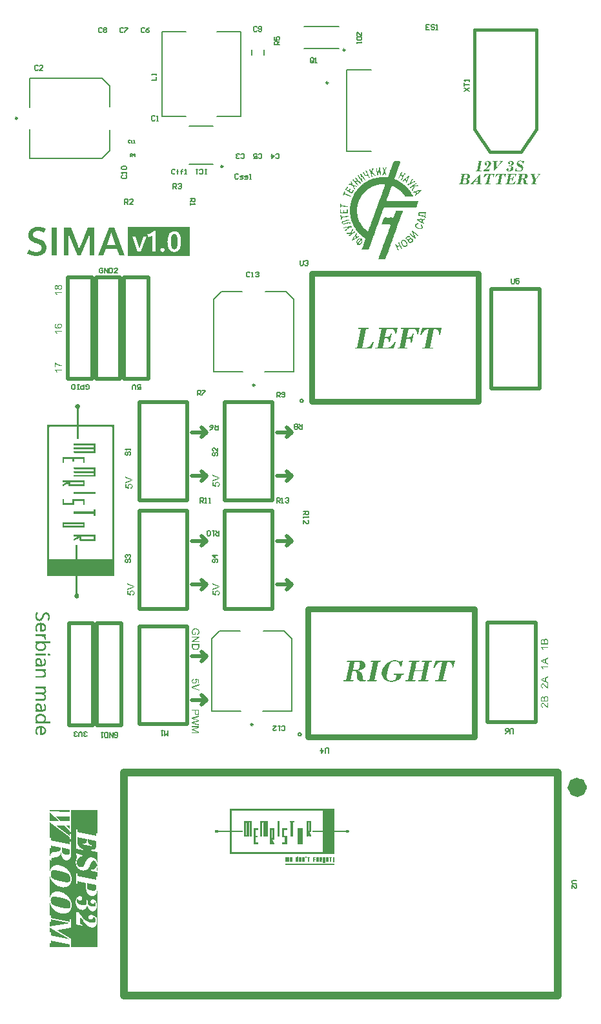
<source format=gbr>
%TF.GenerationSoftware,Altium Limited,Altium Designer,23.0.1 (38)*%
G04 Layer_Color=65535*
%FSLAX45Y45*%
%MOMM*%
%TF.SameCoordinates,0946520A-43BC-435E-BA57-7B8340C501A0*%
%TF.FilePolarity,Positive*%
%TF.FileFunction,Legend,Top*%
%TF.Part,Single*%
G01*
G75*
%TA.AperFunction,NonConductor*%
%ADD43C,1.27000*%
%ADD44C,0.25000*%
%ADD45C,0.02540*%
%ADD46C,0.50000*%
%ADD47C,1.00000*%
%ADD48C,0.20000*%
%ADD49C,0.38100*%
%ADD50C,0.80000*%
%ADD51C,0.12700*%
G36*
X4743045Y10952534D02*
X4744666Y10950913D01*
X4745206Y10946048D01*
X4744126Y10941725D01*
X4742505Y10937943D01*
X4738181Y10931457D01*
X4736019Y10926053D01*
X4734939Y10916326D01*
X4733858Y10913083D01*
X4732776Y10905517D01*
X4733857Y10901194D01*
X4734939Y10899032D01*
X4738722Y10895249D01*
X4740884Y10894168D01*
X4743585Y10891466D01*
X4744666Y10889305D01*
X4746828Y10887142D01*
X4747909Y10884981D01*
X4749530Y10883359D01*
X4751692Y10882278D01*
X4754394Y10879577D01*
X4755474Y10877415D01*
X4758717Y10874172D01*
X4759798Y10872011D01*
X4767904Y10863904D01*
X4770066Y10862823D01*
X4773849Y10859040D01*
X4772768Y10852555D01*
X4771147Y10850934D01*
X4760339Y10852015D01*
X4754394Y10857959D01*
X4753313Y10860121D01*
X4745747Y10867687D01*
X4744666Y10869849D01*
X4737100Y10879577D01*
X4733317Y10883359D01*
X4728994Y10884440D01*
X4725751Y10883360D01*
X4724130Y10881738D01*
X4725211Y10859040D01*
X4730075Y10853095D01*
X4731696Y10851474D01*
X4732776Y10847151D01*
X4731696Y10842828D01*
X4730075Y10841206D01*
X4726832Y10840126D01*
X4721428Y10843368D01*
X4718726Y10846070D01*
X4714402Y10855798D01*
X4713322Y10866606D01*
X4712241Y10874172D01*
X4711159Y10878496D01*
X4709538Y10884440D01*
X4704675Y10895789D01*
X4701972Y10913623D01*
X4700351Y10917406D01*
X4699811Y10917947D01*
X4698729Y10920108D01*
X4697109Y10920649D01*
X4696028Y10922810D01*
X4693866Y10928215D01*
X4692785Y10932538D01*
X4693866Y10939023D01*
X4695487Y10940644D01*
X4699811Y10941726D01*
X4702513Y10940104D01*
X4704674Y10934700D01*
X4706837Y10926053D01*
X4709538Y10919028D01*
X4711159Y10917406D01*
X4712241Y10915245D01*
X4717104Y10910381D01*
X4721428Y10911462D01*
X4724130Y10918487D01*
X4725211Y10932538D01*
X4735479Y10952534D01*
X4739802Y10953615D01*
X4743045Y10952534D01*
D02*
G37*
G36*
X4828432Y10964424D02*
X4832215Y10960640D01*
X4833296Y10941185D01*
X4834377Y10937942D01*
X4835998Y10926594D01*
X4837079Y10921189D01*
X4838160Y10912543D01*
X4839241Y10897410D01*
X4840322Y10879036D01*
X4842483Y10873632D01*
X4843024Y10867687D01*
X4841402Y10864985D01*
X4837079Y10863904D01*
X4832755Y10864985D01*
X4830053Y10867687D01*
X4828432Y10893087D01*
X4827352Y10912542D01*
X4825190Y10917947D01*
X4823028Y10920108D01*
X4820866Y10919027D01*
X4818164Y10916325D01*
X4813300Y10902815D01*
X4810597Y10896870D01*
X4808437Y10888223D01*
X4807356Y10880657D01*
X4806275Y10865526D01*
X4803573Y10860662D01*
X4798168Y10858500D01*
X4793845Y10859581D01*
X4792224Y10861202D01*
X4790062Y10868768D01*
X4788981Y10876334D01*
X4787359Y10896330D01*
X4786279Y10910381D01*
X4785738Y10915245D01*
X4785738Y10916325D01*
X4784658Y10920649D01*
X4783577Y10937943D01*
X4779253Y10944428D01*
X4778173Y10948751D01*
X4779253Y10957398D01*
X4781955Y10960100D01*
X4787359Y10956857D01*
X4790062Y10950913D01*
X4791143Y10943347D01*
X4792224Y10939023D01*
X4793845Y10931998D01*
X4794926Y10923351D01*
X4796007Y10913623D01*
X4797087Y10909300D01*
X4798709Y10905517D01*
X4800330Y10903895D01*
X4803572Y10902815D01*
X4806275Y10905517D01*
X4808436Y10914164D01*
X4810057Y10922270D01*
X4811138Y10926593D01*
X4812760Y10932538D01*
X4816002Y10943347D01*
X4817083Y10950913D01*
X4818164Y10961721D01*
X4821947Y10965505D01*
X4828432Y10964424D01*
D02*
G37*
G36*
X4651173Y10921189D02*
X4652794Y10919568D01*
X4653875Y10917406D01*
X4657117Y10914164D01*
X4658198Y10912002D01*
X4660360Y10909840D01*
X4662522Y10902275D01*
X4665223Y10895249D01*
X4670087Y10890385D01*
X4672249Y10884981D01*
X4673871Y10877955D01*
X4675492Y10874172D01*
X4679815Y10867687D01*
X4683058Y10860121D01*
X4685219Y10854717D01*
X4690083Y10848772D01*
X4692785Y10846070D01*
X4693866Y10842827D01*
X4693866Y10841747D01*
X4694947Y10838504D01*
X4693866Y10829857D01*
X4692245Y10828236D01*
X4685760Y10829317D01*
X4684139Y10830938D01*
X4681976Y10836342D01*
X4678734Y10844989D01*
X4673330Y10852555D01*
X4672249Y10854717D01*
X4667385Y10860662D01*
X4663062Y10859581D01*
X4655496Y10852015D01*
X4647930Y10849853D01*
X4636041Y10850934D01*
X4632258Y10853636D01*
X4631177Y10855798D01*
X4626313Y10862824D01*
X4624152Y10863904D01*
X4621449Y10866607D01*
X4619287Y10875253D01*
X4617126Y10880658D01*
X4611722Y10886062D01*
X4608478Y10893627D01*
X4609560Y10901194D01*
X4611181Y10902815D01*
X4614964Y10903356D01*
X4618747Y10901734D01*
X4621449Y10895789D01*
X4623071Y10889845D01*
X4625773Y10886062D01*
X4627934Y10883900D01*
X4629015Y10881738D01*
X4632258Y10874172D01*
X4636581Y10866606D01*
X4642525Y10863904D01*
X4646849Y10862824D01*
X4653875Y10865526D01*
X4659279Y10870930D01*
X4661441Y10876334D01*
X4660360Y10883900D01*
X4654955Y10891466D01*
X4652794Y10893627D01*
X4649011Y10903896D01*
X4645228Y10909841D01*
X4643066Y10912002D01*
X4641986Y10916325D01*
X4643066Y10920649D01*
X4644688Y10922270D01*
X4651173Y10921189D01*
D02*
G37*
G36*
X4878692Y10963883D02*
X4880853Y10958479D01*
X4882475Y10946048D01*
X4884636Y10942806D01*
X4892202Y10940645D01*
X4896526Y10941725D01*
X4899228Y10947670D01*
X4900849Y10959019D01*
X4903011Y10963342D01*
X4908416Y10965505D01*
X4914900Y10964423D01*
X4916522Y10959559D01*
X4910036Y10945508D01*
X4906794Y10940104D01*
X4901389Y10934700D01*
X4899768Y10928755D01*
X4895985Y10916325D01*
X4897607Y10908219D01*
X4899228Y10902274D01*
X4900309Y10897951D01*
X4903011Y10890926D01*
X4906794Y10887143D01*
X4910037Y10879577D01*
X4913279Y10868768D01*
X4912198Y10864445D01*
X4909495Y10861742D01*
X4903011Y10862823D01*
X4900308Y10865526D01*
X4898147Y10874172D01*
Y10878496D01*
X4897607Y10879036D01*
X4896525Y10883359D01*
X4894904Y10884981D01*
X4893824Y10887142D01*
X4892202Y10888764D01*
X4886798Y10890925D01*
X4883556Y10889845D01*
X4881934Y10888223D01*
X4880313Y10881198D01*
X4877070Y10872551D01*
X4872747Y10866066D01*
X4869505Y10862823D01*
X4865181Y10861742D01*
X4860317Y10864444D01*
X4861398Y10872011D01*
X4865722Y10876334D01*
X4866802Y10878496D01*
X4867883Y10881738D01*
X4870045Y10890385D01*
X4874909Y10896329D01*
X4877611Y10899032D01*
X4879773Y10904436D01*
X4881934Y10917406D01*
X4880853Y10924973D01*
X4879232Y10931998D01*
X4877070Y10937402D01*
X4873287Y10941185D01*
X4872206Y10943347D01*
X4868964Y10950913D01*
X4866802Y10958478D01*
X4867884Y10963883D01*
X4869505Y10965504D01*
X4873287Y10966044D01*
X4878692Y10963883D01*
D02*
G37*
G36*
X5091619Y11048189D02*
X5095943Y11038462D01*
X5097024Y11034138D01*
X5095943Y11025491D01*
X5091619Y11017925D01*
X5088377Y11012521D01*
X5086215Y11003874D01*
X5085134Y10996308D01*
X5080811Y10988742D01*
X5077568Y10983338D01*
X5076488Y10979015D01*
X5074866Y10969828D01*
X5072704Y10964424D01*
X5071083Y10962802D01*
X5067841Y10955236D01*
X5066760Y10950913D01*
X5065138Y10940644D01*
X5062977Y10935241D01*
X5058654Y10928755D01*
X5055951Y10919568D01*
X5054330Y10911462D01*
X5053249Y10907138D01*
X5050547Y10903355D01*
X5046224Y10893627D01*
X5045143Y10889304D01*
X5044062Y10881738D01*
X5038658Y10872011D01*
X5035415Y10864444D01*
X5033794Y10854176D01*
X5031632Y10848772D01*
X5030011Y10847151D01*
X5028930Y10844989D01*
X5025687Y10837423D01*
X5024607Y10833100D01*
X5022986Y10826074D01*
X5021364Y10820129D01*
X5022445Y10812564D01*
X5025147Y10809862D01*
X5035415Y10806079D01*
X5039198Y10802295D01*
X5046764Y10800134D01*
X5051087Y10799053D01*
X5056492Y10796891D01*
X5062437Y10792028D01*
X5076488Y10786623D01*
X5080271Y10783921D01*
X5083513Y10780678D01*
X5095402Y10776355D01*
X5101887Y10769870D01*
X5107292Y10767708D01*
X5114858Y10763385D01*
X5119182Y10759062D01*
X5128368Y10754198D01*
X5129449Y10752036D01*
X5133232Y10748253D01*
X5140798Y10743929D01*
X5146202Y10738526D01*
X5148364Y10737445D01*
X5155930Y10732041D01*
X5161334Y10726636D01*
X5166739Y10723394D01*
X5168360Y10721772D01*
X5169441Y10719611D01*
X5173224Y10715828D01*
X5175385Y10714747D01*
X5180249Y10709883D01*
X5181330Y10707721D01*
X5184032Y10705019D01*
X5186194Y10703938D01*
X5189977Y10700156D01*
X5191058Y10697994D01*
X5199704Y10689347D01*
X5200786Y10687185D01*
X5205650Y10681241D01*
X5209433Y10677458D01*
X5213755Y10669891D01*
X5220241Y10663406D01*
X5224564Y10655840D01*
X5227266Y10653138D01*
X5229428Y10652057D01*
X5232130Y10646113D01*
X5236453Y10638547D01*
X5239696Y10635304D01*
X5242938Y10627738D01*
X5244019Y10625576D01*
X5248883Y10619632D01*
X5250505Y10618011D01*
X5255368Y10604500D01*
X5260232Y10599636D01*
X5261313Y10597474D01*
X5263475Y10592070D01*
X5264555Y10584504D01*
X5263475Y10581262D01*
X5261853Y10579640D01*
X5239696Y10580181D01*
X5204568Y10579641D01*
X5201326Y10580721D01*
X5165117Y10580181D01*
X5160794Y10584504D01*
X5157551Y10589908D01*
X5154849Y10592611D01*
X5153228Y10593151D01*
X5152147Y10595313D01*
X5147824Y10602879D01*
X5144041Y10606662D01*
X5142419Y10607202D01*
X5137015Y10616930D01*
X5132691Y10621253D01*
X5131611Y10623415D01*
X5129449Y10625576D01*
X5128368Y10627738D01*
X5125666Y10631521D01*
X5123504Y10632602D01*
X5118641Y10637466D01*
X5117560Y10639628D01*
X5112696Y10644492D01*
X5110534Y10645573D01*
X5106752Y10649355D01*
X5105671Y10651517D01*
X5104049Y10653138D01*
X5101888Y10654219D01*
X5098645Y10657462D01*
X5096483Y10658543D01*
X5094862Y10660164D01*
X5093781Y10662326D01*
X5087296Y10666649D01*
X5083513Y10669352D01*
X5080271Y10672594D01*
X5078109Y10673674D01*
X5070543Y10677998D01*
X5062977Y10685564D01*
X5053250Y10690968D01*
X5050007Y10694211D01*
X5044603Y10696372D01*
X5037577Y10699074D01*
X5030551Y10706100D01*
X5018122Y10708802D01*
X5016500Y10710423D01*
X5014338Y10711504D01*
X5010015Y10715828D01*
X5001368Y10717989D01*
X4994343Y10719610D01*
X4986236Y10720151D01*
X4983534Y10717449D01*
X4981373Y10712044D01*
X4975968Y10702317D01*
X4972726Y10694751D01*
X4971645Y10687185D01*
X4970564Y10680700D01*
X4965160Y10673134D01*
X4962998Y10667730D01*
X4961917Y10663406D01*
X4960836Y10654760D01*
X4956513Y10647193D01*
X4952189Y10640708D01*
X4950568Y10627198D01*
X4948407Y10621793D01*
X4945704Y10619091D01*
X4944623Y10616930D01*
X4941381Y10609364D01*
X4939760Y10598015D01*
X4937598Y10592610D01*
X4933815Y10588827D01*
X4931654Y10583423D01*
X4930572Y10575857D01*
X4928951Y10568832D01*
X4926789Y10563427D01*
X4923007Y10559645D01*
X4920845Y10554240D01*
X4919764Y10544513D01*
X4915440Y10534785D01*
X4914360Y10530462D01*
X4917603Y10525058D01*
X4921385Y10521274D01*
X4925709Y10520193D01*
X5193219Y10520734D01*
X5283470Y10520193D01*
X5286713Y10521274D01*
X5290496Y10521815D01*
X5301304Y10520734D01*
X5302926Y10520194D01*
X5306168Y10521274D01*
X5319679Y10520734D01*
X5325084Y10521815D01*
X5329947Y10522355D01*
X5334811Y10518572D01*
X5335351Y10513708D01*
X5334271Y10509385D01*
X5332650Y10507764D01*
X5332108Y10506142D01*
X5329947Y10505062D01*
X5328326Y10503440D01*
X5326164Y10498036D01*
X5324543Y10486687D01*
X5323462Y10482364D01*
X5319679Y10476419D01*
X5315356Y10466692D01*
X5313734Y10455342D01*
X5311573Y10449938D01*
X5308870Y10447236D01*
X5304547Y10439670D01*
X5297522Y10436968D01*
X5286713Y10438049D01*
X4882475Y10436967D01*
X4878692Y10433185D01*
X4877070Y10427241D01*
X4872747Y10419674D01*
X4872206Y10419134D01*
X4868964Y10411568D01*
X4867343Y10400219D01*
X4865181Y10394815D01*
X4862479Y10392113D01*
X4861398Y10389951D01*
X4859236Y10384547D01*
X4858155Y10380224D01*
X4856534Y10369955D01*
X4851130Y10361309D01*
X4848428Y10355364D01*
X4846266Y10341313D01*
X4841943Y10333747D01*
X4839781Y10331585D01*
X4837619Y10322938D01*
X4836538Y10315372D01*
X4830053Y10303483D01*
X4827892Y10298079D01*
X4826811Y10290513D01*
X4825190Y10283487D01*
X4821407Y10277543D01*
X4817083Y10267815D01*
X4816002Y10263491D01*
X4814381Y10253223D01*
X4808436Y10245117D01*
X4806275Y10236471D01*
X4805194Y10227824D01*
X4799789Y10218095D01*
X4796547Y10210529D01*
X4794925Y10200262D01*
X4793845Y10195938D01*
X4789522Y10189453D01*
X4787900Y10187832D01*
X4785738Y10180266D01*
X4784658Y10169458D01*
X4777092Y10157568D01*
X4774930Y10148921D01*
X4773849Y10139193D01*
X4766283Y10128385D01*
X4765203Y10124062D01*
X4763041Y10110010D01*
X4757637Y10102445D01*
X4755474Y10097040D01*
X4754394Y10092717D01*
X4753313Y10080827D01*
X4744666Y10067857D01*
X4743045Y10055428D01*
X4737641Y10046781D01*
X4734939Y10040836D01*
X4733857Y10036513D01*
X4732236Y10026245D01*
X4730074Y10020840D01*
X4727373Y10018138D01*
X4726292Y10015977D01*
X4724130Y10010572D01*
X4723049Y10006249D01*
X4721428Y9994900D01*
X4719266Y9989496D01*
X4716564Y9986793D01*
X4714402Y9981389D01*
X4713322Y9973823D01*
X4712241Y9969500D01*
X4709539Y9962474D01*
X4707917Y9960853D01*
X4706837Y9958691D01*
X4703594Y9951126D01*
X4701973Y9941938D01*
X4700892Y9937615D01*
X4696568Y9931129D01*
X4693866Y9925185D01*
X4692785Y9920862D01*
X4691164Y9911674D01*
X4689003Y9906270D01*
X4687381Y9904649D01*
X4686301Y9902487D01*
X4680355Y9891138D01*
X4674951Y9888977D01*
X4667925Y9890598D01*
X4610640Y9891678D01*
X4603615Y9892219D01*
X4598211Y9890058D01*
X4592807Y9891138D01*
X4591185Y9896002D01*
X4592806Y9901946D01*
X4597671Y9908972D01*
X4599832Y9916538D01*
X4600913Y9924104D01*
X4606317Y9933832D01*
X4609560Y9941398D01*
X4610640Y9948964D01*
X4612262Y9955989D01*
X4616045Y9961934D01*
X4620368Y9971662D01*
X4621990Y9983011D01*
X4624152Y9988415D01*
X4626853Y9991116D01*
X4627934Y9993279D01*
X4630096Y9998683D01*
X4633338Y10013815D01*
X4638203Y10019759D01*
X4639824Y10024624D01*
X4638743Y10030028D01*
X4627394Y10041376D01*
X4617666Y10046781D01*
X4614424Y10050023D01*
X4612262Y10051104D01*
X4602534Y10056508D01*
X4598210Y10061913D01*
X4596049Y10062993D01*
X4590105Y10067857D01*
X4587943Y10070019D01*
X4587403Y10071640D01*
X4585241Y10072721D01*
X4583079Y10074883D01*
X4580917Y10075964D01*
X4578215Y10078666D01*
X4577134Y10080827D01*
X4575513Y10082449D01*
X4573351Y10083530D01*
X4567407Y10089474D01*
X4566325Y10091636D01*
X4564704Y10093257D01*
X4562543Y10094338D01*
X4557679Y10099202D01*
X4556598Y10101364D01*
X4553896Y10104066D01*
X4551734Y10105147D01*
X4549032Y10107849D01*
X4547951Y10110011D01*
X4538224Y10119738D01*
X4537143Y10121900D01*
X4528496Y10130547D01*
X4523092Y10140274D01*
X4518768Y10144597D01*
X4513364Y10154325D01*
X4507960Y10159729D01*
X4501475Y10171619D01*
X4498232Y10174862D01*
X4494449Y10185130D01*
X4488504Y10191074D01*
X4486343Y10196478D01*
X4484722Y10203504D01*
X4482019Y10207287D01*
X4477696Y10211611D01*
X4475534Y10220257D01*
X4473913Y10226202D01*
X4471211Y10229985D01*
X4466887Y10236470D01*
X4463104Y10254304D01*
X4458781Y10260789D01*
X4456079Y10266734D01*
X4453377Y10284568D01*
X4450134Y10293214D01*
X4448513Y10294836D01*
X4447432Y10299159D01*
X4446351Y10302402D01*
X4445270Y10306726D01*
X4443649Y10325641D01*
X4442568Y10334287D01*
X4441488Y10340772D01*
X4439325Y10349419D01*
X4437705Y10355364D01*
X4436624Y10362930D01*
X4435002Y10382925D01*
X4434462Y10414811D01*
X4435543Y10418053D01*
X4436624Y10442913D01*
X4437704Y10446155D01*
X4439326Y10454262D01*
X4440947Y10460207D01*
X4442028Y10464529D01*
X4443109Y10472096D01*
X4444189Y10482904D01*
X4445271Y10496956D01*
X4446351Y10501278D01*
X4449053Y10508305D01*
X4453917Y10519653D01*
X4454998Y10530462D01*
X4457160Y10540189D01*
X4459322Y10542351D01*
X4460402Y10544512D01*
X4464726Y10554241D01*
X4466347Y10564508D01*
X4467968Y10568291D01*
X4472832Y10574236D01*
X4474453Y10579100D01*
X4475534Y10583423D01*
X4477156Y10589368D01*
X4479858Y10593151D01*
X4484181Y10597474D01*
X4485803Y10604500D01*
X4486883Y10608823D01*
X4489585Y10612606D01*
X4494990Y10618011D01*
X4496071Y10622334D01*
X4498772Y10629359D01*
X4504717Y10635304D01*
X4505798Y10637466D01*
X4510122Y10645032D01*
X4514445Y10649355D01*
X4515526Y10651517D01*
X4517688Y10656921D01*
X4518768Y10659083D01*
X4526334Y10666649D01*
X4530658Y10674215D01*
X4534440Y10676917D01*
X4537143Y10679619D01*
X4538224Y10681781D01*
X4543087Y10687726D01*
X4545249Y10688806D01*
X4547951Y10692589D01*
X4551734Y10697453D01*
X4553895Y10698534D01*
X4556598Y10701236D01*
X4557679Y10703397D01*
X4572271Y10717989D01*
X4574432Y10719070D01*
X4577134Y10721772D01*
X4578215Y10723934D01*
X4579836Y10725555D01*
X4581998Y10726636D01*
X4584159Y10728798D01*
X4586322Y10729878D01*
X4587943Y10731500D01*
X4589024Y10733662D01*
X4590645Y10735283D01*
X4592807Y10736364D01*
X4598751Y10741227D01*
X4600913Y10743389D01*
X4601453Y10745011D01*
X4603615Y10746091D01*
X4611181Y10751495D01*
X4614424Y10754738D01*
X4616586Y10755819D01*
X4626313Y10761223D01*
X4630637Y10765547D01*
X4632798Y10766627D01*
X4642526Y10772032D01*
X4646849Y10776355D01*
X4657117Y10780138D01*
X4660901Y10782840D01*
X4665224Y10787164D01*
X4671168Y10788785D01*
X4675492Y10789866D01*
X4679274Y10791487D01*
X4683598Y10795811D01*
X4685760Y10796892D01*
X4691164Y10799053D01*
X4700891Y10801215D01*
X4706836Y10806079D01*
X4713862Y10808781D01*
X4721428Y10809862D01*
X4725751Y10810942D01*
X4741964Y10818508D01*
X4746287Y10819589D01*
X4757637Y10821210D01*
X4763041Y10822291D01*
X4772228Y10826075D01*
X4777632Y10828236D01*
X4792764Y10830398D01*
X4812219Y10831478D01*
X4815462Y10832559D01*
X4827352Y10833641D01*
X4830594Y10834722D01*
X4838160Y10835802D01*
X4860858Y10836883D01*
X4864100Y10837964D01*
X4890041Y10836883D01*
X4893283Y10835802D01*
X4913819Y10834721D01*
X4917062Y10833640D01*
X4921385Y10832559D01*
X4928951Y10833640D01*
X4931653Y10836343D01*
X4937058Y10846070D01*
X4941381Y10855798D01*
X4942462Y10860121D01*
X4943543Y10868768D01*
X4948947Y10876334D01*
X4952189Y10883900D01*
X4953811Y10894168D01*
X4954892Y10898491D01*
X4958674Y10904436D01*
X4961917Y10912002D01*
X4962998Y10916325D01*
X4964619Y10924432D01*
X4972726Y10940104D01*
X4974347Y10950372D01*
X4976509Y10955777D01*
X4980832Y10962262D01*
X4983534Y10969287D01*
X4984615Y10981176D01*
X4993262Y10994147D01*
X4994343Y10998470D01*
X4995964Y11008738D01*
X4997045Y11013062D01*
X5002989Y11021168D01*
X5004071Y11025491D01*
X5005691Y11033598D01*
X5007313Y11037381D01*
X5010015Y11040083D01*
X5012176Y11041164D01*
X5015960Y11043866D01*
X5017581Y11048730D01*
X5091619Y11048189D01*
D02*
G37*
G36*
X5121343Y10907138D02*
X5121883Y10902275D01*
X5120802Y10899032D01*
X5119722Y10894708D01*
X5117560Y10889305D01*
X5113777Y10884440D01*
X5111615Y10883359D01*
X5108913Y10877415D01*
X5109994Y10868768D01*
X5113777Y10864985D01*
X5125666Y10859580D01*
X5129990Y10858500D01*
X5134313Y10859581D01*
X5137015Y10862283D01*
X5138096Y10866606D01*
X5143500Y10876334D01*
X5145662Y10878496D01*
X5149985Y10889304D01*
X5152688Y10892006D01*
X5158091Y10890925D01*
X5159713Y10889304D01*
X5160794Y10884981D01*
X5159713Y10878495D01*
X5154849Y10872551D01*
X5152147Y10869849D01*
X5151066Y10866606D01*
X5150526Y10866066D01*
X5147283Y10857419D01*
X5141338Y10851474D01*
X5139177Y10846070D01*
X5137555Y10840126D01*
X5135934Y10836342D01*
X5131611Y10832019D01*
X5129449Y10824453D01*
X5127287Y10819049D01*
X5122423Y10813104D01*
X5119721Y10807159D01*
X5115398Y10799593D01*
X5110534Y10797972D01*
X5106751Y10800674D01*
X5105670Y10804998D01*
X5107292Y10810942D01*
X5111074Y10816887D01*
X5115398Y10821210D01*
X5117560Y10826615D01*
X5122964Y10838504D01*
X5121883Y10844989D01*
X5118100Y10848773D01*
X5111075Y10851474D01*
X5106211Y10854177D01*
X5099726Y10853095D01*
X5091619Y10844989D01*
X5088377Y10837423D01*
X5085675Y10830398D01*
X5084053Y10828777D01*
X5082973Y10826615D01*
X5078109Y10820670D01*
X5074866Y10817427D01*
X5071624Y10816347D01*
X5067841Y10819049D01*
X5066760Y10824453D01*
X5070002Y10829857D01*
X5075406Y10835262D01*
X5076487Y10839585D01*
X5079189Y10846611D01*
X5085134Y10852555D01*
X5087296Y10857960D01*
X5092701Y10867687D01*
X5097024Y10877415D01*
X5099185Y10882819D01*
X5104049Y10888764D01*
X5109453Y10902815D01*
X5112156Y10906598D01*
X5117019Y10908219D01*
X5121343Y10907138D01*
D02*
G37*
G36*
X4585241Y10882279D02*
X4587943Y10879577D01*
X4590104Y10874172D01*
X4593347Y10868768D01*
X4595509Y10866606D01*
X4596589Y10864444D01*
X4601994Y10854716D01*
X4603615Y10853096D01*
X4605777Y10852015D01*
X4608479Y10849313D01*
X4610640Y10843908D01*
X4613883Y10838504D01*
X4617666Y10835802D01*
X4619287Y10834181D01*
X4621449Y10828776D01*
X4625773Y10821211D01*
X4631176Y10815806D01*
X4634420Y10810402D01*
X4638743Y10806079D01*
X4637662Y10799594D01*
X4636041Y10797972D01*
X4629555Y10799053D01*
X4623611Y10803917D01*
X4621449Y10806079D01*
X4619288Y10811483D01*
X4614964Y10819049D01*
X4611721Y10822291D01*
X4608478Y10829857D01*
X4607398Y10832019D01*
X4605777Y10834721D01*
X4603615Y10835802D01*
X4597670Y10840666D01*
X4594968Y10843368D01*
X4593887Y10843368D01*
X4591726Y10842287D01*
X4589024Y10835262D01*
X4587403Y10831478D01*
X4584159Y10832559D01*
X4582538Y10834181D01*
X4580377Y10842827D01*
X4579296Y10856878D01*
X4578215Y10864445D01*
X4572811Y10873092D01*
X4573891Y10880657D01*
X4575513Y10882279D01*
X4579836Y10883359D01*
X4585241Y10882279D01*
D02*
G37*
G36*
X4513905Y10832559D02*
X4517688Y10828776D01*
X4520931Y10823372D01*
X4522552Y10821751D01*
X4524713Y10820670D01*
X4527415Y10817968D01*
X4528496Y10815806D01*
X4533360Y10809862D01*
X4537143Y10807159D01*
X4538224Y10804998D01*
X4546871Y10796351D01*
X4547951Y10794189D01*
X4552815Y10789326D01*
X4554977Y10788245D01*
X4558760Y10784462D01*
X4559841Y10782300D01*
X4578216Y10763925D01*
X4577134Y10756359D01*
X4572271Y10754738D01*
X4564704Y10759062D01*
X4557679Y10766087D01*
X4556598Y10768249D01*
X4549032Y10775815D01*
X4547951Y10777977D01*
X4545789Y10780138D01*
X4544709Y10782300D01*
X4543088Y10783921D01*
X4538764Y10785002D01*
X4533360Y10783921D01*
X4525794Y10776355D01*
X4523632Y10775274D01*
X4519849Y10771491D01*
X4518768Y10765006D01*
X4523632Y10759062D01*
X4526334Y10757440D01*
X4527415Y10755278D01*
X4530657Y10752036D01*
X4531198Y10750415D01*
X4533360Y10749334D01*
X4538223Y10744470D01*
X4539304Y10742308D01*
X4543088Y10738525D01*
X4545249Y10737444D01*
X4547951Y10734743D01*
X4546871Y10728257D01*
X4545249Y10726636D01*
X4541466Y10726096D01*
X4537683Y10727717D01*
X4534981Y10730419D01*
X4533901Y10732581D01*
X4524173Y10742308D01*
X4523092Y10744470D01*
X4519309Y10747172D01*
X4515526Y10750955D01*
X4512283Y10756359D01*
X4497151Y10771491D01*
X4496070Y10773653D01*
X4490125Y10779598D01*
X4487964Y10780679D01*
X4485262Y10783381D01*
X4484181Y10785542D01*
X4481479Y10789325D01*
X4479317Y10790406D01*
X4474453Y10795270D01*
X4473373Y10802836D01*
X4477155Y10807700D01*
X4482560Y10806619D01*
X4485262Y10803917D01*
X4486343Y10801756D01*
X4493908Y10792027D01*
X4497151Y10788785D01*
X4498232Y10786623D01*
X4502015Y10782840D01*
X4506339Y10781759D01*
X4509581Y10780679D01*
X4514445Y10784462D01*
X4515526Y10786623D01*
X4519309Y10790406D01*
X4521471Y10791487D01*
X4524173Y10793108D01*
X4525253Y10797432D01*
X4524713Y10804457D01*
X4524173Y10804998D01*
X4514445Y10814726D01*
X4513364Y10816887D01*
X4511743Y10818508D01*
X4509581Y10819589D01*
X4505798Y10822291D01*
X4504717Y10826615D01*
X4505798Y10830938D01*
X4508500Y10833641D01*
X4513905Y10832559D01*
D02*
G37*
G36*
X4547411Y10860662D02*
X4550113Y10857959D01*
X4551194Y10855798D01*
X4557679Y10849313D01*
X4560381Y10842287D01*
X4562003Y10840666D01*
X4563083Y10838504D01*
X4567407Y10834181D01*
X4571189Y10823912D01*
X4578756Y10819589D01*
X4580917Y10817428D01*
X4585241Y10816347D01*
X4587943Y10819049D01*
X4590645Y10823913D01*
X4593887Y10822832D01*
X4595508Y10821210D01*
X4597670Y10815806D01*
X4598751Y10804998D01*
X4599832Y10793108D01*
X4604155Y10783381D01*
X4601453Y10776355D01*
X4599292Y10774194D01*
X4594968Y10773113D01*
X4592807Y10774194D01*
X4592266Y10774734D01*
X4585781Y10786623D01*
X4580917Y10792568D01*
X4576054Y10801755D01*
X4570649Y10807159D01*
X4568487Y10812564D01*
X4565245Y10817968D01*
X4562543Y10820670D01*
X4560381Y10821751D01*
X4557679Y10826615D01*
X4553356Y10834181D01*
X4550113Y10837423D01*
X4549032Y10839585D01*
X4543628Y10849313D01*
X4538223Y10853636D01*
X4537143Y10856878D01*
X4539845Y10861743D01*
X4547411Y10860662D01*
D02*
G37*
G36*
X5209973Y10853095D02*
X5212134Y10852015D01*
X5214836Y10847151D01*
X5213756Y10841747D01*
X5209432Y10832019D01*
X5205109Y10824453D01*
X5201866Y10816887D01*
X5200786Y10808240D01*
X5195381Y10800674D01*
X5192138Y10797432D01*
X5190517Y10790406D01*
X5189437Y10786083D01*
X5183492Y10774734D01*
X5182952Y10774193D01*
X5180790Y10765547D01*
X5178628Y10760143D01*
X5176466Y10756900D01*
X5172143Y10755819D01*
X5167279Y10758521D01*
X5166198Y10762844D01*
X5168900Y10769870D01*
X5170522Y10775815D01*
X5169440Y10782300D01*
X5166738Y10786083D01*
X5164576Y10787164D01*
X5161334Y10790406D01*
X5159172Y10791488D01*
X5153768Y10793649D01*
X5147824Y10792028D01*
X5141879Y10788244D01*
X5140258Y10786623D01*
X5139177Y10784462D01*
X5136474Y10781759D01*
X5132151Y10780679D01*
X5129450Y10782300D01*
X5128368Y10786623D01*
X5129449Y10793108D01*
X5136475Y10800134D01*
X5141879Y10803377D01*
X5145122Y10806619D01*
X5147283Y10807700D01*
X5149445Y10809862D01*
X5154849Y10813104D01*
X5157551Y10815806D01*
X5158632Y10817968D01*
X5167279Y10823372D01*
X5168359Y10825534D01*
X5172143Y10830398D01*
X5179709Y10834721D01*
X5181330Y10836342D01*
X5182411Y10838505D01*
X5184032Y10840126D01*
X5186194Y10841206D01*
X5193760Y10846611D01*
X5195922Y10849853D01*
X5198083Y10850934D01*
X5203487Y10854176D01*
X5207811Y10855257D01*
X5209973Y10853095D01*
D02*
G37*
G36*
X5260773Y10816347D02*
X5262394Y10814726D01*
X5261313Y10804998D01*
X5256989Y10800674D01*
X5255909Y10798513D01*
X5250504Y10788785D01*
X5247262Y10785543D01*
X5246181Y10783381D01*
X5242939Y10775815D01*
X5240777Y10767168D01*
X5241317Y10765547D01*
X5249964Y10766628D01*
X5259692Y10772032D01*
X5265637Y10776895D01*
X5267258Y10778517D01*
X5285632Y10787164D01*
X5289955Y10786083D01*
X5290496Y10780138D01*
X5280228Y10769870D01*
X5274824Y10767709D01*
X5268879Y10766087D01*
X5262394Y10760683D01*
X5260773Y10759062D01*
X5252126Y10756900D01*
X5246181Y10754198D01*
X5245101Y10752036D01*
X5243479Y10750415D01*
X5238075Y10748253D01*
X5232130Y10746632D01*
X5225645Y10742309D01*
X5222943Y10739606D01*
X5209432Y10734743D01*
X5198083Y10729879D01*
X5193760Y10730960D01*
X5193219Y10731500D01*
X5189977Y10734742D01*
X5188896Y10736904D01*
X5187815Y10740147D01*
X5188896Y10744470D01*
X5193760Y10749334D01*
X5203487Y10748253D01*
X5206730Y10747173D01*
X5212134Y10749334D01*
X5218079Y10754198D01*
X5220241Y10756359D01*
X5224024Y10766628D01*
X5227807Y10770410D01*
X5228887Y10772572D01*
X5231049Y10777977D01*
X5234292Y10786623D01*
X5240777Y10793109D01*
X5242398Y10799053D01*
X5245641Y10805538D01*
X5248343Y10808240D01*
X5249424Y10810402D01*
X5251586Y10812564D01*
X5252666Y10814726D01*
X5255368Y10817428D01*
X5260773Y10816347D01*
D02*
G37*
G36*
X4453376Y10778517D02*
X4457160Y10774734D01*
X4458241Y10772572D01*
X4463105Y10766628D01*
X4465807Y10759602D01*
X4467428Y10753657D01*
X4473373Y10745551D01*
X4478777Y10735823D01*
X4487424Y10730419D01*
X4492288Y10728798D01*
X4496611Y10727717D01*
X4509581Y10726636D01*
X4520389Y10720151D01*
X4527955Y10715828D01*
X4529576Y10710964D01*
X4528496Y10708802D01*
X4527955Y10708262D01*
X4522551Y10706100D01*
X4516066Y10707181D01*
X4511203Y10710964D01*
X4510662Y10712585D01*
X4508501Y10713666D01*
X4505258Y10714747D01*
X4500934Y10715828D01*
X4492287Y10714747D01*
X4490666Y10709883D01*
X4494990Y10703398D01*
X4500394Y10693670D01*
X4502555Y10691508D01*
X4503636Y10689346D01*
X4505798Y10683943D01*
X4504717Y10677457D01*
X4499853Y10675836D01*
X4493909Y10680700D01*
X4486343Y10691508D01*
X4484181Y10699074D01*
X4479858Y10706641D01*
X4476615Y10709883D01*
X4474994Y10715827D01*
X4472832Y10721232D01*
X4468508Y10725555D01*
X4460943Y10727717D01*
X4453917Y10729338D01*
X4450134Y10730959D01*
X4444730Y10734202D01*
X4436083Y10736364D01*
X4427437Y10737445D01*
X4422572Y10741227D01*
X4422032Y10743930D01*
X4423653Y10747713D01*
X4425275Y10749334D01*
X4429598Y10750415D01*
X4437164Y10749334D01*
X4451215Y10742849D01*
X4454458Y10741768D01*
X4457160Y10743389D01*
X4456079Y10750955D01*
X4454998Y10754198D01*
X4452296Y10761223D01*
X4449594Y10765006D01*
X4445270Y10769329D01*
X4444189Y10773653D01*
X4445270Y10776895D01*
X4447972Y10779597D01*
X4453376Y10778517D01*
D02*
G37*
G36*
X5366696Y10668270D02*
X5371560Y10663406D01*
X5370479Y10656921D01*
X5368858Y10655300D01*
X5368317Y10654759D01*
X5364534Y10652057D01*
X5362372Y10649896D01*
X5360211Y10648815D01*
X5356968Y10645572D01*
X5354807Y10644492D01*
X5349943Y10640708D01*
X5348862Y10638547D01*
X5347241Y10635844D01*
X5345079Y10634764D01*
X5338053Y10629900D01*
X5336973Y10627738D01*
X5332109Y10622875D01*
X5326704Y10619632D01*
X5320219Y10613147D01*
X5318057Y10612066D01*
X5311573Y10605581D01*
X5309411Y10604500D01*
X5298602Y10593691D01*
X5294279Y10592610D01*
X5288875Y10593692D01*
X5287253Y10595313D01*
X5288334Y10600717D01*
X5294279Y10606662D01*
X5296441Y10607743D01*
X5299143Y10610444D01*
X5300223Y10612606D01*
X5303466Y10615849D01*
X5304547Y10620172D01*
X5303466Y10622334D01*
X5296981Y10628819D01*
X5292658Y10636385D01*
X5291036Y10638006D01*
X5286713Y10639087D01*
X5274824Y10633683D01*
X5267257Y10634763D01*
X5264556Y10637466D01*
X5265637Y10642870D01*
X5267258Y10644491D01*
X5274824Y10646653D01*
X5280768Y10648274D01*
X5286713Y10650976D01*
X5295359Y10653138D01*
X5308330Y10654219D01*
X5311573Y10655300D01*
X5319679Y10656921D01*
X5323462Y10659623D01*
X5328866Y10662866D01*
X5333190Y10663947D01*
X5340215Y10664487D01*
X5351564Y10663947D01*
X5359130Y10669351D01*
X5366696Y10668270D01*
D02*
G37*
G36*
X5306168Y10760143D02*
X5307790Y10758521D01*
X5308331Y10755819D01*
X5306168Y10750415D01*
X5304007Y10749334D01*
X5296441Y10745011D01*
X5291577Y10740147D01*
X5290496Y10737985D01*
X5286173Y10733662D01*
X5285091Y10730419D01*
X5286712Y10728798D01*
X5291036Y10727717D01*
X5311032Y10729338D01*
X5321840Y10731500D01*
X5325623Y10732040D01*
X5333190Y10727717D01*
X5334811Y10722853D01*
X5333189Y10720151D01*
X5328866Y10719070D01*
X5309411Y10717989D01*
X5306168Y10716908D01*
X5287794Y10715828D01*
X5286173Y10714206D01*
X5284011Y10708802D01*
X5278607Y10699075D01*
X5268879Y10680700D01*
X5263475Y10668811D01*
X5261313Y10663407D01*
X5258611Y10660704D01*
X5254287Y10661785D01*
X5250504Y10665568D01*
X5249424Y10669892D01*
X5251044Y10675836D01*
X5257530Y10686645D01*
X5259151Y10688266D01*
X5260232Y10690427D01*
X5269960Y10710963D01*
X5268879Y10716368D01*
X5261853Y10716909D01*
X5254287Y10712585D01*
X5249964Y10708262D01*
X5247802Y10707181D01*
X5244559Y10703938D01*
X5242398Y10702858D01*
X5236994Y10697453D01*
X5231589Y10695291D01*
X5225105Y10696372D01*
X5223483Y10697993D01*
X5222402Y10701236D01*
X5227266Y10707181D01*
X5229428Y10708262D01*
X5231589Y10710423D01*
X5233752Y10711504D01*
X5239155Y10716908D01*
X5246722Y10721232D01*
X5252666Y10726096D01*
X5261313Y10731500D01*
X5264015Y10734202D01*
X5266177Y10735283D01*
X5268338Y10737444D01*
X5270500Y10738526D01*
X5276445Y10743389D01*
X5280228Y10747172D01*
X5287794Y10751495D01*
X5289955Y10753657D01*
X5290496Y10754198D01*
X5295360Y10759063D01*
X5300764Y10761223D01*
X5306168Y10760143D01*
D02*
G37*
G36*
X4407981Y10706100D02*
X4409602Y10704478D01*
X4408521Y10697994D01*
X4403117Y10692589D01*
X4402036Y10690427D01*
X4399874Y10688266D01*
X4398794Y10686104D01*
X4395552Y10682862D01*
X4395011Y10679079D01*
X4396092Y10674755D01*
X4399875Y10668811D01*
X4401496Y10667189D01*
X4412304Y10663947D01*
X4417168Y10663406D01*
X4420951Y10666108D01*
X4423653Y10672053D01*
X4429058Y10681781D01*
X4431760Y10684483D01*
X4436083Y10685564D01*
X4442568Y10684483D01*
X4444189Y10679619D01*
X4443109Y10674215D01*
X4438245Y10668271D01*
X4435543Y10665568D01*
X4434462Y10663406D01*
X4432300Y10658002D01*
X4433381Y10650436D01*
X4435002Y10647734D01*
X4437164Y10646653D01*
X4453377Y10639087D01*
X4457700Y10640168D01*
X4461483Y10643951D01*
X4466887Y10655840D01*
X4467968Y10658002D01*
X4472832Y10663947D01*
X4478236Y10666108D01*
X4482560Y10665028D01*
X4485262Y10662325D01*
X4486343Y10658002D01*
X4484721Y10652057D01*
X4483100Y10650436D01*
X4482019Y10648275D01*
X4477696Y10643951D01*
X4470130Y10629900D01*
X4463105Y10622875D01*
X4462023Y10622874D01*
X4460943D01*
X4457701Y10621794D01*
X4450675Y10624495D01*
X4443649Y10631521D01*
X4435002Y10634764D01*
X4431219Y10637466D01*
X4430138Y10639628D01*
X4427436Y10642329D01*
X4417168Y10646113D01*
X4415547Y10647734D01*
X4413385Y10648814D01*
X4410143Y10652057D01*
X4403117Y10654759D01*
X4399334Y10656381D01*
X4394471Y10660164D01*
X4393930Y10661785D01*
X4391768Y10662866D01*
X4379879Y10669351D01*
X4378258Y10670972D01*
X4379338Y10681781D01*
X4383662Y10688266D01*
X4384743Y10690428D01*
X4386905Y10692589D01*
X4387985Y10694751D01*
X4392308Y10701236D01*
X4394470Y10706640D01*
X4396091Y10709342D01*
X4400415Y10710423D01*
X4407981Y10706100D01*
D02*
G37*
G36*
X4371773Y10646113D02*
X4373934Y10639627D01*
X4371773Y10634223D01*
X4370692Y10629900D01*
X4371773Y10625577D01*
X4376636Y10622874D01*
X4384202Y10618551D01*
X4386364Y10616389D01*
X4399334Y10613147D01*
X4409062Y10607742D01*
X4418790Y10603419D01*
X4426896Y10601798D01*
X4432841Y10598015D01*
X4435002Y10595853D01*
X4445811Y10591529D01*
X4448513Y10588828D01*
X4449053Y10586125D01*
X4446892Y10582883D01*
X4442568Y10581802D01*
X4433922Y10582883D01*
X4431760Y10585044D01*
X4429598Y10586126D01*
X4426355Y10589368D01*
X4418790Y10591530D01*
X4411764Y10593151D01*
X4405819Y10596934D01*
X4403658Y10599095D01*
X4398253Y10601257D01*
X4390687Y10602338D01*
X4383122Y10606662D01*
X4379879Y10609904D01*
X4377717Y10610985D01*
X4372313Y10613147D01*
X4367989Y10614228D01*
X4362585Y10610985D01*
X4360964Y10609364D01*
X4359883Y10605041D01*
X4356101Y10600176D01*
X4351777Y10599095D01*
X4344751Y10602879D01*
X4343671Y10607202D01*
X4344751Y10611526D01*
X4349075Y10615849D01*
X4350155Y10618011D01*
X4352317Y10623415D01*
X4353938Y10630441D01*
X4355559Y10632062D01*
X4358802Y10638547D01*
Y10639627D01*
X4363666Y10648815D01*
X4366909Y10649896D01*
X4371773Y10646113D01*
D02*
G37*
G36*
X4320432Y10486687D02*
X4323134Y10483985D01*
X4324215Y10479662D01*
X4323675Y10473717D01*
X4325296Y10469934D01*
X4327998Y10467231D01*
X4337185Y10465611D01*
X4341509Y10464529D01*
X4346913Y10463449D01*
X4359883Y10462368D01*
X4364206Y10461287D01*
X4370692Y10460207D01*
X4391228Y10459126D01*
X4408522Y10458045D01*
X4412304Y10455343D01*
X4412845Y10450479D01*
X4409062Y10446696D01*
X4375555Y10447776D01*
X4367989Y10448857D01*
X4363667Y10449938D01*
X4352858Y10451019D01*
X4346913Y10452641D01*
X4337726Y10455342D01*
X4325836Y10454262D01*
X4323134Y10451559D01*
X4320432Y10440210D01*
X4319892Y10439670D01*
X4318811Y10436427D01*
X4317189Y10434806D01*
X4310705Y10435887D01*
X4308002Y10438589D01*
X4306922Y10445074D01*
X4308002Y10448317D01*
X4310164Y10461287D01*
X4309083Y10481823D01*
X4311785Y10486687D01*
X4316109Y10487768D01*
X4320432Y10486687D01*
D02*
G37*
G36*
X5435871Y10378602D02*
X5438572Y10375900D01*
X5439654Y10371577D01*
X5438573Y10367253D01*
X5434789Y10363470D01*
X5432628Y10362389D01*
X5429926Y10359688D01*
X5429385Y10353742D01*
X5429926Y10336989D01*
X5428845Y10333747D01*
X5428305Y10326721D01*
X5429926Y10318615D01*
X5432628Y10314832D01*
X5434789Y10313751D01*
X5437492Y10308887D01*
X5434789Y10304023D01*
X5423981Y10305105D01*
X5418577Y10307266D01*
X5411011Y10311589D01*
X5410471Y10312129D01*
X5407768Y10314832D01*
X5405607Y10315913D01*
X5399121Y10320236D01*
X5386151Y10322398D01*
X5374802Y10324019D01*
X5370479Y10325100D01*
X5364534Y10327802D01*
X5353726Y10331044D01*
X5340755Y10332126D01*
X5333730Y10336989D01*
X5333189Y10341853D01*
X5334271Y10347258D01*
X5335351Y10364551D01*
X5336973Y10373738D01*
X5340755Y10378602D01*
X5352645Y10377521D01*
X5355887Y10376440D01*
X5362373Y10377521D01*
X5365616Y10376440D01*
X5395878Y10375359D01*
X5412632Y10374819D01*
X5419117Y10375900D01*
X5422900Y10377521D01*
X5428304Y10379683D01*
X5435871Y10378602D01*
D02*
G37*
G36*
X4407982Y10414270D02*
X4410683Y10411568D01*
X4411764Y10404002D01*
X4410683Y10400759D01*
X4411224Y10367794D01*
X4409062Y10365632D01*
X4404738Y10364551D01*
X4373934Y10364011D01*
X4346373Y10364551D01*
X4343130Y10363470D01*
X4311785Y10364551D01*
X4308002Y10368334D01*
X4306922Y10375900D01*
X4306921Y10376981D01*
X4306381Y10400219D01*
X4307462Y10404542D01*
X4310705Y10409947D01*
X4314488Y10410487D01*
X4318271Y10407785D01*
X4319892Y10402922D01*
X4320973Y10380224D01*
X4323674Y10376440D01*
X4331241Y10374278D01*
X4344211Y10375359D01*
X4349075Y10379142D01*
X4350155Y10386708D01*
X4349075Y10397517D01*
X4350155Y10405083D01*
X4352858Y10407785D01*
X4359343Y10406704D01*
X4362045Y10404002D01*
X4363126Y10394274D01*
X4362045Y10391032D01*
X4363126Y10380223D01*
X4366909Y10376440D01*
X4382041Y10374279D01*
X4385283Y10375359D01*
X4389607Y10376440D01*
X4393389Y10380223D01*
X4394470Y10387789D01*
X4393389Y10405083D01*
X4392309Y10406164D01*
X4394471Y10412649D01*
X4396092Y10414270D01*
X4400415Y10415351D01*
X4407982Y10414270D01*
D02*
G37*
G36*
X5054330Y10395895D02*
X5122964Y10396436D01*
X5126747Y10393734D01*
X5127828Y10389411D01*
X5128368Y10387789D01*
X5127287Y10384547D01*
X5126207Y10380224D01*
X5121343Y10374278D01*
X5118641Y10369415D01*
X5117560Y10361849D01*
X5115939Y10354823D01*
X5114317Y10351040D01*
X5108913Y10343474D01*
X5107832Y10339151D01*
X5106752Y10331585D01*
X5105130Y10324559D01*
X5100807Y10318074D01*
X5098104Y10312130D01*
X5097023Y10307806D01*
X5095402Y10297538D01*
X5093241Y10292134D01*
X5090538Y10289432D01*
X5089458Y10287270D01*
X5087296Y10281866D01*
X5086215Y10277543D01*
X5084594Y10268355D01*
X5082432Y10262952D01*
X5079730Y10260249D01*
X5078649Y10258087D01*
X5076487Y10252683D01*
X5074866Y10242415D01*
X5072705Y10237011D01*
X5067300Y10228364D01*
X5065679Y10222419D01*
X5064598Y10214853D01*
X5062977Y10208908D01*
X5057573Y10200262D01*
X5055951Y10195398D01*
X5054871Y10191075D01*
X5053249Y10180806D01*
X5050547Y10177023D01*
X5046224Y10170538D01*
X5045143Y10162972D01*
X5042441Y10151623D01*
X5037036Y10142976D01*
X5034334Y10133789D01*
X5033253Y10125143D01*
X5028930Y10117577D01*
X5024607Y10107849D01*
X5023526Y10097040D01*
X5018122Y10089474D01*
X5017041Y10087313D01*
X5013798Y10079747D01*
X5012717Y10067857D01*
X5007313Y10060291D01*
X5004071Y10052725D01*
X5002989Y10045159D01*
X5001368Y10038134D01*
X4997585Y10032189D01*
X4994343Y10026785D01*
X4993262Y10019219D01*
X4992181Y10014896D01*
X4990560Y10008951D01*
X4985156Y10000304D01*
X4983534Y9995441D01*
X4982454Y9991117D01*
X4981373Y9978147D01*
X4975968Y9970581D01*
X4972726Y9963015D01*
X4971104Y9950585D01*
X4970023Y9946261D01*
X4966241Y9940317D01*
X4962998Y9932751D01*
X4961917Y9928428D01*
X4960296Y9919240D01*
X4954892Y9907351D01*
X4950028Y9891679D01*
X4947326Y9884653D01*
X4944623Y9878708D01*
X4942462Y9873304D01*
X4940841Y9866278D01*
X4937598Y9857632D01*
X4934896Y9851687D01*
X4932734Y9846283D01*
X4928951Y9836015D01*
X4927330Y9834393D01*
X4926249Y9832232D01*
X4924088Y9830070D01*
X4921926Y9822505D01*
X4920845Y9818181D01*
X4919224Y9812236D01*
X4917062Y9806832D01*
X4915441Y9805211D01*
X4914360Y9803048D01*
X4912198Y9800887D01*
X4910036Y9792240D01*
X4908415Y9783053D01*
X4906253Y9777649D01*
X4902471Y9773866D01*
X4900309Y9768462D01*
X4899768Y9762517D01*
X4808436Y9763057D01*
X4810057Y9771164D01*
X4814381Y9777649D01*
X4816002Y9779270D01*
X4817624Y9785215D01*
X4819785Y9799266D01*
X4821947Y9804670D01*
X4826811Y9816019D01*
X4829513Y9828449D01*
X4830594Y9833853D01*
X4832755Y9839257D01*
X4836538Y9846283D01*
X4838700Y9853849D01*
X4839781Y9858173D01*
X4843024Y9866819D01*
X4847347Y9873304D01*
X4848428Y9877627D01*
X4849508Y9880870D01*
X4851130Y9887895D01*
X4852752Y9891679D01*
X4858155Y9899245D01*
X4859236Y9906811D01*
X4861398Y9916538D01*
X4863559Y9918700D01*
X4864641Y9920862D01*
X4866802Y9923023D01*
X4868964Y9928428D01*
X4870585Y9938696D01*
X4871666Y9943019D01*
X4875449Y9948964D01*
X4878692Y9954368D01*
X4879773Y9961934D01*
X4881394Y9968959D01*
X4886798Y9977606D01*
X4888419Y9979228D01*
X4890581Y9984632D01*
X4891662Y9997602D01*
X4894905Y10003006D01*
X4899228Y10009492D01*
X4901389Y10017057D01*
X4902471Y10028947D01*
X4910037Y10039755D01*
X4911118Y10044078D01*
X4912198Y10051644D01*
X4913279Y10060292D01*
X4915441Y10062453D01*
X4916521Y10064615D01*
X4919764Y10067857D01*
X4921925Y10075423D01*
X4923547Y10083530D01*
X4925709Y10088934D01*
X4928411Y10091636D01*
X4929491Y10093798D01*
X4931653Y10099202D01*
X4932734Y10106768D01*
X4933815Y10113253D01*
X4940841Y10123522D01*
X4942462Y10129466D01*
X4943543Y10140274D01*
X4947866Y10147840D01*
X4951109Y10151083D01*
X4952730Y10157028D01*
X4954892Y10169998D01*
X4956513Y10173781D01*
X4961917Y10181347D01*
X4962998Y10188912D01*
X4964079Y10193236D01*
X4969483Y10205126D01*
X4968403Y10209449D01*
X4964619Y10214313D01*
X4959215Y10216475D01*
X4866802Y10217015D01*
X4862479Y10215934D01*
X4854372Y10215394D01*
X4851671Y10217015D01*
X4850589Y10221338D01*
X4851671Y10227823D01*
X4858155Y10234308D01*
X4859236Y10238632D01*
X4860317Y10246198D01*
X4861938Y10252142D01*
X4867343Y10260789D01*
X4868964Y10265653D01*
X4870045Y10269977D01*
X4871126Y10278623D01*
X4874368Y10284028D01*
X4878691Y10290513D01*
X4880313Y10296457D01*
X4881394Y10300780D01*
X4884636Y10306185D01*
X4888960Y10307266D01*
X4941922Y10306185D01*
X4975428Y10307266D01*
X4995964Y10306185D01*
X5005691Y10311589D01*
X5008394Y10315372D01*
X5010556Y10317534D01*
X5013798Y10324019D01*
X5013798Y10325100D01*
X5014879Y10328342D01*
X5015960Y10335908D01*
X5017581Y10341853D01*
X5021904Y10348338D01*
X5023526Y10349959D01*
X5025687Y10357526D01*
X5027309Y10367793D01*
X5029471Y10373198D01*
X5033254Y10376981D01*
X5035415Y10384547D01*
X5037036Y10391572D01*
X5039198Y10394815D01*
X5046764Y10396976D01*
X5054330Y10395895D01*
D02*
G37*
G36*
X5393717Y10289973D02*
X5414253Y10291053D01*
X5419117Y10287270D01*
X5420198Y10284027D01*
X5416956Y10278623D01*
X5414253Y10275921D01*
X5399121Y10274841D01*
X5397500Y10273219D01*
X5396419Y10271058D01*
X5388853Y10254844D01*
X5389934Y10245117D01*
X5391556Y10243495D01*
X5405607Y10235930D01*
X5407228Y10231066D01*
X5406147Y10225662D01*
X5404526Y10224041D01*
X5398041Y10225121D01*
X5386151Y10231606D01*
X5380207Y10236470D01*
X5374262Y10239172D01*
X5366696Y10243495D01*
X5360211Y10247819D01*
X5349943Y10251602D01*
X5345619Y10255926D01*
X5344538Y10258087D01*
X5338594Y10260789D01*
X5336973Y10261330D01*
X5336432Y10261870D01*
X5331028Y10265113D01*
X5324543Y10269436D01*
X5319138Y10272678D01*
X5317517Y10274300D01*
X5318598Y10281866D01*
X5321300Y10284568D01*
X5323462Y10285649D01*
X5328866Y10287810D01*
X5333190Y10288891D01*
X5343998Y10287810D01*
X5352645Y10289973D01*
X5363453Y10291053D01*
X5393717Y10289973D01*
D02*
G37*
G36*
X4323675Y10333206D02*
X4326917Y10329964D01*
X4327457Y10329423D01*
X4329079Y10323479D01*
X4330700Y10319695D01*
X4333403Y10316994D01*
X4337726Y10315913D01*
X4349615Y10321317D01*
X4360424Y10322398D01*
X4390147Y10325099D01*
X4394470Y10326181D01*
X4405819Y10331045D01*
X4410143Y10332126D01*
X4416087Y10329424D01*
X4417168Y10325100D01*
X4412304Y10319155D01*
X4406900Y10316994D01*
X4393930Y10313751D01*
X4386364Y10312671D01*
X4365828Y10311589D01*
X4346913Y10308887D01*
X4342589Y10307806D01*
X4333943Y10302402D01*
X4331781Y10300241D01*
X4330700Y10295917D01*
X4331781Y10288351D01*
X4330700Y10284028D01*
X4329079Y10282407D01*
X4324755Y10281325D01*
X4319351Y10284568D01*
X4317730Y10290513D01*
X4316649Y10306726D01*
X4315568Y10309968D01*
X4313947Y10315913D01*
X4311245Y10320777D01*
X4310164Y10325100D01*
X4311245Y10331585D01*
X4312866Y10333206D01*
X4317189Y10334287D01*
X4323675Y10333206D01*
D02*
G37*
G36*
X4425275Y10281325D02*
X4427977Y10279704D01*
X4429058Y10276462D01*
X4425275Y10271598D01*
X4418249Y10269977D01*
X4411764Y10268895D01*
X4407441Y10267815D01*
X4403658Y10266193D01*
X4397172Y10261870D01*
X4389607Y10260789D01*
X4385283Y10259708D01*
X4373934Y10258087D01*
X4368530Y10255926D01*
X4360424Y10251062D01*
X4352317Y10249441D01*
X4348534Y10247819D01*
X4344752Y10244036D01*
X4345832Y10236470D01*
X4351777Y10230526D01*
X4359343Y10229445D01*
X4368530Y10231066D01*
X4372854Y10232147D01*
X4386364Y10239172D01*
X4397173Y10240253D01*
X4401496Y10241334D01*
X4409602Y10242955D01*
X4415007Y10245117D01*
X4416628Y10246738D01*
X4424194Y10247819D01*
X4427437D01*
X4432841Y10246738D01*
X4443109Y10239713D01*
X4444189Y10233228D01*
X4441487Y10229445D01*
X4437164Y10228364D01*
X4429598Y10229445D01*
X4423113Y10233768D01*
X4417709Y10234849D01*
X4405819Y10229445D01*
X4392309Y10227823D01*
X4386904Y10226742D01*
X4381500Y10224581D01*
X4379879Y10222959D01*
X4372313Y10219717D01*
X4361504Y10218636D01*
X4353938Y10217555D01*
X4348534Y10215394D01*
X4342049Y10216474D01*
X4339347Y10219176D01*
X4330700Y10237551D01*
X4329619Y10245117D01*
X4330700Y10253764D01*
X4332322Y10256466D01*
X4337726Y10258628D01*
X4345292Y10259708D01*
X4353939Y10261870D01*
X4359883Y10263492D01*
X4367989Y10268355D01*
X4375555Y10270517D01*
X4391228Y10273219D01*
X4406900Y10280245D01*
X4415547Y10282407D01*
X4425275Y10281325D01*
D02*
G37*
G36*
X4457700Y10195938D02*
X4463645Y10191074D01*
X4464726Y10186751D01*
X4463645Y10180266D01*
X4462024Y10178645D01*
X4457700Y10177564D01*
X4453917Y10177023D01*
X4449594Y10178104D01*
X4445811Y10180806D01*
X4443649Y10182968D01*
X4439326Y10184049D01*
X4435002Y10182968D01*
X4430679Y10178645D01*
X4428517Y10177564D01*
X4426355Y10175402D01*
X4424734Y10174862D01*
X4423653Y10172700D01*
X4419871Y10168917D01*
X4417709Y10167836D01*
X4411764Y10161891D01*
X4410683Y10159730D01*
X4407981Y10157027D01*
X4405819Y10155947D01*
X4392849Y10142976D01*
X4390688Y10141895D01*
X4383662Y10134870D01*
X4382581Y10132708D01*
X4380960Y10131087D01*
X4378798Y10130006D01*
X4375555Y10128925D01*
X4372853Y10130547D01*
X4370692Y10138113D01*
X4373934Y10143517D01*
X4378798Y10148381D01*
X4380960Y10149462D01*
X4388526Y10157028D01*
X4390687Y10158108D01*
X4392849Y10160271D01*
X4395011Y10161351D01*
X4401496Y10167836D01*
X4403658Y10168917D01*
X4405279Y10173781D01*
X4402577Y10176483D01*
X4395011Y10177564D01*
X4376636Y10174321D01*
X4376096Y10173781D01*
X4375555Y10173240D01*
X4373394Y10172159D01*
X4363666Y10167836D01*
X4359343Y10166755D01*
X4353938Y10168917D01*
X4352317Y10170539D01*
X4353398Y10177023D01*
X4356100Y10179726D01*
X4370152Y10181887D01*
X4372313Y10184049D01*
X4379879Y10186211D01*
X4384202Y10187292D01*
X4401496Y10188372D01*
X4417709Y10189453D01*
X4425274Y10192695D01*
X4432300Y10195398D01*
X4438245Y10197019D01*
X4457700Y10195938D01*
D02*
G37*
G36*
X5332109Y10233768D02*
X5334811Y10231066D01*
X5335892Y10226743D01*
X5334811Y10222419D01*
X5332108Y10219717D01*
X5316976Y10218636D01*
X5309411Y10213232D01*
X5306708Y10207287D01*
X5307789Y10194317D01*
X5322381Y10179725D01*
X5329407Y10177023D01*
X5345079Y10168917D01*
X5355887Y10167836D01*
X5363454Y10168917D01*
X5373181Y10176483D01*
X5375883Y10181347D01*
X5376965Y10185670D01*
X5375883Y10193236D01*
X5368317Y10200802D01*
X5367236Y10205125D01*
X5368317Y10212691D01*
X5369938Y10214313D01*
X5373181Y10215393D01*
X5379126Y10210529D01*
X5381287Y10208368D01*
X5382368Y10206206D01*
X5385611Y10202964D01*
X5387773Y10197559D01*
X5388853Y10193236D01*
X5389935Y10185670D01*
X5388313Y10175402D01*
X5382909Y10166755D01*
X5374262Y10158108D01*
X5365615Y10155947D01*
X5339674Y10157027D01*
X5329947Y10162432D01*
X5313734Y10171078D01*
X5309410Y10175402D01*
X5307249Y10176483D01*
X5305087Y10178644D01*
X5304547Y10179185D01*
X5302385Y10181346D01*
X5301304Y10183508D01*
X5296981Y10187832D01*
X5294819Y10193236D01*
X5293738Y10197559D01*
X5294819Y10214853D01*
X5300223Y10222419D01*
X5306168Y10228364D01*
X5308330Y10229445D01*
X5313735Y10231606D01*
X5321300Y10233768D01*
X5325623Y10234848D01*
X5332109Y10233768D01*
D02*
G37*
G36*
X4478236Y10160270D02*
X4480939Y10157567D01*
X4482019Y10153245D01*
X4480938Y10148921D01*
X4477696Y10145679D01*
X4476615Y10143517D01*
X4469590Y10133249D01*
X4464726Y10125143D01*
X4460402Y10115415D01*
X4459321Y10111091D01*
X4462023Y10107309D01*
X4471751Y10108389D01*
X4477696Y10113253D01*
X4479317Y10114874D01*
X4481479Y10115955D01*
X4487424Y10120819D01*
X4490125Y10123521D01*
X4492287Y10124602D01*
X4497692Y10126764D01*
X4503096Y10125683D01*
X4505798Y10122981D01*
X4504717Y10117577D01*
X4502015Y10114874D01*
X4496611Y10111632D01*
X4492287Y10107308D01*
X4490125Y10106227D01*
X4478237Y10099742D01*
X4474994Y10096500D01*
X4472832Y10095419D01*
X4465266Y10091096D01*
X4460943Y10086772D01*
X4458781Y10085691D01*
X4449053Y10080287D01*
X4443649Y10074883D01*
X4433922Y10069479D01*
X4431219Y10065695D01*
X4429598Y10064074D01*
X4422032Y10061913D01*
X4417709Y10062994D01*
X4415007Y10064615D01*
X4414466Y10068397D01*
X4416088Y10072181D01*
X4429058Y10078666D01*
X4431760Y10081368D01*
X4433922Y10082449D01*
X4436083Y10084611D01*
X4438245Y10085692D01*
X4440947Y10088393D01*
X4439866Y10092717D01*
X4438245Y10094338D01*
X4430679Y10095419D01*
X4427437Y10094338D01*
X4397713Y10093798D01*
X4393930Y10096500D01*
X4392308Y10098122D01*
X4393390Y10103526D01*
X4395011Y10105147D01*
X4402577Y10106227D01*
X4411764Y10105687D01*
X4436624Y10106768D01*
X4440947Y10108929D01*
X4444189Y10115415D01*
X4444189Y10116496D01*
X4449594Y10124062D01*
X4453917Y10130547D01*
X4456619Y10137572D01*
X4459322Y10140274D01*
X4469589Y10160270D01*
X4473913Y10161351D01*
X4478236Y10160270D01*
D02*
G37*
G36*
X5264015Y10132168D02*
X5266717Y10129466D01*
X5267798Y10127304D01*
X5270500Y10124602D01*
X5272662Y10123521D01*
X5274824Y10121359D01*
X5276986Y10120278D01*
X5279147Y10118117D01*
X5281309Y10117036D01*
X5291577Y10110011D01*
X5295360Y10106228D01*
X5297522Y10105147D01*
X5299683Y10102985D01*
X5301845Y10101904D01*
X5308330Y10095419D01*
X5310492Y10094338D01*
X5312653Y10092177D01*
X5314815Y10091095D01*
X5321300Y10084611D01*
X5326704Y10081367D01*
X5328326Y10079747D01*
X5329407Y10075423D01*
X5324543Y10069478D01*
X5318058Y10070559D01*
X5312113Y10075423D01*
X5305088Y10082449D01*
X5302926Y10083530D01*
X5295360Y10091096D01*
X5293198Y10092177D01*
X5289955Y10095419D01*
X5287794Y10096500D01*
X5285632Y10098662D01*
X5283471Y10099742D01*
X5280228Y10100823D01*
X5276985Y10099743D01*
X5276445Y10090555D01*
X5285091Y10077585D01*
X5286713Y10070559D01*
X5289415Y10066777D01*
X5291577Y10064615D01*
X5293738Y10057049D01*
X5296441Y10050023D01*
X5301304Y10045159D01*
X5302386Y10040836D01*
X5301304Y10036512D01*
X5297522Y10032730D01*
X5293198Y10031649D01*
X5287794Y10032730D01*
X5284011Y10036513D01*
X5282930Y10038674D01*
X5279147Y10042458D01*
X5276985Y10043538D01*
X5274824Y10045700D01*
X5272662Y10046781D01*
X5269419Y10050024D01*
X5267258Y10051104D01*
X5253747Y10061372D01*
X5247262Y10065696D01*
X5240236Y10072721D01*
X5238075Y10073802D01*
X5232670Y10079206D01*
X5230509Y10080287D01*
X5228347Y10082449D01*
X5226185Y10083530D01*
X5222402Y10086232D01*
X5221321Y10090555D01*
X5222402Y10093798D01*
X5225105Y10096500D01*
X5228347Y10097581D01*
X5235913Y10093257D01*
X5242397Y10086772D01*
X5244560Y10085692D01*
X5247262Y10082989D01*
X5247803Y10082449D01*
X5249964Y10081368D01*
X5257530Y10073802D01*
X5259692Y10072721D01*
X5265096Y10067317D01*
X5271041Y10065695D01*
X5274283Y10067857D01*
X5273203Y10077585D01*
X5268879Y10085151D01*
X5264556Y10089474D01*
X5263475Y10093798D01*
X5261854Y10101904D01*
X5255908Y10110010D01*
X5251586Y10124062D01*
X5252666Y10132708D01*
X5254287Y10134330D01*
X5258611Y10135410D01*
X5264015Y10132168D01*
D02*
G37*
G36*
X4526334Y10099202D02*
X4525253Y10089474D01*
X4517688Y10081908D01*
X4516607Y10077585D01*
X4517688Y10070019D01*
X4529036Y10058670D01*
X4533360Y10057589D01*
X4538764Y10059751D01*
X4545249Y10064074D01*
X4549573Y10065155D01*
X4556058Y10064074D01*
X4557679Y10062453D01*
X4556598Y10054887D01*
X4554977Y10053266D01*
X4544709Y10049483D01*
X4538223Y10045159D01*
X4532279Y10042457D01*
X4524713Y10038134D01*
X4522011Y10035432D01*
X4521471Y10034892D01*
X4519308Y10033810D01*
X4513904Y10031649D01*
X4506879Y10027866D01*
X4505798Y10025704D01*
X4503096Y10023002D01*
X4494449Y10020840D01*
X4486883Y10016517D01*
X4484722Y10014355D01*
X4469590Y10006789D01*
X4463644Y10010572D01*
X4460402Y10017058D01*
X4465807Y10026785D01*
X4470670Y10032729D01*
X4473373Y10035432D01*
X4476075Y10042457D01*
X4478777Y10045159D01*
X4479858Y10047321D01*
X4482019Y10049483D01*
X4488504Y10061372D01*
X4491207Y10064074D01*
X4493368Y10065156D01*
X4494989Y10066776D01*
X4500394Y10076504D01*
X4504717Y10082989D01*
X4510122Y10092717D01*
X4515525Y10098121D01*
X4516606Y10100283D01*
X4518228Y10101904D01*
X4522551Y10102985D01*
X4526334Y10099202D01*
D02*
G37*
G36*
X5212134Y10067317D02*
X5219701Y10062993D01*
X5223483Y10059211D01*
X5224564Y10057049D01*
X5228887Y10052725D01*
X5229968Y10050564D01*
X5234292Y10042998D01*
X5236994Y10039215D01*
X5239155Y10038134D01*
X5251044Y10031649D01*
X5254828Y10027866D01*
X5255908Y10025704D01*
X5260232Y10021381D01*
X5261313Y10019219D01*
X5263475Y10013815D01*
X5262394Y9999764D01*
X5254828Y9990036D01*
X5245641Y9980849D01*
X5243479Y9979768D01*
X5234832Y9971121D01*
X5230509Y9968959D01*
X5229428D01*
X5224023Y9970041D01*
X5220241Y9973823D01*
X5219159Y9975985D01*
X5216458Y9978687D01*
X5214296Y9979768D01*
X5212674Y9981389D01*
X5211594Y9983551D01*
X5206730Y9989496D01*
X5200785Y9995440D01*
X5199704Y9997602D01*
X5196462Y10000845D01*
X5195381Y10003007D01*
X5181330Y10017058D01*
X5180249Y10019219D01*
X5170522Y10028947D01*
X5169441Y10031108D01*
X5166198Y10034351D01*
X5165117Y10038674D01*
X5178628Y10052185D01*
X5180790Y10053266D01*
X5184032Y10056508D01*
X5186194Y10057589D01*
X5190517Y10061913D01*
X5192679Y10062994D01*
X5204568Y10068397D01*
X5212134Y10067317D01*
D02*
G37*
G36*
X4569028Y10032729D02*
X4572270Y10031649D01*
X4587943Y10032189D01*
X4592266Y10031108D01*
X4594428Y10028947D01*
X4595509Y10013815D01*
X4597670Y10011653D01*
X4599832Y10006249D01*
X4600373Y9998142D01*
X4599292Y9986253D01*
X4595509Y9980309D01*
X4591186Y9975985D01*
X4586862Y9968419D01*
X4578755Y9960313D01*
X4569028Y9954908D01*
X4564704Y9950585D01*
X4560381Y9949504D01*
X4551734Y9950585D01*
X4547951Y9953287D01*
X4546871Y9955449D01*
X4542007Y9955989D01*
X4536062Y9951126D01*
X4529036Y9950585D01*
X4527415Y9952206D01*
X4526334Y9956529D01*
X4528496Y9965177D01*
X4527415Y9970581D01*
X4522551Y9976525D01*
X4519849Y9979228D01*
X4518768Y9983551D01*
X4519849Y9992198D01*
X4520390Y9992738D01*
X4524173Y9996521D01*
X4525794Y10003547D01*
X4526875Y10007870D01*
X4532279Y10014355D01*
X4536062Y10018138D01*
X4537143Y10020300D01*
X4540926Y10024083D01*
X4543087Y10025164D01*
X4549032Y10030027D01*
X4550653Y10031649D01*
X4558219Y10033810D01*
X4569028Y10032729D01*
D02*
G37*
G36*
X5085134Y9981389D02*
X5087296Y9975985D01*
X5091079Y9965717D01*
X5095402Y9959232D01*
X5098104Y9952206D01*
X5099726Y9945181D01*
X5104049Y9938695D01*
X5105671Y9937074D01*
X5110534Y9923564D01*
X5115939Y9914917D01*
X5120803Y9903568D01*
X5119722Y9899244D01*
X5115939Y9895462D01*
X5110534Y9896543D01*
X5107832Y9899244D01*
X5105130Y9906270D01*
X5098105Y9919781D01*
X5095403Y9926806D01*
X5093781Y9928428D01*
X5093241Y9930049D01*
X5088918Y9931129D01*
X5082973Y9929508D01*
X5074326Y9926266D01*
X5068922Y9924104D01*
X5065138Y9921402D01*
X5063517Y9916538D01*
X5064598Y9908972D01*
X5068922Y9899244D01*
X5073245Y9891678D01*
X5076487Y9888436D01*
X5077568Y9884113D01*
X5076488Y9877628D01*
X5071624Y9876006D01*
X5067301Y9877087D01*
X5065679Y9878708D01*
X5059194Y9890598D01*
X5055951Y9898164D01*
X5054871Y9902487D01*
X5046224Y9920862D01*
X5044602Y9926806D01*
X5040819Y9932751D01*
X5038657Y9934913D01*
X5036496Y9940317D01*
X5028930Y9956530D01*
X5030011Y9959773D01*
X5033794Y9963555D01*
X5040279Y9962475D01*
X5044062Y9958691D01*
X5045683Y9952747D01*
X5050007Y9940857D01*
X5052709Y9937075D01*
X5058653Y9934372D01*
X5065139Y9935453D01*
X5067300Y9937614D01*
X5074326Y9940317D01*
X5074866Y9940857D01*
X5079189Y9941938D01*
X5084054Y9946802D01*
X5082973Y9957611D01*
X5078649Y9961934D01*
X5073245Y9973823D01*
X5074326Y9980308D01*
X5077028Y9983011D01*
X5081351Y9984092D01*
X5085134Y9981389D01*
D02*
G37*
G36*
X5146202Y10016517D02*
X5149985Y10014895D01*
X5150526Y10014355D01*
X5154849Y10013274D01*
X5162415Y10008951D01*
X5168360Y10004087D01*
X5172683Y9999764D01*
X5173764Y9997602D01*
X5178087Y9993279D01*
X5179168Y9991117D01*
X5185653Y9979227D01*
X5188896Y9973823D01*
X5191058Y9966257D01*
X5189977Y9941398D01*
X5187815Y9939236D01*
X5186734Y9937074D01*
X5177547Y9927887D01*
X5163496Y9921402D01*
X5158092Y9920321D01*
X5154849Y9921402D01*
X5145122Y9925726D01*
X5135394Y9931129D01*
X5127287Y9939236D01*
X5126206Y9941398D01*
X5124045Y9943559D01*
X5122964Y9945721D01*
X5120802Y9947883D01*
X5119721Y9950045D01*
X5108913Y9972742D01*
X5107832Y9977066D01*
X5108913Y9996521D01*
X5116479Y10006249D01*
X5121343Y10011113D01*
X5131071Y10015436D01*
X5138636Y10017598D01*
X5146202Y10016517D01*
D02*
G37*
G36*
X876546Y7866108D02*
X876547Y7859635D01*
X883020D01*
Y7853162D01*
X889493D01*
Y7846688D01*
X895966D01*
Y7820795D01*
X889494D01*
Y7807849D01*
X883020D01*
Y7801375D01*
X876547Y7801375D01*
Y7594230D01*
X1342624D01*
X1342624Y5613400D01*
X863600Y5613400D01*
Y5380361D01*
X870073D01*
Y5373887D01*
X876547D01*
X876546Y5360941D01*
X883020D01*
Y5335048D01*
X876547D01*
X876546Y5328574D01*
X870073D01*
Y5322101D01*
X863600Y5322101D01*
X863600Y5315628D01*
X844180D01*
Y5322101D01*
X831234D01*
Y5328574D01*
X824760D01*
Y5341521D01*
X818287D01*
Y5360941D01*
X824760D01*
X824761Y5367414D01*
X831234D01*
Y5373887D01*
X837707D01*
X837706Y5613400D01*
X462255D01*
Y7594230D01*
X850653Y7594230D01*
Y7807849D01*
X844180D01*
Y7814322D01*
X837707D01*
Y7820795D01*
X831234D01*
Y7840215D01*
X837706D01*
Y7853162D01*
X844180D01*
Y7859635D01*
X857127D01*
X857127Y7866109D01*
X876546Y7866108D01*
D02*
G37*
G36*
X630028Y8916821D02*
X630860D01*
X633079Y8916405D01*
X635714Y8915989D01*
X638488Y8915296D01*
X641539Y8914325D01*
X644451Y8912938D01*
X644590D01*
X644729Y8912800D01*
X645145Y8912522D01*
X645699Y8912245D01*
X647086Y8911413D01*
X648889Y8910165D01*
X650831Y8908639D01*
X652772Y8906836D01*
X654714Y8904617D01*
X656378Y8902260D01*
Y8902121D01*
X656517Y8901982D01*
X656794Y8901566D01*
X656933Y8901011D01*
X657626Y8899625D01*
X658320Y8897822D01*
X659152Y8895464D01*
X659707Y8892829D01*
X660261Y8889917D01*
X660400Y8886727D01*
Y8886034D01*
X660261Y8885340D01*
Y8884231D01*
X660123Y8882982D01*
X659845Y8881596D01*
X659429Y8879931D01*
X659013Y8878267D01*
X658458Y8876326D01*
X657765Y8874384D01*
X656933Y8872443D01*
X655823Y8870362D01*
X654575Y8868421D01*
X653188Y8866479D01*
X651524Y8864538D01*
X649583Y8862735D01*
X649444Y8862596D01*
X649028Y8862319D01*
X648473Y8861903D01*
X647502Y8861348D01*
X646254Y8860516D01*
X644867Y8859822D01*
X643064Y8858990D01*
X641123Y8858158D01*
X638765Y8857187D01*
X636130Y8856355D01*
X633218Y8855662D01*
X630028Y8854968D01*
X626422Y8854275D01*
X622539Y8853859D01*
X618379Y8853581D01*
X613941Y8853443D01*
X613802D01*
X613663D01*
X613247D01*
X612693D01*
X611306Y8853581D01*
X609364D01*
X607145Y8853720D01*
X604510Y8853998D01*
X601598Y8854275D01*
X598408Y8854691D01*
X595219Y8855246D01*
X591751Y8855939D01*
X588423Y8856771D01*
X585095Y8857742D01*
X581905Y8858990D01*
X578854Y8860377D01*
X575941Y8861903D01*
X573445Y8863705D01*
X573306Y8863844D01*
X573029Y8864121D01*
X572474Y8864676D01*
X571642Y8865370D01*
X570810Y8866202D01*
X569978Y8867311D01*
X568869Y8868698D01*
X567898Y8870085D01*
X566927Y8871749D01*
X565818Y8873552D01*
X564985Y8875632D01*
X564015Y8877712D01*
X563321Y8880070D01*
X562766Y8882566D01*
X562489Y8885201D01*
X562350Y8887975D01*
Y8889085D01*
X562489Y8889917D01*
Y8890887D01*
X562628Y8891997D01*
X563183Y8894632D01*
X563876Y8897544D01*
X564985Y8900595D01*
X566650Y8903646D01*
X567620Y8905172D01*
X568730Y8906559D01*
X568869Y8906697D01*
X569007Y8906836D01*
X569423Y8907252D01*
X569839Y8907668D01*
X570533Y8908362D01*
X571365Y8908916D01*
X573306Y8910442D01*
X575803Y8911967D01*
X578854Y8913354D01*
X582321Y8914602D01*
X586204Y8915435D01*
X587175Y8903646D01*
X587036D01*
X586897Y8903508D01*
X586065Y8903369D01*
X584817Y8902953D01*
X583292Y8902398D01*
X581627Y8901844D01*
X579963Y8901011D01*
X578438Y8900041D01*
X577190Y8899070D01*
X576912Y8898792D01*
X576357Y8898238D01*
X575525Y8897267D01*
X574555Y8895880D01*
X573722Y8894077D01*
X572890Y8892136D01*
X572336Y8889778D01*
X572058Y8887282D01*
Y8886311D01*
X572197Y8885201D01*
X572474Y8883953D01*
X572890Y8882289D01*
X573445Y8880625D01*
X574139Y8878961D01*
X575248Y8877296D01*
X575387Y8877019D01*
X575941Y8876326D01*
X576912Y8875355D01*
X578299Y8874107D01*
X579963Y8872720D01*
X581905Y8871194D01*
X584401Y8869808D01*
X587175Y8868421D01*
X587314D01*
X587591Y8868282D01*
X588007Y8868143D01*
X588562Y8867866D01*
X589394Y8867727D01*
X590365Y8867450D01*
X591474Y8867173D01*
X592861Y8866895D01*
X594386Y8866479D01*
X596051Y8866202D01*
X597854Y8865924D01*
X599795Y8865786D01*
X602014Y8865508D01*
X604233Y8865370D01*
X606729Y8865231D01*
X609226D01*
X609087Y8865370D01*
X608255Y8865924D01*
X607145Y8866895D01*
X605759Y8868143D01*
X604094Y8869530D01*
X602569Y8871333D01*
X601043Y8873275D01*
X599656Y8875494D01*
Y8875632D01*
X599518Y8875771D01*
X599102Y8876603D01*
X598686Y8877851D01*
X597992Y8879515D01*
X597437Y8881457D01*
X597021Y8883676D01*
X596605Y8886034D01*
X596467Y8888530D01*
Y8889639D01*
X596605Y8890471D01*
X596744Y8891581D01*
X596883Y8892690D01*
X597160Y8894077D01*
X597576Y8895464D01*
X598547Y8898654D01*
X599240Y8900318D01*
X600211Y8901982D01*
X601182Y8903646D01*
X602291Y8905449D01*
X603678Y8907114D01*
X605204Y8908639D01*
X605342Y8908778D01*
X605620Y8909055D01*
X606036Y8909471D01*
X606729Y8909887D01*
X607700Y8910581D01*
X608671Y8911274D01*
X609919Y8911967D01*
X611306Y8912800D01*
X612831Y8913632D01*
X614496Y8914325D01*
X616437Y8915018D01*
X618379Y8915712D01*
X620459Y8916128D01*
X622817Y8916544D01*
X625174Y8916821D01*
X627671Y8916960D01*
X627809D01*
X628087D01*
X628503D01*
X629196D01*
X630028Y8916821D01*
D02*
G37*
G36*
X658736Y8811976D02*
X583708D01*
X583846Y8811838D01*
X584401Y8811144D01*
X585233Y8810312D01*
X586204Y8808925D01*
X587452Y8807400D01*
X588839Y8805458D01*
X590365Y8803239D01*
X591890Y8800743D01*
Y8800604D01*
X592029Y8800466D01*
X592584Y8799633D01*
X593277Y8798247D01*
X594109Y8796582D01*
X595080Y8794641D01*
X596051Y8792561D01*
X597021Y8790480D01*
X597854Y8788400D01*
X586481D01*
Y8788539D01*
X586204Y8788816D01*
X586065Y8789371D01*
X585649Y8790064D01*
X585233Y8790896D01*
X584679Y8791867D01*
X583292Y8794225D01*
X581766Y8796998D01*
X579825Y8799772D01*
X577606Y8802684D01*
X575248Y8805597D01*
X575109Y8805735D01*
X574971Y8805874D01*
X574555Y8806290D01*
X574139Y8806845D01*
X572752Y8808093D01*
X571088Y8809757D01*
X569146Y8811422D01*
X566927Y8813224D01*
X564708Y8814750D01*
X562350Y8816137D01*
Y8823764D01*
X658736D01*
Y8811976D01*
D02*
G37*
G36*
X764422Y2458725D02*
Y2404657D01*
X645943D01*
X578711Y2462486D01*
X579651Y2463426D01*
X764422Y2458725D01*
D02*
G37*
G36*
X623375Y2404657D02*
X496904D01*
Y2516554D01*
X623375Y2404657D01*
D02*
G37*
G36*
X764422Y2298872D02*
X718347Y2340716D01*
X764422D01*
Y2298872D01*
D02*
G37*
G36*
X840493Y2548994D02*
X1128697D01*
Y1976111D01*
X1039160D01*
X1128697D01*
Y1834125D01*
X1128227Y1841177D01*
X1127757Y1848229D01*
X1124936Y1860924D01*
X1120704Y1872207D01*
X1116473Y1882081D01*
X1114122Y1885842D01*
X1111771Y1889603D01*
X1109421Y1892894D01*
X1107540Y1895715D01*
X1106130Y1897596D01*
X1104719Y1899006D01*
X1104249Y1899946D01*
X1103779Y1900417D01*
X1099077Y1905118D01*
X1094376Y1909349D01*
X1089204Y1913111D01*
X1084503Y1915932D01*
X1079331Y1918753D01*
X1074629Y1921103D01*
X1065226Y1924394D01*
X1057234Y1926275D01*
X1053943Y1926745D01*
X1050651Y1927215D01*
X1048301Y1927686D01*
X1046420D01*
X1045480D01*
X1045010D01*
X1035607Y1927215D01*
X1027144Y1925335D01*
X1019151Y1922984D01*
X1012569Y1919693D01*
X1006927Y1916872D01*
X1002696Y1914521D01*
X999875Y1912641D01*
X999405Y1912170D01*
X998935D01*
X995173Y1908879D01*
X991412Y1905588D01*
X984830Y1897125D01*
X978718Y1888193D01*
X973546Y1879260D01*
X969315Y1870797D01*
X967434Y1867036D01*
X966024Y1863745D01*
X964613Y1861394D01*
X964143Y1859513D01*
X963203Y1858103D01*
Y1857633D01*
X960382Y1850580D01*
X957561Y1844468D01*
X955210Y1838826D01*
X952859Y1833655D01*
X950509Y1828953D01*
X948158Y1825192D01*
X946277Y1821431D01*
X944397Y1818610D01*
X941106Y1813908D01*
X938755Y1811087D01*
X937344Y1809207D01*
X936874Y1808737D01*
X932643Y1805445D01*
X928411Y1803095D01*
X924180Y1801214D01*
X920419Y1800274D01*
X917128Y1799333D01*
X914307Y1798863D01*
X912426D01*
X911956D01*
X903963Y1799804D01*
X896441Y1801684D01*
X889389Y1804505D01*
X883747Y1807326D01*
X879045Y1810617D01*
X875284Y1813438D01*
X872933Y1815319D01*
X871993Y1816259D01*
X866351Y1823311D01*
X862120Y1830834D01*
X858829Y1838826D01*
X856948Y1845879D01*
X855538Y1852461D01*
X855067Y1858103D01*
X854597Y1859983D01*
Y1862804D01*
X855538Y1873618D01*
X857418Y1883491D01*
X860709Y1892894D01*
X864470Y1900417D01*
X867762Y1906529D01*
X871053Y1911230D01*
X871993Y1913111D01*
X872933Y1914521D01*
X873874Y1914991D01*
Y1915461D01*
X881866Y1922984D01*
X891269Y1929566D01*
X901142Y1934268D01*
X910546Y1938029D01*
X919008Y1940850D01*
X922770Y1941790D01*
X926061Y1942260D01*
X928411Y1943201D01*
X930292D01*
X931702Y1943671D01*
X932173D01*
Y1957775D01*
X845664Y1976111D01*
D01*
Y1960126D01*
X849896Y1957305D01*
X853187Y1953544D01*
X855538Y1950253D01*
X857418Y1946962D01*
X858358Y1944141D01*
X858829Y1941790D01*
Y1939910D01*
X858358Y1934738D01*
X856948Y1928626D01*
X854597Y1922044D01*
X852246Y1914991D01*
X849896Y1908879D01*
X847545Y1903708D01*
X847075Y1901827D01*
X846134Y1900417D01*
X845664Y1899476D01*
Y1899006D01*
X843784Y1893364D01*
X842843Y1887722D01*
X841903Y1881610D01*
X840963Y1876439D01*
Y1871267D01*
X840493Y1867508D01*
Y1864211D01*
X840963Y1856222D01*
X841903Y1848229D01*
X843314Y1840707D01*
X845194Y1833655D01*
X849426Y1820490D01*
X852246Y1814849D01*
X855067Y1809677D01*
X857418Y1804505D01*
X860239Y1800274D01*
X862590Y1796983D01*
X864941Y1793692D01*
X866351Y1791341D01*
X867762Y1789460D01*
X868702Y1788520D01*
X869172Y1788050D01*
X874814Y1782408D01*
X880456Y1777236D01*
X886568Y1773005D01*
X892680Y1769244D01*
X898792Y1765953D01*
X904434Y1763602D01*
X910546Y1761251D01*
X915717Y1759841D01*
X920889Y1758430D01*
X925590Y1757490D01*
X929822Y1756549D01*
X933583Y1756079D01*
X936404Y1755609D01*
X938755D01*
X940165D01*
X940635D01*
X950038Y1756079D01*
X958971Y1757490D01*
X966494Y1758900D01*
X972606Y1760781D01*
X977778Y1763132D01*
X981539Y1764542D01*
X983419Y1765953D01*
X984360Y1766423D01*
X990472Y1770654D01*
X995643Y1774885D01*
X1000345Y1779587D01*
X1004106Y1783818D01*
X1006927Y1787109D01*
X1008808Y1789930D01*
X1010218Y1792281D01*
X1010688Y1792751D01*
X1014450Y1798863D01*
X1017741Y1805916D01*
X1021032Y1812968D01*
X1024323Y1819550D01*
X1027144Y1825662D01*
X1029024Y1830364D01*
X1029965Y1832244D01*
X1030435Y1833185D01*
X1030905Y1834125D01*
Y1834595D01*
X1035136Y1843998D01*
X1038898Y1851521D01*
X1042659Y1858103D01*
X1045950Y1863274D01*
X1048771Y1867506D01*
X1050651Y1870327D01*
X1052062Y1872207D01*
X1052532Y1872677D01*
X1056763Y1876439D01*
X1060995Y1879260D01*
X1065226Y1881610D01*
X1069458Y1883021D01*
X1072749Y1883961D01*
X1075099Y1884431D01*
X1076980D01*
X1077450D01*
X1083092Y1883961D01*
X1088264Y1882081D01*
X1092495Y1879730D01*
X1096256Y1877379D01*
X1099547Y1874558D01*
X1101898Y1872677D01*
X1103309Y1870797D01*
X1103779Y1870327D01*
X1107540Y1864685D01*
X1109891Y1858573D01*
X1111771Y1852461D01*
X1113182Y1846819D01*
X1114122Y1841647D01*
X1114592Y1837886D01*
Y1834125D01*
X1113652Y1822841D01*
X1111771Y1812968D01*
X1108010Y1804035D01*
X1103309Y1796513D01*
X1098137Y1789930D01*
X1092025Y1784289D01*
X1085443Y1779587D01*
X1078861Y1775826D01*
X1072279Y1772535D01*
X1065696Y1770184D01*
X1059584Y1768303D01*
X1054413Y1767363D01*
X1049711Y1766423D01*
X1046420Y1765953D01*
X1044069Y1765482D01*
X1043129D01*
Y1750908D01*
X1124466Y1733982D01*
X891119D01*
X1124466D01*
D01*
Y1748557D01*
X1120704Y1751378D01*
X1117883Y1754199D01*
X1116003Y1757490D01*
X1114592Y1759841D01*
X1113652Y1762191D01*
X1113182Y1764072D01*
Y1765953D01*
X1113652Y1767833D01*
X1114122Y1770654D01*
X1116003Y1776766D01*
X1116943Y1780057D01*
X1117413Y1782878D01*
X1118354Y1784759D01*
Y1785229D01*
X1120234Y1790871D01*
X1122115Y1795572D01*
X1123525Y1799804D01*
X1124466Y1803565D01*
X1125406Y1806386D01*
X1125876Y1808266D01*
X1126346Y1809677D01*
Y1810147D01*
X1127287Y1813908D01*
X1127757Y1817669D01*
X1128227Y1825662D01*
X1128697Y1828953D01*
Y1733982D01*
D01*
Y753006D01*
X840493D01*
Y753006D01*
X778526D01*
Y1171913D01*
D01*
Y1113614D01*
X764422Y1116905D01*
Y1078823D01*
X515710Y1131480D01*
Y1169092D01*
X501606Y1171913D01*
Y1078823D01*
X515710Y1075532D01*
Y1116905D01*
X762071Y1065658D01*
Y1064718D01*
X501606Y1020994D01*
Y1006889D01*
X764422Y855970D01*
X763481Y855029D01*
X515710Y907216D01*
Y943888D01*
X501606Y946709D01*
Y806603D01*
X515710Y803782D01*
Y840925D01*
X764422Y788267D01*
Y755827D01*
X778526Y753006D01*
X501606D01*
Y753006D01*
X496904D01*
Y1190719D01*
X785108D01*
Y1482685D01*
D01*
Y1301676D01*
X784638Y1315780D01*
X782758Y1329415D01*
X779467Y1342579D01*
X775705Y1354803D01*
X771474Y1366557D01*
X766302Y1376900D01*
X760660Y1386773D01*
X755489Y1395706D01*
X749847Y1403699D01*
X744205Y1410751D01*
X739033Y1416863D01*
X734802Y1422035D01*
X731041Y1426266D01*
X727750Y1429087D01*
X725869Y1430968D01*
X725399Y1431438D01*
X714115Y1440371D01*
X702831Y1448364D01*
X691548Y1455416D01*
X680734Y1461058D01*
X669921Y1466229D01*
X659107Y1469991D01*
X649234Y1473752D01*
X639831Y1476103D01*
X631368Y1478453D01*
X623375Y1479864D01*
X616793Y1481274D01*
X610681Y1481745D01*
X605980Y1482215D01*
X602219Y1482685D01*
X599398D01*
D01*
X551002D01*
X599398D01*
X591875Y1482215D01*
X584353Y1481274D01*
X577770Y1479864D01*
X570718Y1477983D01*
X558494Y1473282D01*
X553322Y1470931D01*
X548151Y1468110D01*
X543449Y1465289D01*
X539688Y1462938D01*
X535927Y1460117D01*
X533106Y1458237D01*
X530755Y1456356D01*
X528874Y1454946D01*
X527934Y1454005D01*
X527464Y1453535D01*
X522292Y1447893D01*
X517591Y1441311D01*
X513359Y1434729D01*
X509598Y1428147D01*
X506777Y1421095D01*
X504426Y1414513D01*
X500665Y1401348D01*
X499255Y1395236D01*
X498314Y1389594D01*
X497844Y1384423D01*
X497374Y1379721D01*
X496904Y1376430D01*
Y1482685D01*
X496904D01*
Y1535342D01*
X785108D01*
Y1827308D01*
D01*
Y1646298D01*
X784638Y1660403D01*
X782758Y1674038D01*
X779467Y1687202D01*
X775705Y1699426D01*
X771474Y1711180D01*
X766302Y1721523D01*
X760660Y1731396D01*
X755489Y1740329D01*
X749847Y1748322D01*
X744205Y1755374D01*
X739033Y1761486D01*
X734802Y1766658D01*
X731041Y1770889D01*
X727750Y1773710D01*
X725869Y1775591D01*
X725399Y1776061D01*
X714115Y1784994D01*
X702831Y1792987D01*
X691548Y1800039D01*
X680734Y1805681D01*
X669921Y1810852D01*
X659107Y1814614D01*
X649234Y1818375D01*
X639831Y1820726D01*
X631368Y1823076D01*
X623375Y1824487D01*
X616793Y1825897D01*
X610681Y1826367D01*
X605980Y1826838D01*
X602219Y1827308D01*
X785108D01*
X496904D01*
Y2161117D01*
X496904D01*
Y2389142D01*
X764422Y2188856D01*
Y2164408D01*
X778526Y2161117D01*
D01*
Y2131968D01*
X764422Y2134788D01*
Y2098587D01*
X515710Y2150304D01*
Y2181334D01*
X501606Y2184155D01*
D01*
Y2161117D01*
D01*
Y2048750D01*
X515710Y2045929D01*
Y2084482D01*
X642652Y2058153D01*
Y2039347D01*
X642182Y2034646D01*
X640301Y2026653D01*
X637950Y2020541D01*
X635129Y2015840D01*
X631838Y2012078D01*
X629487Y2009728D01*
X627607Y2008787D01*
X627137Y2008317D01*
X621025Y2005966D01*
X613502Y2004086D01*
X605980Y2002675D01*
X598457Y2001735D01*
X591405Y2001265D01*
X585763Y2000795D01*
X583412D01*
X582002D01*
X581062D01*
X580591D01*
X569778Y2000324D01*
X559905Y1999384D01*
X551912Y1998444D01*
X545330Y1997033D01*
X540628Y1995623D01*
X536867Y1994683D01*
X534986Y1994212D01*
X534046Y1993742D01*
X528874Y1990451D01*
X523703Y1987160D01*
X519471Y1982929D01*
X516180Y1979167D01*
X512889Y1975406D01*
X511009Y1972585D01*
X509598Y1970705D01*
X509128Y1969764D01*
X505837Y1963182D01*
X503486Y1955660D01*
X502076Y1948607D01*
X501135Y1941555D01*
X500195Y1935913D01*
X499725Y1930742D01*
Y1926510D01*
X500195Y1916637D01*
X501606Y1907234D01*
X503486Y1898771D01*
X505367Y1891719D01*
X507247Y1886077D01*
X509128Y1881846D01*
X510538Y1879025D01*
X511009Y1878084D01*
X523703Y1884667D01*
X521352Y1891719D01*
X520412Y1894540D01*
X519942Y1896891D01*
Y1898771D01*
X519471Y1900182D01*
Y1901592D01*
X519942Y1904413D01*
X520412Y1907234D01*
X522762Y1912406D01*
X523703Y1914286D01*
X524643Y1915697D01*
X525113Y1916637D01*
X525583Y1917107D01*
X526994Y1918518D01*
X528874Y1919458D01*
X534046Y1921809D01*
X540628Y1923219D01*
X547210Y1924159D01*
X553793Y1925100D01*
X558964Y1925570D01*
X561315Y1926040D01*
X562726D01*
X563666D01*
X564136D01*
X575890Y1926980D01*
X586233Y1928861D01*
X595166Y1931682D01*
X602219Y1934503D01*
X608331Y1936854D01*
X612562Y1939204D01*
X614913Y1941085D01*
X615853Y1941555D01*
X619614Y1944376D01*
X622905Y1947667D01*
X629017Y1954719D01*
X634659Y1962712D01*
X638891Y1970235D01*
X642652Y1977757D01*
X644532Y1980578D01*
X645473Y1983399D01*
X646413Y1985750D01*
X647353Y1987630D01*
X647823Y1988571D01*
Y1989041D01*
X648294D01*
X649234Y1979638D01*
X650644Y1970705D01*
X652055Y1962712D01*
X653935Y1955190D01*
X655816Y1948607D01*
X657697Y1942025D01*
X660047Y1936383D01*
X661928Y1931682D01*
X663809Y1926980D01*
X665689Y1923219D01*
X667100Y1919928D01*
X668980Y1917577D01*
X669921Y1915227D01*
X670861Y1913816D01*
X671801Y1913346D01*
Y1912876D01*
X675563Y1908644D01*
X679324Y1904883D01*
X683085Y1901592D01*
X687316Y1898771D01*
X694839Y1894540D01*
X702361Y1891249D01*
X708943Y1889838D01*
X713645Y1888898D01*
X715526Y1888428D01*
X716936D01*
X717876D01*
X718347D01*
X726809Y1889368D01*
X734332Y1891249D01*
X741384Y1894070D01*
X747496Y1897361D01*
X752668Y1901122D01*
X756429Y1903943D01*
X758780Y1905823D01*
X759720Y1906764D01*
X763011Y1910525D01*
X765832Y1915227D01*
X768653Y1919928D01*
X770534Y1925570D01*
X773825Y1937324D01*
X776175Y1949078D01*
X777586Y1959891D01*
X778056Y1964593D01*
Y1968824D01*
X778526Y1972115D01*
Y1878084D01*
X499725D01*
X778526D01*
Y2235872D01*
X764422Y2239163D01*
Y2207192D01*
X588114Y2339776D01*
Y2340716D01*
X695779D01*
X764422Y2279596D01*
Y2258909D01*
X778526Y2256088D01*
Y2548994D01*
Y2546173D01*
X764422Y2548994D01*
Y2523136D01*
X496904Y2531598D01*
Y2548994D01*
X778526D01*
X496904D01*
Y2548994D01*
X840493D01*
Y2548994D01*
D02*
G37*
G36*
X764422Y2031825D02*
Y2006907D01*
X763951Y1997503D01*
X763011Y1989511D01*
X761601Y1983399D01*
X760190Y1978697D01*
X758780Y1974936D01*
X757369Y1972585D01*
X756429Y1971175D01*
X755959Y1970705D01*
X752668Y1967884D01*
X749377Y1965533D01*
X745615Y1964123D01*
X741854Y1962712D01*
X738563Y1962242D01*
X736212Y1961772D01*
X734332D01*
X733862D01*
X726809Y1962242D01*
X719287Y1962712D01*
X712705Y1964123D01*
X706123Y1965063D01*
X700481Y1966473D01*
X696249Y1967884D01*
X693428Y1968354D01*
X692958Y1968824D01*
X692488D01*
X684966Y1971645D01*
X678383Y1974466D01*
X673212Y1977757D01*
X669451Y1980578D01*
X666630Y1982929D01*
X664749Y1984809D01*
X663809Y1986220D01*
X663339Y1986690D01*
X660988Y1991391D01*
X659577Y1997503D01*
X658167Y2003615D01*
X657697Y2010198D01*
X657227Y2016310D01*
X656756Y2021011D01*
Y2054862D01*
X764422Y2031825D01*
D02*
G37*
G36*
X591875Y1826838D02*
X584353Y1825897D01*
X577770Y1824487D01*
X570718Y1822606D01*
X558494Y1817905D01*
X553322Y1815554D01*
X548151Y1812733D01*
X543449Y1809912D01*
X539688Y1807561D01*
X535927Y1804740D01*
X533106Y1802860D01*
X530755Y1800979D01*
X528874Y1799569D01*
X527934Y1798628D01*
X527464Y1798158D01*
X522292Y1792516D01*
X517591Y1785934D01*
X513359Y1779352D01*
X509598Y1772770D01*
X506777Y1765718D01*
X504426Y1759135D01*
X500665Y1745971D01*
X499255Y1739859D01*
X498314Y1734217D01*
X497844Y1729046D01*
X497374Y1724344D01*
X496904Y1721053D01*
Y1827308D01*
X599398D01*
X591875Y1826838D01*
D02*
G37*
G36*
X559905Y1760076D02*
X565546Y1759135D01*
X572129Y1758195D01*
X578711Y1757255D01*
X586233Y1755844D01*
X600808Y1753023D01*
X607860Y1752083D01*
X614913Y1750673D01*
X621025Y1749262D01*
X626667Y1748322D01*
X631368Y1747382D01*
X635129Y1746441D01*
X637010Y1745971D01*
X637950D01*
X650644Y1743150D01*
X662398Y1740329D01*
X673682Y1737508D01*
X683555Y1734687D01*
X692958Y1731866D01*
X700951Y1729516D01*
X708473Y1726695D01*
X715055Y1724344D01*
X721167Y1721993D01*
X725869Y1720113D01*
X730100Y1718232D01*
X733391Y1716351D01*
X736212Y1715411D01*
X738093Y1714471D01*
X739033Y1713530D01*
X739503D01*
X745145Y1709769D01*
X749847Y1705538D01*
X754078Y1700836D01*
X757839Y1696135D01*
X760660Y1690963D01*
X763481Y1685791D01*
X767243Y1675918D01*
X769123Y1666515D01*
X770063Y1662284D01*
X770534Y1658993D01*
X771004Y1656172D01*
Y1651940D01*
X770534Y1642067D01*
X769123Y1633604D01*
X767243Y1626552D01*
X765362Y1620910D01*
X763481Y1617149D01*
X761601Y1614328D01*
X760190Y1612447D01*
X759720Y1611977D01*
X755019Y1608216D01*
X749847Y1605865D01*
X744675Y1603985D01*
X739503Y1602574D01*
X734802Y1601634D01*
X731041Y1601164D01*
X728690D01*
X728220D01*
X727750D01*
X723518D01*
X717876Y1602104D01*
X711294Y1603044D01*
X704242Y1603985D01*
X696249Y1605395D01*
X687787Y1606806D01*
X670861Y1610097D01*
X662398Y1611977D01*
X654406Y1613858D01*
X647353Y1615268D01*
X640771Y1616679D01*
X635599Y1617619D01*
X631368Y1618559D01*
X629017Y1619500D01*
X628547D01*
X628077D01*
X613972Y1622791D01*
X600808Y1626552D01*
X589524Y1629843D01*
X579181Y1633134D01*
X569778Y1636895D01*
X561785Y1640186D01*
X554733Y1643478D01*
X548621Y1646298D01*
X543919Y1649119D01*
X539688Y1651940D01*
X535927Y1654291D01*
X533576Y1656172D01*
X531695Y1657582D01*
X530285Y1658993D01*
X529815Y1659463D01*
X529345Y1659933D01*
X523233Y1668396D01*
X518531Y1677329D01*
X515710Y1686262D01*
X513359Y1694254D01*
X511949Y1701306D01*
X511479Y1704598D01*
Y1706948D01*
X511009Y1709299D01*
Y1712120D01*
X511479Y1720583D01*
X512889Y1728105D01*
X514770Y1734687D01*
X517121Y1740329D01*
X520412Y1744561D01*
X523703Y1748792D01*
X527464Y1752083D01*
X531225Y1754434D01*
X534986Y1756314D01*
X538748Y1758195D01*
X542039Y1759135D01*
X545330Y1759606D01*
X547681Y1760076D01*
X549561Y1760546D01*
X550972D01*
X551442D01*
X555203D01*
X559905Y1760076D01*
D02*
G37*
G36*
X785108Y1535342D02*
X677913D01*
X686846Y1535812D01*
X695309Y1536753D01*
X703302Y1538163D01*
X710824Y1540044D01*
X717876Y1542394D01*
X724459Y1544745D01*
X730100Y1547566D01*
X735272Y1549917D01*
X739974Y1552738D01*
X744205Y1555559D01*
X747966Y1557910D01*
X750787Y1560260D01*
X753138Y1562141D01*
X754548Y1563551D01*
X755489Y1564492D01*
X755959Y1564962D01*
X761131Y1570604D01*
X765362Y1576716D01*
X769593Y1583298D01*
X772884Y1590350D01*
X775705Y1596932D01*
X778056Y1603514D01*
X781347Y1616679D01*
X782758Y1622791D01*
X783698Y1628433D01*
X784168Y1633604D01*
X784638Y1637836D01*
X785108Y1641127D01*
Y1535342D01*
D02*
G37*
G36*
X497374Y1706478D02*
X497844Y1697545D01*
X501135Y1680620D01*
X503016Y1672627D01*
X505367Y1665105D01*
X507718Y1658052D01*
X510068Y1651470D01*
X512419Y1645358D01*
X514770Y1640186D01*
X517121Y1635485D01*
X519001Y1631724D01*
X520882Y1628903D01*
X522292Y1626552D01*
X522762Y1625142D01*
X523233Y1624671D01*
X534046Y1610097D01*
X545800Y1596932D01*
X557554Y1585649D01*
X563196Y1580947D01*
X568838Y1576246D01*
X574009Y1572484D01*
X578711Y1569193D01*
X582942Y1565902D01*
X586703Y1563551D01*
X589995Y1561671D01*
X592345Y1560260D01*
X593756Y1559790D01*
X594226Y1559320D01*
X602689Y1555089D01*
X610681Y1551327D01*
X618204Y1548036D01*
X626196Y1545215D01*
X640301Y1540984D01*
X646413Y1539574D01*
X652525Y1538163D01*
X658167Y1537223D01*
X662868Y1536753D01*
X667570Y1536282D01*
X670861Y1535812D01*
X674152Y1535342D01*
X496904D01*
Y1715881D01*
X497374Y1706478D01*
D02*
G37*
G36*
X559905Y1415453D02*
X565546Y1414513D01*
X572129Y1413572D01*
X578711Y1412632D01*
X586233Y1411221D01*
X600808Y1408401D01*
X607860Y1407460D01*
X614913Y1406050D01*
X621025Y1404639D01*
X626667Y1403699D01*
X631368Y1402759D01*
X635129Y1401818D01*
X637010Y1401348D01*
X637950D01*
X650644Y1398527D01*
X662398Y1395706D01*
X673682Y1392885D01*
X683555Y1390065D01*
X692958Y1387244D01*
X700951Y1384893D01*
X708473Y1382072D01*
X715055Y1379721D01*
X721167Y1377370D01*
X725869Y1375490D01*
X730100Y1373609D01*
X733391Y1371729D01*
X736212Y1370788D01*
X738093Y1369848D01*
X739033Y1368908D01*
X739503D01*
X745145Y1365146D01*
X749847Y1360915D01*
X754078Y1356213D01*
X757839Y1351512D01*
X760660Y1346340D01*
X763481Y1341169D01*
X767243Y1331295D01*
X769123Y1321892D01*
X770063Y1317661D01*
X770534Y1314370D01*
X771004Y1311549D01*
Y1307317D01*
X770534Y1297444D01*
X769123Y1288981D01*
X767243Y1281929D01*
X765362Y1276287D01*
X763481Y1272526D01*
X761601Y1269705D01*
X760190Y1267824D01*
X759720Y1267354D01*
X755019Y1263593D01*
X749847Y1261242D01*
X744675Y1259362D01*
X739503Y1257951D01*
X734802Y1257011D01*
X731041Y1256541D01*
X728690D01*
X728220D01*
X727750D01*
X723518D01*
X717876Y1257481D01*
X711294Y1258421D01*
X704242Y1259362D01*
X696249Y1260772D01*
X687787Y1262183D01*
X670861Y1265474D01*
X662398Y1267354D01*
X654406Y1269235D01*
X647353Y1270645D01*
X640771Y1272056D01*
X635599Y1272996D01*
X631368Y1273936D01*
X629017Y1274877D01*
X628547D01*
X628077D01*
X613972Y1278168D01*
X600808Y1281929D01*
X589524Y1285220D01*
X579181Y1288511D01*
X569778Y1292272D01*
X561785Y1295564D01*
X554733Y1298855D01*
X548621Y1301676D01*
X543919Y1304497D01*
X539688Y1307317D01*
X535927Y1309668D01*
X533576Y1311549D01*
X531695Y1312959D01*
X530285Y1314370D01*
X529815Y1314840D01*
X529345Y1315310D01*
X523233Y1323773D01*
X518531Y1332706D01*
X515710Y1341639D01*
X513359Y1349631D01*
X511949Y1356684D01*
X511479Y1359975D01*
Y1362325D01*
X511009Y1364676D01*
Y1367497D01*
X511479Y1375960D01*
X512889Y1383482D01*
X514770Y1390065D01*
X517121Y1395706D01*
X520412Y1399938D01*
X523703Y1404169D01*
X527464Y1407460D01*
X531225Y1409811D01*
X534986Y1411692D01*
X538748Y1413572D01*
X542039Y1414513D01*
X545330Y1414983D01*
X547681Y1415453D01*
X549561Y1415923D01*
X550972D01*
X551442D01*
X555203D01*
X559905Y1415453D01*
D02*
G37*
G36*
X785108Y1190719D02*
X677913D01*
X686846Y1191189D01*
X695309Y1192130D01*
X703302Y1193540D01*
X710824Y1195421D01*
X717876Y1197772D01*
X724459Y1200122D01*
X730100Y1202943D01*
X735272Y1205294D01*
X739974Y1208115D01*
X744205Y1210936D01*
X747966Y1213287D01*
X750787Y1215637D01*
X753138Y1217518D01*
X754548Y1218928D01*
X755489Y1219869D01*
X755959Y1220339D01*
X761131Y1225981D01*
X765362Y1232093D01*
X769593Y1238675D01*
X772884Y1245727D01*
X775705Y1252309D01*
X778056Y1258892D01*
X781347Y1272056D01*
X782758Y1278168D01*
X783698Y1283810D01*
X784168Y1288981D01*
X784638Y1293213D01*
X785108Y1296504D01*
Y1190719D01*
D02*
G37*
G36*
X497374Y1361855D02*
X497844Y1352922D01*
X501135Y1335997D01*
X503016Y1328004D01*
X505367Y1320482D01*
X507718Y1313429D01*
X510068Y1306847D01*
X512419Y1300735D01*
X514770Y1295564D01*
X517121Y1290862D01*
X519001Y1287101D01*
X520882Y1284280D01*
X522292Y1281929D01*
X522762Y1280519D01*
X523233Y1280048D01*
X534046Y1265474D01*
X545800Y1252309D01*
X557554Y1241026D01*
X563196Y1236324D01*
X568838Y1231623D01*
X574009Y1227861D01*
X578711Y1224570D01*
X582942Y1221279D01*
X586703Y1218928D01*
X589995Y1217048D01*
X592345Y1215637D01*
X593756Y1215167D01*
X594226Y1214697D01*
X602689Y1210466D01*
X610681Y1206704D01*
X618204Y1203413D01*
X626196Y1200592D01*
X640301Y1196361D01*
X646413Y1194951D01*
X652525Y1193540D01*
X658167Y1192600D01*
X662868Y1192130D01*
X667570Y1191660D01*
X670861Y1191189D01*
X674152Y1190719D01*
X496904D01*
Y1371258D01*
X497374Y1361855D01*
D02*
G37*
G36*
X778526Y863022D02*
X592815Y970217D01*
Y971157D01*
X778526Y1002187D01*
Y863022D01*
D02*
G37*
G36*
X2336337Y9803107D02*
X1523537D01*
Y10185400D01*
X2336337D01*
Y9803107D01*
D02*
G37*
G36*
X6674634Y11053053D02*
X6678629Y11052818D01*
X6680508Y11052583D01*
X6682388Y11052114D01*
X6682623D01*
X6683328Y11051879D01*
X6684267Y11051644D01*
X6685677Y11051174D01*
X6687557Y11050704D01*
X6689671Y11049999D01*
X6692021Y11049059D01*
X6694840Y11048119D01*
X6695075D01*
X6696015Y11047649D01*
X6697425Y11047415D01*
X6699069Y11046945D01*
X6702124Y11046005D01*
X6703533Y11045770D01*
X6704473Y11045535D01*
X6705413D01*
X6706353Y11045770D01*
X6707527Y11046240D01*
X6708702Y11046945D01*
X6710347Y11047884D01*
X6711756Y11049294D01*
X6713166Y11051174D01*
X6720450D01*
X6711991Y11010527D01*
X6704708D01*
Y11010997D01*
X6704473Y11012172D01*
X6704238Y11013817D01*
X6703768Y11016166D01*
X6703298Y11018751D01*
X6702358Y11021805D01*
X6701184Y11025094D01*
X6699539Y11028384D01*
X6697659Y11031673D01*
X6695310Y11034962D01*
X6692491Y11038017D01*
X6689201Y11040601D01*
X6685442Y11042950D01*
X6680978Y11044830D01*
X6676044Y11045770D01*
X6670405Y11046240D01*
X6668526D01*
X6666646Y11046005D01*
X6664062Y11045535D01*
X6661242Y11044830D01*
X6658188Y11043890D01*
X6655134Y11042716D01*
X6652314Y11040836D01*
X6652079Y11040601D01*
X6651139Y11039896D01*
X6650200Y11038721D01*
X6648790Y11037077D01*
X6647615Y11035197D01*
X6646440Y11033083D01*
X6645501Y11030498D01*
X6645266Y11027679D01*
Y11027444D01*
Y11026504D01*
X6645501Y11025329D01*
X6645970Y11023685D01*
X6646675Y11021570D01*
X6647850Y11019455D01*
X6649260Y11017341D01*
X6651139Y11015226D01*
X6651374Y11014991D01*
X6652314Y11014287D01*
X6653724Y11013347D01*
X6655838Y11011937D01*
X6658423Y11010292D01*
X6661712Y11008413D01*
X6665471Y11006533D01*
X6670170Y11004419D01*
X6670405D01*
X6670875Y11004184D01*
X6671345Y11003949D01*
X6672285Y11003479D01*
X6674634Y11002539D01*
X6677689Y11001129D01*
X6680978Y10999485D01*
X6684502Y10997840D01*
X6688027Y10996195D01*
X6691081Y10994316D01*
X6691316Y10994081D01*
X6692491Y10993376D01*
X6693900Y10992436D01*
X6695545Y10991027D01*
X6697659Y10989147D01*
X6700009Y10986797D01*
X6702124Y10984213D01*
X6704238Y10981159D01*
X6704473Y10980689D01*
X6705178Y10979749D01*
X6705883Y10977869D01*
X6707057Y10975285D01*
X6707997Y10972231D01*
X6708702Y10968471D01*
X6709407Y10964007D01*
X6709642Y10959308D01*
Y10959073D01*
Y10958368D01*
Y10957194D01*
X6709407Y10955784D01*
X6709172Y10953904D01*
X6708702Y10951790D01*
X6708232Y10949440D01*
X6707527Y10946856D01*
X6706823Y10944271D01*
X6705648Y10941217D01*
X6704473Y10938398D01*
X6702828Y10935343D01*
X6700949Y10932289D01*
X6698834Y10929235D01*
X6696250Y10926415D01*
X6693430Y10923596D01*
X6693195Y10923361D01*
X6692726Y10922891D01*
X6691786Y10922186D01*
X6690611Y10921481D01*
X6688966Y10920307D01*
X6687322Y10919132D01*
X6685207Y10917722D01*
X6682623Y10916547D01*
X6680038Y10915138D01*
X6677219Y10913728D01*
X6670640Y10911613D01*
X6667116Y10910674D01*
X6663357Y10909969D01*
X6659363Y10909499D01*
X6655368Y10909264D01*
X6653724D01*
X6651844Y10909499D01*
X6649260D01*
X6646675Y10909969D01*
X6643621Y10910439D01*
X6640802Y10910909D01*
X6637982Y10911848D01*
X6637747D01*
X6637277Y10912083D01*
X6636572Y10912553D01*
X6635633Y10912788D01*
X6633048Y10913963D01*
X6629994Y10915138D01*
X6626470Y10916312D01*
X6623180Y10917487D01*
X6620126Y10918192D01*
X6617542Y10918427D01*
X6616602D01*
X6615427Y10918192D01*
X6614017Y10917722D01*
X6612373Y10916782D01*
X6610728Y10915608D01*
X6608848Y10913963D01*
X6607439Y10911848D01*
X6599450D01*
X6608613Y10955079D01*
X6615662D01*
Y10954844D01*
X6615897Y10954139D01*
Y10953200D01*
X6616367Y10952025D01*
X6616602Y10950380D01*
X6617072Y10948501D01*
X6618481Y10944271D01*
X6620361Y10939572D01*
X6622710Y10934639D01*
X6626000Y10929940D01*
X6629759Y10925945D01*
X6629994D01*
X6630229Y10925475D01*
X6630934Y10925006D01*
X6631873Y10924536D01*
X6634223Y10922891D01*
X6637277Y10921246D01*
X6641037Y10919367D01*
X6645736Y10917722D01*
X6650669Y10916782D01*
X6656073Y10916312D01*
X6657483D01*
X6658423Y10916547D01*
X6661242Y10916782D01*
X6664532Y10917487D01*
X6668056Y10918427D01*
X6672050Y10920072D01*
X6675809Y10922186D01*
X6679333Y10925006D01*
X6679803Y10925475D01*
X6680743Y10926650D01*
X6682153Y10928530D01*
X6683797Y10930879D01*
X6685207Y10933699D01*
X6686617Y10937223D01*
X6687557Y10940982D01*
X6688027Y10944976D01*
Y10945211D01*
Y10946151D01*
X6687792Y10947561D01*
X6687322Y10949205D01*
X6686852Y10951085D01*
X6685912Y10953200D01*
X6684737Y10955314D01*
X6683093Y10957429D01*
X6682858Y10957664D01*
X6681918Y10958368D01*
X6680508Y10959543D01*
X6678159Y10961188D01*
X6676749Y10962128D01*
X6674869Y10963067D01*
X6672990Y10964242D01*
X6670640Y10965417D01*
X6668056Y10966592D01*
X6665236Y10967766D01*
X6662182Y10969176D01*
X6658658Y10970586D01*
X6658423D01*
X6657718Y10971056D01*
X6656778Y10971291D01*
X6655603Y10971996D01*
X6653959Y10972700D01*
X6652079Y10973640D01*
X6647850Y10975755D01*
X6643386Y10978339D01*
X6638922Y10981394D01*
X6634693Y10984683D01*
X6633048Y10986562D01*
X6631404Y10988442D01*
Y10988677D01*
X6631169Y10988912D01*
X6630229Y10990322D01*
X6629054Y10992436D01*
X6627644Y10995256D01*
X6626000Y10998545D01*
X6624825Y11002539D01*
X6623885Y11006768D01*
X6623650Y11011467D01*
Y11011702D01*
Y11012172D01*
Y11013112D01*
X6623885Y11014287D01*
X6624120Y11015931D01*
X6624355Y11017576D01*
X6625295Y11021570D01*
X6626940Y11026269D01*
X6628114Y11028619D01*
X6629524Y11031203D01*
X6630934Y11033552D01*
X6632813Y11036137D01*
X6634928Y11038486D01*
X6637277Y11040836D01*
X6637512Y11041071D01*
X6637982Y11041306D01*
X6638687Y11042011D01*
X6639627Y11042716D01*
X6641037Y11043655D01*
X6642681Y11044830D01*
X6644561Y11046005D01*
X6646440Y11047180D01*
X6651374Y11049294D01*
X6657013Y11051409D01*
X6663357Y11052818D01*
X6666881Y11053053D01*
X6670405Y11053288D01*
X6672990D01*
X6674634Y11053053D01*
D02*
G37*
G36*
X6552695Y11048354D02*
X6554105D01*
X6555750Y11048119D01*
X6559979Y11047415D01*
X6564443Y11046475D01*
X6569142Y11044830D01*
X6573606Y11042716D01*
X6577835Y11039896D01*
X6578070D01*
X6578305Y11039426D01*
X6579480Y11038486D01*
X6581124Y11036607D01*
X6583239Y11034257D01*
X6585118Y11031203D01*
X6586763Y11027679D01*
X6587938Y11023685D01*
X6588408Y11021570D01*
Y11019455D01*
Y11019221D01*
Y11018281D01*
X6588173Y11017106D01*
X6587703Y11015461D01*
X6586998Y11013347D01*
X6586058Y11010997D01*
X6584649Y11008413D01*
X6582769Y11005593D01*
X6580184Y11002774D01*
X6577130Y10999720D01*
X6573606Y10996665D01*
X6569142Y10993846D01*
X6563738Y10991027D01*
X6560919Y10989617D01*
X6557629Y10988207D01*
X6554340Y10987032D01*
X6550581Y10985858D01*
X6546822Y10984683D01*
X6542592Y10983743D01*
Y10983508D01*
X6543062D01*
X6544237Y10983273D01*
X6546117Y10982803D01*
X6548466Y10982333D01*
X6551286Y10981629D01*
X6554340Y10980689D01*
X6557629Y10979279D01*
X6561154Y10977869D01*
X6564678Y10975990D01*
X6567967Y10973875D01*
X6571021Y10971291D01*
X6573841Y10968471D01*
X6576190Y10965182D01*
X6578070Y10961423D01*
X6579245Y10957429D01*
X6579715Y10952730D01*
Y10952495D01*
Y10952025D01*
Y10951085D01*
X6579480Y10949675D01*
X6579245Y10948266D01*
X6579010Y10946386D01*
X6577835Y10942392D01*
X6575955Y10937458D01*
X6574781Y10935108D01*
X6573371Y10932524D01*
X6571491Y10929705D01*
X6569377Y10927120D01*
X6567027Y10924771D01*
X6564443Y10922186D01*
X6564208Y10921951D01*
X6563738Y10921716D01*
X6562798Y10921011D01*
X6561623Y10920072D01*
X6560214Y10919132D01*
X6558334Y10918192D01*
X6556220Y10917017D01*
X6553870Y10915843D01*
X6551286Y10914433D01*
X6548231Y10913258D01*
X6545177Y10912318D01*
X6541653Y10911378D01*
X6534134Y10909734D01*
X6529905Y10909499D01*
X6525676Y10909264D01*
X6524031D01*
X6522857Y10909499D01*
X6521212D01*
X6519567Y10909734D01*
X6515573Y10910204D01*
X6511344Y10911144D01*
X6506645Y10912553D01*
X6502416Y10914668D01*
X6498422Y10917252D01*
X6497952Y10917722D01*
X6497012Y10918662D01*
X6495368Y10920307D01*
X6493723Y10922656D01*
X6491843Y10925475D01*
X6490199Y10928530D01*
X6489259Y10932054D01*
X6488789Y10936048D01*
Y10936283D01*
Y10937223D01*
X6489024Y10938633D01*
X6489259Y10940042D01*
X6489729Y10941922D01*
X6490669Y10943802D01*
X6491608Y10945681D01*
X6493018Y10947561D01*
X6493253Y10947796D01*
X6493723Y10948266D01*
X6494898Y10948970D01*
X6496072Y10949910D01*
X6497717Y10950615D01*
X6499832Y10951320D01*
X6501946Y10951790D01*
X6504531Y10952025D01*
X6505705D01*
X6506880Y10951790D01*
X6508290Y10951555D01*
X6509934Y10951085D01*
X6511579Y10950145D01*
X6513459Y10949205D01*
X6514868Y10947796D01*
X6515103Y10947561D01*
X6515573Y10947091D01*
X6516043Y10946151D01*
X6516983Y10944976D01*
X6517688Y10943567D01*
X6518158Y10941687D01*
X6518628Y10939807D01*
X6518863Y10937693D01*
Y10937458D01*
Y10936518D01*
X6518393Y10935108D01*
X6517923Y10933229D01*
X6516983Y10931349D01*
X6515573Y10929235D01*
X6513459Y10927355D01*
X6510874Y10925475D01*
X6510639D01*
X6510404Y10925241D01*
X6509230Y10924536D01*
X6507820Y10923361D01*
X6507585Y10922891D01*
X6507350Y10922186D01*
Y10921716D01*
X6507820Y10920776D01*
X6508290Y10920072D01*
X6509230Y10919367D01*
X6510169Y10918662D01*
X6511579Y10918192D01*
X6511814D01*
X6512284Y10917957D01*
X6513224Y10917722D01*
X6514398D01*
X6515808Y10917487D01*
X6517453Y10917252D01*
X6521212Y10917017D01*
X6521917D01*
X6522622Y10917252D01*
X6523796D01*
X6526381Y10917957D01*
X6529905Y10919367D01*
X6531550Y10920307D01*
X6533429Y10921481D01*
X6535074Y10922891D01*
X6536954Y10924771D01*
X6538598Y10926885D01*
X6540008Y10929235D01*
X6541418Y10932054D01*
X6542592Y10935343D01*
Y10935578D01*
X6542827Y10936283D01*
X6543062Y10937223D01*
X6543532Y10938398D01*
X6544002Y10940042D01*
X6544472Y10941922D01*
X6545647Y10946151D01*
X6546587Y10951085D01*
X6547526Y10956254D01*
X6548231Y10961423D01*
X6548466Y10966357D01*
Y10966592D01*
Y10967532D01*
X6548231Y10968471D01*
X6547996Y10970116D01*
X6547291Y10971526D01*
X6546587Y10973405D01*
X6545412Y10975050D01*
X6544002Y10976460D01*
X6543767Y10976695D01*
X6543297Y10977164D01*
X6542123Y10977634D01*
X6540948Y10978339D01*
X6539303Y10979044D01*
X6537189Y10979749D01*
X6535074Y10979984D01*
X6532490Y10980219D01*
X6521682Y10979044D01*
X6520742D01*
X6519567Y10979279D01*
X6518393Y10979514D01*
X6516983Y10979984D01*
X6516043Y10980689D01*
X6515103Y10981629D01*
X6514868Y10983038D01*
Y10983273D01*
Y10983508D01*
X6515103Y10984448D01*
X6515808Y10985623D01*
X6517218Y10986797D01*
X6517688Y10987032D01*
X6518628Y10987502D01*
X6520272Y10987737D01*
X6521917Y10987972D01*
X6532255Y10987502D01*
X6533429D01*
X6534369Y10987737D01*
X6536719Y10988207D01*
X6539538Y10988912D01*
X6542592Y10990322D01*
X6545647Y10992436D01*
X6547291Y10993846D01*
X6548701Y10995491D01*
X6550111Y10997135D01*
X6551521Y10999250D01*
Y10999485D01*
X6551756Y10999720D01*
X6552225Y11000425D01*
X6552460Y11001364D01*
X6553635Y11003714D01*
X6554810Y11007003D01*
X6555985Y11010997D01*
X6557159Y11015461D01*
X6557864Y11020395D01*
X6558099Y11025799D01*
Y11026034D01*
Y11026504D01*
Y11027209D01*
X6557864Y11028149D01*
X6557394Y11030498D01*
X6556455Y11033318D01*
X6554575Y11036137D01*
X6553635Y11037312D01*
X6552225Y11038486D01*
X6550581Y11039426D01*
X6548701Y11040131D01*
X6546587Y11040601D01*
X6544002Y11040836D01*
X6542123D01*
X6540713Y11040601D01*
X6537659Y11039896D01*
X6534604Y11038721D01*
X6534369D01*
X6534134Y11038251D01*
X6532725Y11037312D01*
X6531550Y11036137D01*
X6531080Y11035197D01*
X6530845Y11034492D01*
Y11034257D01*
X6531315Y11033787D01*
X6532020Y11032613D01*
X6532725Y11032143D01*
X6533664Y11031438D01*
X6533899Y11031203D01*
X6534604Y11030968D01*
X6535309Y11030028D01*
X6536484Y11029088D01*
X6537424Y11027444D01*
X6538128Y11025799D01*
X6538833Y11023450D01*
X6539068Y11020865D01*
Y11020630D01*
Y11019925D01*
X6538833Y11018751D01*
X6538598Y11017341D01*
X6538128Y11015696D01*
X6537189Y11014052D01*
X6536249Y11012407D01*
X6534839Y11010762D01*
X6534604Y11010527D01*
X6534134Y11010057D01*
X6533194Y11009588D01*
X6532020Y11008883D01*
X6530610Y11007943D01*
X6528965Y11007473D01*
X6526851Y11007003D01*
X6524736Y11006768D01*
X6523562D01*
X6522387Y11007003D01*
X6520977Y11007238D01*
X6519332Y11007708D01*
X6517688Y11008648D01*
X6516043Y11009588D01*
X6514398Y11010997D01*
X6514164Y11011232D01*
X6513929Y11011702D01*
X6513224Y11012642D01*
X6512754Y11013817D01*
X6512049Y11015461D01*
X6511344Y11017106D01*
X6511109Y11018986D01*
X6510874Y11020865D01*
Y11021100D01*
Y11021335D01*
X6511109Y11022745D01*
X6511344Y11024624D01*
X6512284Y11027209D01*
X6513459Y11030263D01*
X6515338Y11033318D01*
X6517923Y11036607D01*
X6519567Y11038251D01*
X6521447Y11039896D01*
X6521682D01*
X6521917Y11040366D01*
X6522622Y11040601D01*
X6523327Y11041306D01*
X6525676Y11042716D01*
X6528965Y11044360D01*
X6533194Y11045770D01*
X6537893Y11047180D01*
X6543532Y11048119D01*
X6549641Y11048589D01*
X6551286D01*
X6552695Y11048354D01*
D02*
G37*
G36*
X6443444Y11042950D02*
X6429582D01*
X6327143Y10908794D01*
X6319860D01*
X6326204Y11042950D01*
X6308112D01*
X6309522Y11049999D01*
X6375778D01*
X6374368Y11042950D01*
X6358392D01*
X6354398Y10956724D01*
X6354867Y10956254D01*
X6420653Y11042950D01*
X6402092D01*
X6403502Y11049999D01*
X6444853D01*
X6443444Y11042950D01*
D02*
G37*
G36*
X6250550Y11048354D02*
X6252194D01*
X6253839Y11048119D01*
X6257833Y11047415D01*
X6262297Y11046240D01*
X6266996Y11044595D01*
X6271695Y11042246D01*
X6276159Y11039191D01*
X6276394D01*
X6276629Y11038721D01*
X6277804Y11037547D01*
X6279683Y11035667D01*
X6281798Y11033083D01*
X6283678Y11029793D01*
X6285557Y11026034D01*
X6286732Y11022040D01*
X6287202Y11019925D01*
Y11017576D01*
Y11017341D01*
Y11016871D01*
Y11015931D01*
X6286967Y11014756D01*
X6286732Y11013112D01*
X6286497Y11011467D01*
X6286027Y11009353D01*
X6285557Y11007003D01*
X6283678Y11002069D01*
X6282738Y10999250D01*
X6281328Y10996430D01*
X6279683Y10993376D01*
X6277804Y10990322D01*
X6275689Y10987267D01*
X6273105Y10984213D01*
X6272870Y10983978D01*
X6272400Y10983508D01*
X6271695Y10982568D01*
X6270285Y10981394D01*
X6268876Y10979749D01*
X6266761Y10977869D01*
X6264412Y10975520D01*
X6261592Y10973170D01*
X6258303Y10970351D01*
X6254544Y10967062D01*
X6250315Y10963772D01*
X6245851Y10960248D01*
X6240682Y10956489D01*
X6235043Y10952260D01*
X6228934Y10948031D01*
X6222121Y10943567D01*
X6215542Y10939103D01*
Y10938868D01*
X6257363D01*
X6259008Y10939103D01*
X6260887Y10939338D01*
X6262532Y10939572D01*
X6264177Y10940042D01*
X6265117Y10940747D01*
X6265586Y10941217D01*
X6266056Y10941922D01*
X6266526Y10943097D01*
X6267231Y10944741D01*
X6267936Y10947091D01*
X6268876Y10950380D01*
X6269581Y10954139D01*
X6276864D01*
X6267936Y10911613D01*
X6185234D01*
X6188523Y10928765D01*
X6188993Y10929000D01*
X6190167Y10929940D01*
X6192047Y10931349D01*
X6194632Y10933229D01*
X6197921Y10935578D01*
X6201445Y10938398D01*
X6205439Y10941452D01*
X6209433Y10944741D01*
X6213897Y10948266D01*
X6218361Y10952025D01*
X6227055Y10960013D01*
X6231284Y10964007D01*
X6235043Y10968001D01*
X6238567Y10971996D01*
X6241622Y10975755D01*
X6241856Y10975990D01*
X6242326Y10976695D01*
X6243031Y10977869D01*
X6243971Y10979279D01*
X6245146Y10981159D01*
X6246321Y10983508D01*
X6247730Y10986093D01*
X6249140Y10988912D01*
X6250315Y10992201D01*
X6251724Y10995491D01*
X6252899Y10999250D01*
X6254074Y11003244D01*
X6255014Y11007238D01*
X6255719Y11011702D01*
X6256188Y11016166D01*
X6256423Y11020630D01*
Y11020865D01*
Y11021570D01*
Y11022510D01*
X6256188Y11023685D01*
X6255484Y11026739D01*
X6254544Y11030263D01*
X6252429Y11033552D01*
X6251254Y11035197D01*
X6249610Y11036607D01*
X6247965Y11038017D01*
X6245616Y11038956D01*
X6243266Y11039426D01*
X6240447Y11039661D01*
X6238802D01*
X6236923Y11039426D01*
X6234573Y11038956D01*
X6231989Y11038251D01*
X6229169Y11037312D01*
X6226350Y11036137D01*
X6223530Y11034257D01*
X6223295Y11034022D01*
X6222356Y11033318D01*
X6221416Y11032378D01*
X6220006Y11030968D01*
X6218831Y11029323D01*
X6217657Y11027444D01*
X6216717Y11025564D01*
X6216482Y11023450D01*
Y11023215D01*
X6216952Y11022510D01*
X6217422Y11022040D01*
X6217892Y11021570D01*
X6218831Y11021335D01*
X6221181D01*
X6222356Y11021100D01*
X6223765Y11020865D01*
X6225410Y11020395D01*
X6227055Y11019690D01*
X6228934Y11018751D01*
X6230579Y11017341D01*
X6230814Y11017106D01*
X6231284Y11016636D01*
X6231989Y11015931D01*
X6232928Y11014756D01*
X6233633Y11013347D01*
X6234338Y11011702D01*
X6234808Y11009588D01*
X6235043Y11007473D01*
Y11007238D01*
Y11006298D01*
X6234808Y11004889D01*
X6234573Y11003244D01*
X6234103Y11001364D01*
X6233163Y10999485D01*
X6232224Y10997605D01*
X6230814Y10995960D01*
X6230579Y10995726D01*
X6230109Y10995256D01*
X6229169Y10994786D01*
X6227994Y10994081D01*
X6226350Y10993141D01*
X6224470Y10992671D01*
X6222591Y10992201D01*
X6220241Y10991966D01*
X6219066D01*
X6217657Y10992201D01*
X6216012Y10992671D01*
X6214132Y10993376D01*
X6212018Y10994551D01*
X6210138Y10995960D01*
X6208259Y10997840D01*
X6208024Y10998075D01*
X6207554Y10999015D01*
X6206849Y11000190D01*
X6206144Y11001834D01*
X6205204Y11003714D01*
X6204499Y11006063D01*
X6204030Y11008648D01*
X6203795Y11011232D01*
Y11011467D01*
Y11011937D01*
Y11012642D01*
X6204030Y11013582D01*
X6204499Y11016401D01*
X6205439Y11019690D01*
X6206849Y11023685D01*
X6208963Y11027914D01*
X6210373Y11030263D01*
X6212018Y11032378D01*
X6213897Y11034727D01*
X6216012Y11036842D01*
X6216247Y11037077D01*
X6216482Y11037312D01*
X6217187Y11038017D01*
X6218361Y11038721D01*
X6219536Y11039661D01*
X6220946Y11040601D01*
X6222591Y11041541D01*
X6224705Y11042716D01*
X6229169Y11044830D01*
X6234573Y11046710D01*
X6240917Y11048119D01*
X6244206Y11048354D01*
X6247730Y11048589D01*
X6249375D01*
X6250550Y11048354D01*
D02*
G37*
G36*
X6136364Y10918662D02*
X6162208D01*
X6160799Y10911613D01*
X6081151D01*
X6082560Y10918662D01*
X6106290D01*
X6130490Y11035902D01*
X6103941D01*
X6105351Y11042950D01*
X6106525D01*
X6107935Y11043185D01*
X6109815D01*
X6111929Y11043420D01*
X6114514D01*
X6117333Y11043655D01*
X6120387Y11043890D01*
X6126731Y11044360D01*
X6133545Y11044830D01*
X6139888Y11045300D01*
X6142943Y11045535D01*
X6145527Y11045770D01*
X6163383Y11048589D01*
X6136364Y10918662D01*
D02*
G37*
G36*
X6613195Y10840471D02*
X6606146D01*
Y10840706D01*
Y10841175D01*
Y10842115D01*
Y10843290D01*
X6605911Y10844465D01*
Y10846109D01*
X6605441Y10849869D01*
X6604737Y10853628D01*
X6603562Y10857622D01*
X6602152Y10861381D01*
X6600273Y10864670D01*
X6600038Y10864905D01*
X6599098Y10865845D01*
X6597688Y10867020D01*
X6595339Y10868430D01*
X6592519Y10869839D01*
X6588525Y10871014D01*
X6586410Y10871484D01*
X6583826Y10871954D01*
X6581242Y10872189D01*
X6549523D01*
X6538011Y10818150D01*
X6544589D01*
X6547174Y10818385D01*
X6550228Y10818620D01*
X6553752Y10819090D01*
X6557512Y10820030D01*
X6561036Y10820970D01*
X6564090Y10822379D01*
X6564325Y10822614D01*
X6565265Y10823319D01*
X6566675Y10824494D01*
X6568554Y10826374D01*
X6570434Y10828958D01*
X6572313Y10832482D01*
X6574193Y10836476D01*
X6575133Y10839061D01*
X6575838Y10841645D01*
X6583121D01*
X6571139Y10783848D01*
X6564090D01*
Y10784083D01*
X6564325Y10784552D01*
Y10785257D01*
X6564560Y10786197D01*
X6564795Y10788547D01*
Y10791366D01*
Y10791601D01*
Y10792306D01*
X6564560Y10793481D01*
Y10794890D01*
X6564090Y10796535D01*
X6563620Y10798415D01*
X6563150Y10800294D01*
X6562211Y10802409D01*
Y10802644D01*
X6561741Y10803348D01*
X6561271Y10804288D01*
X6560331Y10805463D01*
X6558217Y10807813D01*
X6556807Y10808752D01*
X6555397Y10809457D01*
X6555162D01*
X6554692Y10809692D01*
X6553752Y10809927D01*
X6552343Y10810397D01*
X6550698Y10810632D01*
X6548584Y10810867D01*
X6546234Y10811102D01*
X6536601D01*
X6523444Y10747900D01*
X6546469D01*
X6549288Y10748135D01*
X6552343Y10748370D01*
X6555867Y10748605D01*
X6559391Y10749075D01*
X6562915Y10749780D01*
X6563385D01*
X6564560Y10750250D01*
X6566440Y10750955D01*
X6568789Y10751894D01*
X6571844Y10753304D01*
X6575133Y10755184D01*
X6578892Y10757533D01*
X6582651Y10760353D01*
X6582886D01*
X6583121Y10760823D01*
X6584531Y10761997D01*
X6586410Y10764112D01*
X6589230Y10766931D01*
X6592284Y10770690D01*
X6595574Y10775389D01*
X6599098Y10781028D01*
X6602622Y10787372D01*
X6609671D01*
X6598628Y10740852D01*
X6472695D01*
X6474104Y10747900D01*
X6490316D01*
X6516395Y10872189D01*
X6497364D01*
X6498774Y10879237D01*
X6621418D01*
X6613195Y10840471D01*
D02*
G37*
G36*
X6473634Y10833187D02*
X6466116D01*
Y10833422D01*
X6466351Y10834362D01*
Y10835772D01*
X6466586Y10837416D01*
X6466821Y10840940D01*
Y10842585D01*
Y10844230D01*
Y10844465D01*
Y10845405D01*
X6466586Y10846814D01*
X6466351Y10848694D01*
X6465881Y10850808D01*
X6465411Y10853158D01*
X6464471Y10855507D01*
X6463297Y10858327D01*
X6461887Y10860911D01*
X6460007Y10863261D01*
X6457658Y10865610D01*
X6455073Y10867725D01*
X6451784Y10869604D01*
X6448025Y10871014D01*
X6443796Y10871954D01*
X6438862Y10872189D01*
X6432518D01*
X6405969Y10747900D01*
X6427584D01*
X6425940Y10740852D01*
X6350991D01*
X6352400Y10747900D01*
X6373076D01*
X6399625Y10872189D01*
X6397041D01*
X6395631Y10871954D01*
X6393986D01*
X6390227Y10871484D01*
X6385998Y10870544D01*
X6381534Y10869369D01*
X6377070Y10867490D01*
X6372841Y10865140D01*
X6372371Y10864670D01*
X6370961Y10863731D01*
X6370022Y10862791D01*
X6368847Y10861616D01*
X6367437Y10860206D01*
X6365792Y10858327D01*
X6363913Y10856447D01*
X6362033Y10854098D01*
X6359919Y10851513D01*
X6357804Y10848694D01*
X6355455Y10845405D01*
X6352870Y10841645D01*
X6350286Y10837651D01*
X6347701Y10833187D01*
X6339948D01*
X6356159Y10879237D01*
X6483502D01*
X6473634Y10833187D01*
D02*
G37*
G36*
X6325851D02*
X6318333D01*
Y10833422D01*
X6318568Y10834362D01*
Y10835772D01*
X6318802Y10837416D01*
X6319037Y10840940D01*
Y10842585D01*
Y10844230D01*
Y10844465D01*
Y10845405D01*
X6318802Y10846814D01*
X6318568Y10848694D01*
X6318098Y10850808D01*
X6317628Y10853158D01*
X6316688Y10855507D01*
X6315513Y10858327D01*
X6314103Y10860911D01*
X6312224Y10863261D01*
X6309874Y10865610D01*
X6307290Y10867725D01*
X6304001Y10869604D01*
X6300241Y10871014D01*
X6296012Y10871954D01*
X6291078Y10872189D01*
X6284735D01*
X6258185Y10747900D01*
X6279801D01*
X6278156Y10740852D01*
X6203207D01*
X6204617Y10747900D01*
X6225292D01*
X6251842Y10872189D01*
X6249257D01*
X6247848Y10871954D01*
X6246203D01*
X6242444Y10871484D01*
X6238215Y10870544D01*
X6233751Y10869369D01*
X6229286Y10867490D01*
X6225057Y10865140D01*
X6224587Y10864670D01*
X6223178Y10863731D01*
X6222238Y10862791D01*
X6221063Y10861616D01*
X6219654Y10860206D01*
X6218009Y10858327D01*
X6216129Y10856447D01*
X6214250Y10854098D01*
X6212135Y10851513D01*
X6210021Y10848694D01*
X6207671Y10845405D01*
X6205087Y10841645D01*
X6202502Y10837651D01*
X6199918Y10833187D01*
X6192164D01*
X6208376Y10879237D01*
X6335719D01*
X6325851Y10833187D01*
D02*
G37*
G36*
X6935546Y10872189D02*
X6920979D01*
X6875399Y10803348D01*
X6864121Y10747900D01*
X6882917D01*
X6881508Y10740852D01*
X6813372D01*
X6815252Y10747900D01*
X6830993D01*
X6842976Y10804523D01*
X6818541Y10872189D01*
X6803034D01*
X6804444Y10879237D01*
X6869760D01*
X6868350Y10872189D01*
X6852374D01*
X6873284Y10812746D01*
X6912521Y10872189D01*
X6894195D01*
X6895605Y10879237D01*
X6937191D01*
X6935546Y10872189D01*
D02*
G37*
G36*
X6142120Y10747900D02*
X6161856D01*
X6160446Y10740852D01*
X6090901D01*
X6092546Y10747900D01*
X6109932D01*
X6111812Y10780793D01*
X6068111D01*
X6040387Y10747900D01*
X6061767D01*
X6060122Y10740852D01*
X6015717D01*
X6017127Y10747900D01*
X6031224D01*
X6142590Y10881117D01*
X6149403D01*
X6142120Y10747900D01*
D02*
G37*
G36*
X5969902Y10879002D02*
X5972016D01*
X5974366Y10878767D01*
X5976950Y10878532D01*
X5979770Y10878063D01*
X5985643Y10876888D01*
X5991517Y10875243D01*
X5996921Y10872894D01*
X5999505Y10871484D01*
X6001620Y10869839D01*
X6001855D01*
X6002090Y10869369D01*
X6003265Y10868195D01*
X6005144Y10866315D01*
X6007259Y10863731D01*
X6009138Y10860441D01*
X6011018Y10856682D01*
X6012193Y10852688D01*
X6012663Y10850573D01*
Y10848224D01*
Y10847989D01*
Y10847754D01*
Y10847049D01*
X6012428Y10846109D01*
X6011958Y10843525D01*
X6011253Y10840471D01*
X6009843Y10836946D01*
X6007729Y10832952D01*
X6006319Y10831073D01*
X6004674Y10829193D01*
X6002795Y10827313D01*
X6000680Y10825434D01*
X6000445D01*
X6000210Y10824964D01*
X5999505Y10824494D01*
X5998566Y10823789D01*
X5997391Y10823084D01*
X5995981Y10822144D01*
X5994102Y10821205D01*
X5992222Y10820265D01*
X5990107Y10819325D01*
X5987758Y10818150D01*
X5982119Y10816036D01*
X5975775Y10814391D01*
X5968492Y10812981D01*
Y10812746D01*
X5968962D01*
X5970137Y10812512D01*
X5971781Y10812042D01*
X5974131Y10811572D01*
X5976950Y10810632D01*
X5980005Y10809692D01*
X5983294Y10808282D01*
X5986818Y10806638D01*
X5990342Y10804758D01*
X5993632Y10802409D01*
X5996686Y10799824D01*
X5999505Y10797005D01*
X6001855Y10793481D01*
X6003500Y10789721D01*
X6004674Y10785492D01*
X6005144Y10780793D01*
Y10780558D01*
Y10780088D01*
Y10779384D01*
X6004909Y10778444D01*
X6004674Y10777034D01*
X6004439Y10775624D01*
X6003500Y10771865D01*
X6001855Y10767636D01*
X5999505Y10763172D01*
X5998096Y10760823D01*
X5996451Y10758473D01*
X5994336Y10755889D01*
X5991987Y10753539D01*
X5991752Y10753304D01*
X5991282Y10753069D01*
X5990577Y10752364D01*
X5989403Y10751659D01*
X5987758Y10750720D01*
X5985878Y10749545D01*
X5983529Y10748370D01*
X5980709Y10747195D01*
X5977420Y10746021D01*
X5973896Y10744846D01*
X5969667Y10743906D01*
X5964968Y10742731D01*
X5959799Y10742027D01*
X5954160Y10741322D01*
X5948051Y10741087D01*
X5941238Y10740852D01*
X5863939D01*
X5865584Y10747900D01*
X5882735D01*
X5909050Y10872189D01*
X5889079D01*
X5890489Y10879237D01*
X5968257D01*
X5969902Y10879002D01*
D02*
G37*
G36*
X6728555D02*
X6730670D01*
X6733019Y10878767D01*
X6738423Y10878063D01*
X6744297Y10876888D01*
X6750171Y10875243D01*
X6752990Y10874303D01*
X6755340Y10872894D01*
X6757689Y10871484D01*
X6759569Y10869839D01*
X6760039Y10869369D01*
X6760978Y10868195D01*
X6762388Y10866315D01*
X6764268Y10863731D01*
X6765912Y10860676D01*
X6767322Y10857152D01*
X6768262Y10853393D01*
X6768732Y10849164D01*
Y10848929D01*
Y10848459D01*
Y10847754D01*
X6768497Y10846814D01*
X6768027Y10844465D01*
X6767322Y10841175D01*
X6765677Y10837416D01*
X6763563Y10833657D01*
X6762153Y10831542D01*
X6760508Y10829663D01*
X6758629Y10827783D01*
X6756514Y10825904D01*
X6756279D01*
X6756044Y10825434D01*
X6755340Y10824964D01*
X6754165Y10824494D01*
X6752990Y10823554D01*
X6751345Y10822849D01*
X6749466Y10821910D01*
X6747116Y10820970D01*
X6744767Y10820030D01*
X6741947Y10818855D01*
X6738658Y10817915D01*
X6735369Y10816976D01*
X6731610Y10816036D01*
X6727615Y10815331D01*
X6723151Y10814626D01*
X6718452Y10814156D01*
Y10813921D01*
X6718687D01*
X6719157Y10813686D01*
X6720097Y10813216D01*
X6721272Y10812746D01*
X6722682Y10812277D01*
X6724091Y10811337D01*
X6727850Y10809457D01*
X6731610Y10807343D01*
X6735604Y10804523D01*
X6739128Y10801469D01*
X6740773Y10799824D01*
X6742182Y10797945D01*
X6742417Y10797475D01*
X6743357Y10796300D01*
X6744532Y10794185D01*
X6745707Y10791131D01*
X6747116Y10787607D01*
X6748526Y10783143D01*
X6749466Y10777974D01*
X6749936Y10772100D01*
Y10771865D01*
Y10771395D01*
Y10770690D01*
X6750171Y10769516D01*
X6750406Y10766931D01*
X6750875Y10763642D01*
X6751345Y10760353D01*
X6752050Y10757063D01*
X6753225Y10754479D01*
X6753695Y10753539D01*
X6754400Y10752834D01*
X6754635Y10752599D01*
X6755105Y10752364D01*
X6755809Y10751894D01*
X6756749Y10751425D01*
X6759334Y10750250D01*
X6760743Y10750015D01*
X6762153Y10749780D01*
X6762858D01*
X6763563Y10750015D01*
X6764503D01*
X6765677Y10750250D01*
X6767087Y10750720D01*
X6770611Y10751894D01*
X6773901Y10745551D01*
X6773431Y10745316D01*
X6772021Y10744611D01*
X6769906Y10743671D01*
X6767087Y10742731D01*
X6763563Y10741792D01*
X6759334Y10740852D01*
X6754635Y10740147D01*
X6749701Y10739912D01*
X6747586D01*
X6745002Y10740147D01*
X6742182Y10740617D01*
X6738658Y10741087D01*
X6735134Y10741792D01*
X6731375Y10742966D01*
X6728085Y10744611D01*
X6727615Y10744846D01*
X6726676Y10745551D01*
X6725266Y10746491D01*
X6723386Y10748135D01*
X6721507Y10749780D01*
X6719392Y10751894D01*
X6717748Y10754479D01*
X6716103Y10757063D01*
X6715868Y10757533D01*
X6715633Y10758473D01*
X6715163Y10760353D01*
X6714458Y10762702D01*
X6713753Y10765991D01*
X6713284Y10769986D01*
X6712814Y10774920D01*
X6712579Y10780323D01*
Y10780558D01*
Y10781028D01*
Y10781733D01*
Y10782908D01*
X6712344Y10785727D01*
X6712109Y10789251D01*
X6711639Y10793011D01*
X6710934Y10796770D01*
X6709994Y10800529D01*
X6708819Y10803583D01*
X6708584Y10803818D01*
X6708115Y10804758D01*
X6706940Y10805933D01*
X6705060Y10807578D01*
X6702711Y10808987D01*
X6699656Y10810162D01*
X6695662Y10811102D01*
X6693313Y10811337D01*
X6683915D01*
X6670758Y10747900D01*
X6690023D01*
X6688614Y10740852D01*
X6620948D01*
X6622358Y10747900D01*
X6637865D01*
X6663709Y10872189D01*
X6645618D01*
X6647028Y10879237D01*
X6726911D01*
X6728555Y10879002D01*
D02*
G37*
G36*
X5037424Y4509719D02*
X5043903Y4508793D01*
X5051770Y4506942D01*
X5061026Y4504628D01*
X5071670Y4500926D01*
X5083240Y4495835D01*
X5083702D01*
X5084628Y4495373D01*
X5086016Y4494910D01*
X5087867Y4494447D01*
X5092032Y4493059D01*
X5096660Y4492596D01*
X5098512D01*
X5100825Y4493521D01*
X5103602Y4494447D01*
X5106842Y4495835D01*
X5110081Y4498149D01*
X5112858Y4501389D01*
X5115635Y4505554D01*
X5129518D01*
X5113321Y4426880D01*
X5099437D01*
Y4427343D01*
Y4428268D01*
X5098974Y4430119D01*
X5098512Y4432433D01*
X5097586Y4435210D01*
X5097123Y4438450D01*
X5094809Y4445854D01*
X5091570Y4454184D01*
X5087867Y4462977D01*
X5082777Y4471308D01*
X5076298Y4478712D01*
X5075372Y4479638D01*
X5073058Y4481489D01*
X5068893Y4484266D01*
X5063802Y4487968D01*
X5056861Y4491207D01*
X5048993Y4493984D01*
X5039737Y4495835D01*
X5029556Y4496761D01*
X5026317D01*
X5023540Y4496298D01*
X5020300D01*
X5017061Y4495835D01*
X5008731Y4493984D01*
X4999475Y4491670D01*
X4989756Y4487505D01*
X4980038Y4482414D01*
X4975410Y4478712D01*
X4970782Y4475010D01*
X4970319Y4474547D01*
X4969856Y4474084D01*
X4968468Y4472696D01*
X4967080Y4470845D01*
X4965229Y4468068D01*
X4962915Y4464829D01*
X4960601Y4460663D01*
X4957824Y4456036D01*
X4955047Y4450482D01*
X4951808Y4444003D01*
X4949031Y4436598D01*
X4945791Y4428731D01*
X4942552Y4419475D01*
X4939775Y4409294D01*
X4936536Y4398187D01*
X4933759Y4386155D01*
Y4385229D01*
X4933296Y4383378D01*
X4932371Y4379676D01*
X4931445Y4375048D01*
X4930519Y4369957D01*
X4929131Y4363478D01*
X4927743Y4356536D01*
X4926354Y4349132D01*
X4923578Y4333860D01*
X4921264Y4318588D01*
X4920338Y4311646D01*
X4919413Y4305167D01*
X4918950Y4299150D01*
Y4294060D01*
Y4293134D01*
X4919413Y4290357D01*
X4919875Y4286655D01*
X4920801Y4281564D01*
X4922652Y4275548D01*
X4925429Y4269069D01*
X4929131Y4263053D01*
X4934222Y4256574D01*
X4935147Y4256111D01*
X4936999Y4254260D01*
X4940701Y4251483D01*
X4945791Y4248707D01*
X4952271Y4245930D01*
X4960138Y4243153D01*
X4968931Y4241302D01*
X4979575Y4240839D01*
X4981889D01*
X4984666Y4241302D01*
X4987905D01*
X4992070Y4242227D01*
X4996698Y4242690D01*
X5006879Y4245467D01*
X5011970Y4247781D01*
X5017061Y4250095D01*
X5022151Y4253334D01*
X5027242Y4257037D01*
X5031407Y4261665D01*
X5035110Y4266755D01*
X5037886Y4272309D01*
X5039737Y4279251D01*
Y4279713D01*
X5040200Y4281102D01*
Y4282490D01*
X5040663Y4284341D01*
X5041126Y4287118D01*
X5042051Y4290357D01*
X5048530Y4319513D01*
X5011507D01*
X5014284Y4333397D01*
X5144790D01*
X5141551Y4319513D01*
X5113321D01*
X5104528Y4276937D01*
X5104065Y4276474D01*
X5102214Y4274623D01*
X5098974Y4272309D01*
X5094809Y4269069D01*
X5089719Y4265367D01*
X5083240Y4261202D01*
X5076298Y4256574D01*
X5067968Y4251946D01*
X5059175Y4247318D01*
X5049456Y4242690D01*
X5038812Y4238525D01*
X5027705Y4234823D01*
X5016135Y4231583D01*
X5003640Y4229269D01*
X4990682Y4227418D01*
X4977261Y4226955D01*
X4974947D01*
X4971708Y4227418D01*
X4968005D01*
X4962915Y4227881D01*
X4957824Y4228807D01*
X4951345Y4229732D01*
X4944866Y4231121D01*
X4937461Y4232972D01*
X4930519Y4235286D01*
X4922652Y4238062D01*
X4915247Y4241302D01*
X4907843Y4245467D01*
X4900438Y4250095D01*
X4893034Y4255186D01*
X4886555Y4261202D01*
X4886092Y4261665D01*
X4885166Y4262590D01*
X4883315Y4264904D01*
X4881464Y4267218D01*
X4878687Y4270920D01*
X4875910Y4274623D01*
X4872671Y4279251D01*
X4869894Y4284341D01*
X4866655Y4290357D01*
X4863415Y4296374D01*
X4860638Y4303315D01*
X4857862Y4310257D01*
X4856011Y4318125D01*
X4854159Y4325992D01*
X4853234Y4334322D01*
X4852771Y4343115D01*
Y4344041D01*
Y4345892D01*
X4853234Y4349132D01*
X4853697Y4353759D01*
X4854622Y4359313D01*
X4855548Y4365792D01*
X4857399Y4373196D01*
X4859713Y4381064D01*
X4862490Y4389857D01*
X4866192Y4399113D01*
X4870357Y4408368D01*
X4875910Y4418087D01*
X4881927Y4428268D01*
X4889331Y4438450D01*
X4897662Y4448631D01*
X4907380Y4458349D01*
X4907843Y4458812D01*
X4909694Y4460663D01*
X4912934Y4462977D01*
X4917099Y4466680D01*
X4922189Y4470382D01*
X4928206Y4475010D01*
X4935147Y4479638D01*
X4943478Y4484728D01*
X4951808Y4489356D01*
X4961526Y4493984D01*
X4971245Y4498612D01*
X4981889Y4502314D01*
X4992996Y4506017D01*
X5004566Y4508331D01*
X5016598Y4510182D01*
X5029093Y4510645D01*
X5032796D01*
X5037424Y4509719D01*
D02*
G37*
G36*
X5792231Y4413459D02*
X5777422D01*
Y4413922D01*
X5777884Y4415773D01*
Y4418550D01*
X5778347Y4421789D01*
X5778810Y4428731D01*
Y4431971D01*
Y4435210D01*
Y4435673D01*
Y4437524D01*
X5778347Y4440301D01*
X5777884Y4444003D01*
X5776959Y4448168D01*
X5776033Y4452796D01*
X5774182Y4457424D01*
X5771868Y4462977D01*
X5769091Y4468068D01*
X5765389Y4472696D01*
X5760761Y4477324D01*
X5755670Y4481489D01*
X5749191Y4485191D01*
X5741787Y4487968D01*
X5733457Y4489819D01*
X5723738Y4490282D01*
X5711243D01*
X5658948Y4245467D01*
X5701524D01*
X5698285Y4231583D01*
X5550655D01*
X5553432Y4245467D01*
X5594157D01*
X5646453Y4490282D01*
X5641362D01*
X5638585Y4489819D01*
X5635346D01*
X5627941Y4488893D01*
X5619611Y4487042D01*
X5610818Y4484728D01*
X5602025Y4481026D01*
X5593695Y4476398D01*
X5592769Y4475473D01*
X5589992Y4473621D01*
X5588141Y4471770D01*
X5585827Y4469456D01*
X5583051Y4466680D01*
X5579811Y4462977D01*
X5576109Y4459275D01*
X5572406Y4454647D01*
X5568241Y4449557D01*
X5564076Y4444003D01*
X5559448Y4437524D01*
X5554358Y4430119D01*
X5549267Y4422252D01*
X5544176Y4413459D01*
X5528904D01*
X5560837Y4504165D01*
X5811668D01*
X5792231Y4413459D01*
D02*
G37*
G36*
X5511781Y4490282D02*
X5480774D01*
X5429405Y4245467D01*
X5465965D01*
X5463188Y4231583D01*
X5329906D01*
X5333145Y4245467D01*
X5363689D01*
X5389142Y4365329D01*
X5285478D01*
X5260950Y4245467D01*
X5297510D01*
X5294271Y4231583D01*
X5160988D01*
X5163765Y4245467D01*
X5195234D01*
X5247066Y4490282D01*
X5209118D01*
X5211895Y4504165D01*
X5346103D01*
X5342864Y4490282D01*
X5311857D01*
X5288717Y4379676D01*
X5392382D01*
X5415059Y4490282D01*
X5377573D01*
X5380349Y4504165D01*
X5514558D01*
X5511781Y4490282D01*
D02*
G37*
G36*
X4835648D02*
X4807418D01*
X4754660Y4245467D01*
X4787518D01*
X4784741Y4231583D01*
X4662565D01*
X4665342Y4245467D01*
X4689407D01*
X4741239Y4490282D01*
X4710695D01*
X4713935Y4504165D01*
X4838887D01*
X4835648Y4490282D01*
D02*
G37*
G36*
X4560289Y4503703D02*
X4564454D01*
X4569082Y4503240D01*
X4579726Y4501852D01*
X4591296Y4499538D01*
X4602866Y4496298D01*
X4608419Y4494447D01*
X4613047Y4491670D01*
X4617675Y4488893D01*
X4621377Y4485654D01*
X4622303Y4484728D01*
X4624154Y4482414D01*
X4626931Y4478712D01*
X4630633Y4473621D01*
X4633872Y4467605D01*
X4636649Y4460663D01*
X4638500Y4453259D01*
X4639426Y4444929D01*
Y4444466D01*
Y4443540D01*
Y4442152D01*
X4638963Y4440301D01*
X4638037Y4435673D01*
X4636649Y4429194D01*
X4633410Y4421789D01*
X4629244Y4414385D01*
X4626468Y4410220D01*
X4623228Y4406517D01*
X4619526Y4402815D01*
X4615361Y4399113D01*
X4614898D01*
X4614435Y4398187D01*
X4613047Y4397261D01*
X4610733Y4396336D01*
X4608419Y4394485D01*
X4605180Y4393096D01*
X4601477Y4391245D01*
X4596849Y4389394D01*
X4592221Y4387543D01*
X4586668Y4385229D01*
X4580189Y4383378D01*
X4573710Y4381527D01*
X4566305Y4379676D01*
X4558438Y4378287D01*
X4549645Y4376899D01*
X4540389Y4375973D01*
Y4375510D01*
X4540852D01*
X4541778Y4375048D01*
X4543629Y4374122D01*
X4545943Y4373196D01*
X4548719Y4372271D01*
X4551496Y4370420D01*
X4558901Y4366717D01*
X4566305Y4362552D01*
X4574173Y4356999D01*
X4581115Y4350983D01*
X4584354Y4347743D01*
X4587131Y4344041D01*
X4587594Y4343115D01*
X4589445Y4340801D01*
X4591759Y4336636D01*
X4594073Y4330620D01*
X4596849Y4323678D01*
X4599626Y4314885D01*
X4601477Y4304704D01*
X4602403Y4293134D01*
Y4292671D01*
Y4291746D01*
Y4290357D01*
X4602866Y4288043D01*
X4603328Y4282953D01*
X4604254Y4276474D01*
X4605180Y4269995D01*
X4606568Y4263516D01*
X4608882Y4258425D01*
X4609807Y4256574D01*
X4611196Y4255186D01*
X4611659Y4254723D01*
X4612584Y4254260D01*
X4613972Y4253334D01*
X4615824Y4252409D01*
X4620914Y4250095D01*
X4623691Y4249632D01*
X4626468Y4249169D01*
X4627856D01*
X4629244Y4249632D01*
X4631096D01*
X4633410Y4250095D01*
X4636186Y4251020D01*
X4643128Y4253334D01*
X4649607Y4240839D01*
X4648682Y4240376D01*
X4645905Y4238988D01*
X4641740Y4237137D01*
X4636186Y4235286D01*
X4629244Y4233435D01*
X4620914Y4231583D01*
X4611659Y4230195D01*
X4601940Y4229732D01*
X4597775D01*
X4592684Y4230195D01*
X4587131Y4231121D01*
X4580189Y4232046D01*
X4573247Y4233435D01*
X4565843Y4235748D01*
X4559363Y4238988D01*
X4558438Y4239451D01*
X4556587Y4240839D01*
X4553810Y4242690D01*
X4550108Y4245930D01*
X4546405Y4249169D01*
X4542240Y4253334D01*
X4539001Y4258425D01*
X4535761Y4263516D01*
X4535299Y4264441D01*
X4534836Y4266292D01*
X4533910Y4269995D01*
X4532522Y4274623D01*
X4531133Y4281102D01*
X4530208Y4288969D01*
X4529282Y4298688D01*
X4528819Y4309332D01*
Y4309795D01*
Y4310720D01*
Y4312108D01*
Y4314422D01*
X4528357Y4319976D01*
X4527894Y4326918D01*
X4526968Y4334322D01*
X4525580Y4341727D01*
X4523729Y4349132D01*
X4521415Y4355148D01*
X4520952Y4355611D01*
X4520027Y4357462D01*
X4517713Y4359776D01*
X4514010Y4363015D01*
X4509382Y4365792D01*
X4503366Y4368106D01*
X4495499Y4369957D01*
X4490871Y4370420D01*
X4472359D01*
X4446443Y4245467D01*
X4484392D01*
X4481615Y4231583D01*
X4348332D01*
X4351109Y4245467D01*
X4381653D01*
X4432560Y4490282D01*
X4396925D01*
X4399702Y4504165D01*
X4557050D01*
X4560289Y4503703D01*
D02*
G37*
G36*
X5041847Y8784831D02*
X5027963D01*
Y8785294D01*
Y8786219D01*
Y8788071D01*
Y8790385D01*
X5027500Y8792698D01*
Y8795938D01*
X5026575Y8803343D01*
X5025186Y8810747D01*
X5022872Y8818615D01*
X5020096Y8826019D01*
X5016393Y8832498D01*
X5015931Y8832961D01*
X5014079Y8834812D01*
X5011303Y8837126D01*
X5006675Y8839903D01*
X5001121Y8842680D01*
X4993254Y8844993D01*
X4989089Y8845919D01*
X4983998Y8846845D01*
X4978907Y8847307D01*
X4916431D01*
X4893754Y8740866D01*
X4906713D01*
X4911803Y8741329D01*
X4917819Y8741792D01*
X4924761Y8742717D01*
X4932166Y8744568D01*
X4939108Y8746420D01*
X4945124Y8749196D01*
X4945587Y8749659D01*
X4947438Y8751048D01*
X4950215Y8753361D01*
X4953917Y8757064D01*
X4957619Y8762154D01*
X4961322Y8769096D01*
X4965024Y8776964D01*
X4966875Y8782054D01*
X4968263Y8787145D01*
X4982610D01*
X4959008Y8673299D01*
X4945124D01*
Y8673762D01*
X4945587Y8674688D01*
Y8676076D01*
X4946050Y8677927D01*
X4946512Y8682555D01*
Y8688108D01*
Y8688571D01*
Y8689960D01*
X4946050Y8692273D01*
Y8695050D01*
X4945124Y8698290D01*
X4944198Y8701992D01*
X4943273Y8705694D01*
X4941422Y8709859D01*
Y8710322D01*
X4940496Y8711711D01*
X4939571Y8713562D01*
X4937719Y8715876D01*
X4933554Y8720504D01*
X4930778Y8722355D01*
X4928001Y8723743D01*
X4927538D01*
X4926612Y8724206D01*
X4924761Y8724669D01*
X4921985Y8725594D01*
X4918745Y8726057D01*
X4914580Y8726520D01*
X4909952Y8726983D01*
X4890978D01*
X4865062Y8602493D01*
X4910415D01*
X4915968Y8602955D01*
X4921985Y8603418D01*
X4928926Y8603881D01*
X4935868Y8604807D01*
X4942810Y8606195D01*
X4943736D01*
X4946050Y8607120D01*
X4949752Y8608509D01*
X4954380Y8610360D01*
X4960396Y8613137D01*
X4966875Y8616839D01*
X4974280Y8621467D01*
X4981684Y8627020D01*
X4982147D01*
X4982610Y8627946D01*
X4985387Y8630260D01*
X4989089Y8634425D01*
X4994642Y8639978D01*
X5000659Y8647383D01*
X5007138Y8656639D01*
X5014079Y8667746D01*
X5021021Y8680241D01*
X5034905D01*
X5013154Y8588609D01*
X4765099D01*
X4767876Y8602493D01*
X4799809D01*
X4851178Y8847307D01*
X4813692D01*
X4816469Y8861191D01*
X5058044D01*
X5041847Y8784831D01*
D02*
G37*
G36*
X5331089Y8777889D02*
X5317206D01*
Y8778352D01*
Y8779740D01*
Y8781592D01*
X5316743Y8784368D01*
X5316280Y8787608D01*
Y8791310D01*
X5314892Y8799640D01*
X5313040Y8808896D01*
X5310264Y8817689D01*
X5307024Y8826019D01*
X5304710Y8829259D01*
X5302396Y8832498D01*
X5301934Y8832961D01*
X5300082Y8834812D01*
X5296843Y8837126D01*
X5292215Y8839903D01*
X5286662Y8842680D01*
X5279720Y8844993D01*
X5270927Y8846845D01*
X5261208Y8847307D01*
X5207062D01*
X5183923Y8738552D01*
X5200120D01*
X5205211Y8739015D01*
X5211227Y8739941D01*
X5217706Y8740866D01*
X5224648Y8742717D01*
X5230664Y8745494D01*
X5236218Y8748734D01*
X5236680Y8749196D01*
X5238532Y8751048D01*
X5240845Y8753361D01*
X5243622Y8757527D01*
X5246862Y8762617D01*
X5250564Y8768633D01*
X5254266Y8776501D01*
X5257969Y8785757D01*
X5271852D01*
X5248250Y8670985D01*
X5233904D01*
Y8671448D01*
X5234366Y8672836D01*
Y8674688D01*
X5234829Y8677001D01*
X5235292Y8682092D01*
Y8687183D01*
Y8688108D01*
Y8689960D01*
X5234829Y8693199D01*
X5234366Y8696901D01*
X5232978Y8701066D01*
X5231590Y8705694D01*
X5229276Y8710322D01*
X5226036Y8714024D01*
X5225573Y8714487D01*
X5224185Y8715413D01*
X5221871Y8717264D01*
X5218169Y8719115D01*
X5213541Y8720966D01*
X5207525Y8722817D01*
X5199657Y8723743D01*
X5190864Y8724206D01*
X5181146D01*
X5156618Y8602493D01*
X5193178D01*
X5190402Y8588609D01*
X5056656D01*
X5059433Y8602493D01*
X5090439D01*
X5141346Y8847307D01*
X5103860D01*
X5107100Y8861191D01*
X5348212D01*
X5331089Y8777889D01*
D02*
G37*
G36*
X5618481Y8770485D02*
X5603671D01*
Y8770947D01*
X5604134Y8772799D01*
Y8775575D01*
X5604597Y8778815D01*
X5605060Y8785757D01*
Y8788996D01*
Y8792236D01*
Y8792698D01*
Y8794550D01*
X5604597Y8797326D01*
X5604134Y8801029D01*
X5603209Y8805194D01*
X5602283Y8809822D01*
X5600432Y8814449D01*
X5598118Y8820003D01*
X5595341Y8825094D01*
X5591639Y8829721D01*
X5587011Y8834349D01*
X5581920Y8838514D01*
X5575441Y8842217D01*
X5568037Y8844993D01*
X5559706Y8846845D01*
X5549988Y8847307D01*
X5537493D01*
X5485198Y8602493D01*
X5527774D01*
X5524535Y8588609D01*
X5376905D01*
X5379682Y8602493D01*
X5420407D01*
X5472702Y8847307D01*
X5467612D01*
X5464835Y8846845D01*
X5461595D01*
X5454191Y8845919D01*
X5445861Y8844068D01*
X5437068Y8841754D01*
X5428275Y8838052D01*
X5419944Y8833424D01*
X5419019Y8832498D01*
X5416242Y8830647D01*
X5414391Y8828796D01*
X5412077Y8826482D01*
X5409300Y8823705D01*
X5406061Y8820003D01*
X5402359Y8816301D01*
X5398656Y8811673D01*
X5394491Y8806582D01*
X5390326Y8801029D01*
X5385698Y8794550D01*
X5380607Y8787145D01*
X5375517Y8779278D01*
X5370426Y8770485D01*
X5355154D01*
X5387087Y8861191D01*
X5637918D01*
X5618481Y8770485D01*
D02*
G37*
G36*
X4681798Y8847307D02*
X4648940D01*
X4597107Y8602493D01*
X4629965D01*
X4635519Y8602955D01*
X4641535Y8603418D01*
X4648477Y8603881D01*
X4654956Y8604807D01*
X4661435Y8606195D01*
X4662360D01*
X4664212Y8607120D01*
X4667914Y8608509D01*
X4672079Y8610360D01*
X4677170Y8613137D01*
X4683186Y8616839D01*
X4689665Y8621467D01*
X4696607Y8627020D01*
X4697532Y8627946D01*
X4699846Y8630260D01*
X4703549Y8634425D01*
X4708177Y8639978D01*
X4714193Y8647383D01*
X4720209Y8656639D01*
X4726688Y8667746D01*
X4733630Y8680241D01*
X4748439D01*
X4726688Y8588609D01*
X4496682D01*
X4499922Y8602493D01*
X4531391D01*
X4582298Y8847307D01*
X4544812D01*
X4547589Y8861191D01*
X4685037D01*
X4681798Y8847307D01*
D02*
G37*
G36*
X346075Y5131841D02*
X345751Y5131193D01*
X344780Y5129574D01*
X343484Y5127307D01*
X341865Y5124068D01*
X339922Y5120506D01*
X337979Y5116296D01*
X336359Y5112410D01*
X334740Y5108200D01*
Y5107552D01*
X334093Y5106257D01*
X333769Y5103990D01*
X333121Y5101075D01*
X332473Y5097513D01*
X332149Y5093303D01*
X331502Y5088769D01*
Y5081320D01*
X331826Y5078406D01*
X332473Y5074843D01*
X333445Y5070957D01*
X334740Y5066747D01*
X336683Y5062537D01*
X339274Y5058651D01*
X339598Y5058327D01*
X340570Y5057032D01*
X342513Y5055412D01*
X345103Y5053469D01*
X348018Y5051850D01*
X351904Y5050231D01*
X356114Y5048935D01*
X361296Y5048611D01*
X361944D01*
X363239D01*
X365506Y5048935D01*
X368097Y5049583D01*
X371335Y5050555D01*
X374574Y5052174D01*
X377812Y5054117D01*
X380727Y5056708D01*
X381051Y5057032D01*
X382022Y5058327D01*
X383642Y5060270D01*
X385585Y5063185D01*
X387852Y5067071D01*
X390442Y5071929D01*
X393033Y5077758D01*
X395624Y5084559D01*
Y5084883D01*
X395948Y5085854D01*
X396596Y5087150D01*
X397243Y5088769D01*
X398215Y5091036D01*
X399186Y5093627D01*
X401777Y5099132D01*
X404692Y5105609D01*
X408254Y5112086D01*
X412464Y5118239D01*
X416674Y5123745D01*
X417322Y5124392D01*
X418941Y5125688D01*
X421532Y5127631D01*
X425418Y5129898D01*
X429952Y5132489D01*
X435458Y5134432D01*
X441935Y5135727D01*
X449059Y5136375D01*
X449383D01*
X450031D01*
X451326D01*
X452945Y5136051D01*
X454889Y5135727D01*
X457156Y5135403D01*
X462337Y5134432D01*
X468166Y5132489D01*
X474643Y5129250D01*
X477558Y5127631D01*
X480473Y5125364D01*
X483387Y5122773D01*
X486302Y5119858D01*
X486626Y5119535D01*
X486950Y5119211D01*
X487597Y5118239D01*
X488569Y5116944D01*
X489541Y5115325D01*
X490836Y5113381D01*
X492131Y5110791D01*
X493427Y5108200D01*
X496018Y5102047D01*
X498284Y5094598D01*
X499904Y5086178D01*
X500551Y5081644D01*
Y5072252D01*
X500228Y5069338D01*
X499904Y5065775D01*
X499256Y5061889D01*
X497313Y5053145D01*
Y5052498D01*
X496665Y5051202D01*
X496018Y5048611D01*
X495046Y5045373D01*
X493427Y5041811D01*
X491808Y5037601D01*
X489541Y5033067D01*
X486950Y5028209D01*
X467843Y5038248D01*
X468166Y5038896D01*
X468814Y5040191D01*
X469786Y5042458D01*
X470757Y5045049D01*
X472053Y5048288D01*
X473348Y5051850D01*
X475615Y5058975D01*
Y5059298D01*
X475939Y5060594D01*
X476587Y5062213D01*
X476910Y5064480D01*
X477558Y5067395D01*
X477882Y5070633D01*
X478206Y5078082D01*
Y5080673D01*
X477882Y5083587D01*
X477234Y5086826D01*
X476263Y5090712D01*
X474967Y5094922D01*
X473348Y5098808D01*
X470757Y5102371D01*
X470433Y5102694D01*
X469462Y5103666D01*
X467843Y5105285D01*
X465576Y5106581D01*
X462661Y5108200D01*
X459422Y5109819D01*
X455212Y5110791D01*
X450679Y5111114D01*
X450355D01*
X448735D01*
X446792Y5110791D01*
X444202Y5110143D01*
X441287Y5109171D01*
X438372Y5107552D01*
X435458Y5105609D01*
X432543Y5103018D01*
X432219Y5102694D01*
X431248Y5101399D01*
X429952Y5099456D01*
X428333Y5096217D01*
X426066Y5092331D01*
X423799Y5087150D01*
X421208Y5080996D01*
X418294Y5073548D01*
Y5073224D01*
X417970Y5072252D01*
X417322Y5070957D01*
X416674Y5069338D01*
X415703Y5067071D01*
X414731Y5064804D01*
X412140Y5058975D01*
X408902Y5052821D01*
X405340Y5046668D01*
X401129Y5040839D01*
X398863Y5037924D01*
X396596Y5035657D01*
X395948Y5035010D01*
X394329Y5033714D01*
X391414Y5031771D01*
X387852Y5029504D01*
X382994Y5027237D01*
X377165Y5025294D01*
X370688Y5023999D01*
X363239Y5023351D01*
X362915D01*
X362268D01*
X360972D01*
X359353Y5023675D01*
X357410Y5023999D01*
X354819Y5024323D01*
X349637Y5025294D01*
X343484Y5027237D01*
X337007Y5030152D01*
X333769Y5032095D01*
X330530Y5034362D01*
X327292Y5036953D01*
X324377Y5039867D01*
Y5040191D01*
X323729Y5040515D01*
X323082Y5041487D01*
X322110Y5042782D01*
X320815Y5044725D01*
X319519Y5046668D01*
X318224Y5048935D01*
X316928Y5051850D01*
X315309Y5054765D01*
X314014Y5058327D01*
X312718Y5061889D01*
X311423Y5066099D01*
X309804Y5074843D01*
X309480Y5080025D01*
X309156Y5085206D01*
Y5088121D01*
X309480Y5091036D01*
X309804Y5095246D01*
X310128Y5099780D01*
X311099Y5104961D01*
X312071Y5110467D01*
X313366Y5115648D01*
X313690Y5116296D01*
X314338Y5117915D01*
X315309Y5120830D01*
X316928Y5124068D01*
X318872Y5128279D01*
X321462Y5133136D01*
X324701Y5138318D01*
X328263Y5143499D01*
X346075Y5131841D01*
D02*
G37*
G36*
X384937Y4999386D02*
X387852Y4999062D01*
X391090Y4998739D01*
X394329Y4998091D01*
X398215Y4997443D01*
X406635Y4995500D01*
X415379Y4992262D01*
X419589Y4990318D01*
X423799Y4988051D01*
X428009Y4985137D01*
X431895Y4982222D01*
X432219Y4981898D01*
X432867Y4981251D01*
X433838Y4980279D01*
X435134Y4978984D01*
X436753Y4977364D01*
X438372Y4975097D01*
X440315Y4972831D01*
X442258Y4969916D01*
X443878Y4966677D01*
X445821Y4963439D01*
X449059Y4955666D01*
X450355Y4951133D01*
X451326Y4946599D01*
X451974Y4941741D01*
X452298Y4936559D01*
Y4933969D01*
X451974Y4932025D01*
X451650Y4929758D01*
X451326Y4927168D01*
X450031Y4921338D01*
X448088Y4914538D01*
X444849Y4907737D01*
X442906Y4904174D01*
X440315Y4900936D01*
X437725Y4898021D01*
X434486Y4895107D01*
X434162Y4894783D01*
X433514Y4894459D01*
X432543Y4893811D01*
X431248Y4892840D01*
X429304Y4891544D01*
X427361Y4890249D01*
X424771Y4888953D01*
X421856Y4887658D01*
X418294Y4886363D01*
X414731Y4885067D01*
X410845Y4883772D01*
X406635Y4882476D01*
X401777Y4881505D01*
X396919Y4880857D01*
X391414Y4880209D01*
X385909D01*
X374250D01*
Y4974774D01*
X373926D01*
X373278D01*
X372307D01*
X370688Y4974450D01*
X367125Y4974126D01*
X362268Y4973154D01*
X357086Y4971859D01*
X351580Y4969916D01*
X346399Y4967001D01*
X341541Y4963439D01*
X340893Y4962791D01*
X339598Y4961496D01*
X337979Y4958905D01*
X335712Y4955343D01*
X333445Y4951133D01*
X331826Y4945951D01*
X330530Y4939798D01*
X329882Y4932997D01*
Y4929758D01*
X330206Y4927815D01*
X330530Y4925225D01*
X330854Y4922310D01*
X332473Y4915833D01*
Y4915509D01*
X333121Y4914214D01*
X333769Y4912271D01*
X334740Y4910004D01*
X336036Y4906765D01*
X337655Y4903527D01*
X339922Y4899640D01*
X342189Y4895430D01*
X325672Y4884419D01*
X325349Y4885067D01*
X324053Y4886686D01*
X322434Y4888953D01*
X320491Y4892192D01*
X318548Y4896078D01*
X316281Y4899964D01*
X314338Y4904498D01*
X312718Y4909032D01*
Y4909680D01*
X312071Y4910975D01*
X311747Y4913566D01*
X311099Y4916481D01*
X310451Y4920367D01*
X309804Y4924901D01*
X309480Y4929758D01*
X309156Y4934940D01*
Y4937855D01*
X309480Y4939798D01*
X309804Y4942389D01*
X310128Y4945303D01*
X310775Y4948542D01*
X311423Y4951780D01*
X313690Y4959553D01*
X316928Y4967325D01*
X318872Y4971211D01*
X321462Y4975097D01*
X324053Y4978660D01*
X327292Y4982222D01*
X327616Y4982546D01*
X328263Y4982870D01*
X329235Y4983841D01*
X330530Y4984813D01*
X332473Y4986108D01*
X334740Y4987728D01*
X337655Y4989347D01*
X340570Y4990966D01*
X344132Y4992585D01*
X348018Y4994205D01*
X352228Y4995500D01*
X357086Y4997119D01*
X362268Y4998091D01*
X367773Y4999062D01*
X373602Y4999386D01*
X379755Y4999710D01*
X380079D01*
X381051D01*
X382994D01*
X384937Y4999386D01*
D02*
G37*
G36*
X449059Y4824831D02*
X431248D01*
X432867Y4823860D01*
X436429Y4821269D01*
X439992Y4818354D01*
X443230Y4814792D01*
X443554Y4814468D01*
X444525Y4812849D01*
X445821Y4810906D01*
X447440Y4807991D01*
X448735Y4804429D01*
X450031Y4800218D01*
X451002Y4795685D01*
X451326Y4790827D01*
Y4786617D01*
X451002Y4784350D01*
Y4783702D01*
X450679Y4782083D01*
X450031Y4779492D01*
X449059Y4776254D01*
X427685Y4779492D01*
Y4779816D01*
X428009Y4780464D01*
X428333Y4782407D01*
X428657Y4784998D01*
X428981Y4787264D01*
Y4787588D01*
X429304Y4788560D01*
Y4792770D01*
X428981Y4794713D01*
X428657Y4797304D01*
X427685Y4800542D01*
X426066Y4804429D01*
X423475Y4808639D01*
X420237Y4812525D01*
X415703Y4816087D01*
X415055Y4816411D01*
X413112Y4817383D01*
X410197Y4819002D01*
X406311Y4820297D01*
X401129Y4821916D01*
X394976Y4823536D01*
X387852Y4824507D01*
X380079Y4824831D01*
X312071D01*
Y4849120D01*
X449059D01*
Y4824831D01*
D02*
G37*
G36*
X508000Y4729943D02*
X430415D01*
X431895Y4728648D01*
X435134Y4725733D01*
X438696Y4722171D01*
X441935Y4718284D01*
X444849Y4713751D01*
X445173Y4713103D01*
X446145Y4711484D01*
X447116Y4708893D01*
X448735Y4705330D01*
X450031Y4701120D01*
X451002Y4696263D01*
X451974Y4691081D01*
X452298Y4685252D01*
Y4682661D01*
X451974Y4680718D01*
X451650Y4678775D01*
X451326Y4676184D01*
X450031Y4670031D01*
X447764Y4663554D01*
X446469Y4659991D01*
X444525Y4656429D01*
X442258Y4653191D01*
X439992Y4649952D01*
X437077Y4646714D01*
X433838Y4643799D01*
X433514Y4643475D01*
X432867Y4643151D01*
X431895Y4642504D01*
X430600Y4641532D01*
X428657Y4640237D01*
X426390Y4638941D01*
X423799Y4637646D01*
X420884Y4636027D01*
X417322Y4634731D01*
X413760Y4633436D01*
X409550Y4632140D01*
X405340Y4630845D01*
X400482Y4629873D01*
X395624Y4629226D01*
X390119Y4628578D01*
X384613D01*
X384289D01*
X382994D01*
X381375D01*
X379108Y4628902D01*
X376193Y4629226D01*
X372955Y4629550D01*
X369068Y4629873D01*
X365182Y4630845D01*
X356438Y4632788D01*
X347370Y4635703D01*
X342837Y4637646D01*
X338303Y4639913D01*
X334093Y4642827D01*
X329882Y4645742D01*
X329559Y4646066D01*
X328911Y4646390D01*
X327939Y4647361D01*
X326644Y4648657D01*
X325025Y4650600D01*
X323406Y4652543D01*
X321462Y4654810D01*
X319519Y4657724D01*
X317576Y4660639D01*
X315633Y4664201D01*
X312395Y4671974D01*
X311099Y4676184D01*
X310128Y4681042D01*
X309480Y4685899D01*
X309156Y4691081D01*
Y4693672D01*
X309480Y4696263D01*
X309804Y4699825D01*
X310451Y4703711D01*
X311423Y4707921D01*
X312718Y4712131D01*
X314662Y4716341D01*
X314985Y4716665D01*
X315633Y4717961D01*
X316928Y4719904D01*
X318872Y4722494D01*
X321139Y4725085D01*
X324053Y4728000D01*
X326212Y4729943D01*
X312071D01*
Y4753908D01*
X508000D01*
Y4729943D01*
D02*
G37*
G36*
X449059Y4595545D02*
Y4571580D01*
X312071D01*
Y4595869D01*
X449059Y4595545D01*
D02*
G37*
G36*
X491484Y4599431D02*
X493103Y4599108D01*
X496665Y4597812D01*
X498608Y4596841D01*
X500228Y4595221D01*
X500551Y4594898D01*
X500875Y4594250D01*
X501847Y4593278D01*
X502818Y4591983D01*
X503466Y4590040D01*
X504438Y4588097D01*
X504762Y4585830D01*
X505085Y4583239D01*
Y4581944D01*
X504762Y4580972D01*
X504438Y4579353D01*
X503790Y4577410D01*
X503142Y4575467D01*
X501847Y4573523D01*
X500228Y4571904D01*
X499904Y4571580D01*
X499580Y4571257D01*
X498284Y4570285D01*
X496989Y4569313D01*
X493427Y4567694D01*
X491484Y4567370D01*
X488893Y4567046D01*
X488569D01*
X487921D01*
X486626Y4567370D01*
X485007Y4567694D01*
X481444Y4568990D01*
X479501Y4569961D01*
X477558Y4571580D01*
X477234Y4571904D01*
X476910Y4572552D01*
X475939Y4573523D01*
X475291Y4574819D01*
X474320Y4576438D01*
X473348Y4578381D01*
X473024Y4580972D01*
X472700Y4583563D01*
Y4584534D01*
X473024Y4585830D01*
X473348Y4587449D01*
X474967Y4591335D01*
X475939Y4593278D01*
X477558Y4595221D01*
X477882Y4595545D01*
X478530Y4595869D01*
X479501Y4596517D01*
X480797Y4597488D01*
X484683Y4599108D01*
X486626Y4599431D01*
X489217Y4599755D01*
X489541D01*
X490188D01*
X491484Y4599431D01*
D02*
G37*
G36*
X353200Y4538224D02*
X356762Y4537900D01*
X360648Y4536928D01*
X365506Y4535633D01*
X370364Y4533366D01*
X375222Y4530451D01*
X379755Y4526565D01*
X380403Y4525918D01*
X381698Y4524298D01*
X383642Y4521707D01*
X385909Y4517821D01*
X388499Y4512964D01*
X391090Y4506810D01*
X393033Y4500010D01*
X394652Y4491913D01*
X399834Y4454994D01*
X401129D01*
X401453D01*
X401777D01*
X403720D01*
X406635Y4455318D01*
X409873Y4455966D01*
X413760Y4456937D01*
X417646Y4458233D01*
X421208Y4460176D01*
X424123Y4462443D01*
X424447Y4462767D01*
X425094Y4463738D01*
X426390Y4465358D01*
X427685Y4467301D01*
X428981Y4470215D01*
X430276Y4473454D01*
X430924Y4477340D01*
X431248Y4481550D01*
Y4483169D01*
X430924Y4485436D01*
Y4488027D01*
X430276Y4490942D01*
X429628Y4494180D01*
X428657Y4497743D01*
X427361Y4501305D01*
Y4501629D01*
X426714Y4502924D01*
X425742Y4504867D01*
X424447Y4507134D01*
X422827Y4510049D01*
X420884Y4513287D01*
X418294Y4516850D01*
X415379Y4520736D01*
X429628Y4534338D01*
X430276Y4533690D01*
X431571Y4532395D01*
X433838Y4529804D01*
X436429Y4526565D01*
X439344Y4523003D01*
X442258Y4518793D01*
X444849Y4514259D01*
X447116Y4509401D01*
X447440Y4508753D01*
X448088Y4507134D01*
X448735Y4504220D01*
X449707Y4500657D01*
X450679Y4496447D01*
X451650Y4491589D01*
X451974Y4486408D01*
X452298Y4480579D01*
Y4478312D01*
X451974Y4476368D01*
Y4474425D01*
X451650Y4472158D01*
X450679Y4466653D01*
X449059Y4460500D01*
X446792Y4454347D01*
X443554Y4448517D01*
X439020Y4443336D01*
X438372Y4442688D01*
X436429Y4441393D01*
X433514Y4439450D01*
X429304Y4436859D01*
X423799Y4434592D01*
X416998Y4432649D01*
X409226Y4431353D01*
X400158Y4430706D01*
X312071D01*
Y4454994D01*
X328587D01*
X327616Y4455642D01*
X324701Y4458233D01*
X321786Y4461148D01*
X318872Y4464710D01*
X315957Y4468596D01*
X315633Y4469244D01*
X314985Y4470539D01*
X313690Y4472806D01*
X312718Y4476045D01*
X311423Y4479931D01*
X310128Y4484141D01*
X309480Y4489322D01*
X309156Y4494504D01*
Y4496447D01*
X309480Y4497743D01*
X309804Y4501629D01*
X310451Y4506163D01*
X312071Y4511020D01*
X314014Y4516526D01*
X316605Y4521707D01*
X320491Y4526565D01*
X321139Y4527213D01*
X322434Y4528508D01*
X325025Y4530451D01*
X328587Y4532395D01*
X332797Y4534661D01*
X337979Y4536605D01*
X343808Y4537900D01*
X350285Y4538548D01*
X350609D01*
X351257D01*
X351904D01*
X353200Y4538224D01*
D02*
G37*
G36*
X449059Y4367555D02*
X431849D01*
X433514Y4366259D01*
X436429Y4363669D01*
X439668Y4360430D01*
X442582Y4356868D01*
X445497Y4352658D01*
X445821Y4352010D01*
X446469Y4350715D01*
X447764Y4348124D01*
X449059Y4344885D01*
X450031Y4340999D01*
X451326Y4336465D01*
X451974Y4331284D01*
X452298Y4325778D01*
Y4323511D01*
X451974Y4321892D01*
Y4319949D01*
X451650Y4318006D01*
X450355Y4312824D01*
X448735Y4306995D01*
X445821Y4301166D01*
X442258Y4295660D01*
X439668Y4293069D01*
X437077Y4290802D01*
X436753D01*
X436429Y4290155D01*
X435458Y4289507D01*
X434486Y4288859D01*
X432867Y4287888D01*
X430924Y4286916D01*
X426390Y4284649D01*
X420237Y4282382D01*
X413112Y4280439D01*
X404692Y4279144D01*
X395300Y4278820D01*
X312071D01*
Y4302785D01*
X390119D01*
X390442D01*
X391090D01*
X392062D01*
X393681D01*
X397243Y4303109D01*
X401777Y4303756D01*
X406959Y4304728D01*
X412140Y4306023D01*
X416998Y4307643D01*
X421208Y4310233D01*
X421532Y4310557D01*
X422827Y4311529D01*
X424447Y4313472D01*
X426390Y4315739D01*
X428009Y4318654D01*
X429628Y4322540D01*
X430924Y4326750D01*
X431248Y4331608D01*
Y4332255D01*
X430924Y4334198D01*
X430600Y4337113D01*
X429952Y4340675D01*
X428333Y4344885D01*
X426390Y4349095D01*
X423475Y4353305D01*
X419589Y4357516D01*
X418941Y4357839D01*
X417646Y4359135D01*
X415055Y4360754D01*
X411493Y4362373D01*
X407283Y4364316D01*
X402101Y4365936D01*
X396596Y4367231D01*
X390119Y4367555D01*
X312071D01*
Y4391520D01*
X449059Y4391844D01*
Y4367555D01*
D02*
G37*
G36*
Y4143127D02*
X433376D01*
X434486Y4142155D01*
X437401Y4139888D01*
X440315Y4136650D01*
X443230Y4133411D01*
X445821Y4129525D01*
X446145Y4128877D01*
X446792Y4127582D01*
X447764Y4125315D01*
X449059Y4122077D01*
X450355Y4118514D01*
X451326Y4114304D01*
X451974Y4109446D01*
X452298Y4104265D01*
Y4101674D01*
X451974Y4099083D01*
X451326Y4095521D01*
X450355Y4091635D01*
X448735Y4087425D01*
X446792Y4082891D01*
X443878Y4078681D01*
X443554Y4078033D01*
X442582Y4077061D01*
X440639Y4075118D01*
X438372Y4072851D01*
X435458Y4070584D01*
X432219Y4068641D01*
X428333Y4066698D01*
X424123Y4065727D01*
X424771Y4065403D01*
X426390Y4065079D01*
X428657Y4063784D01*
X431571Y4062164D01*
X434810Y4060221D01*
X438048Y4057630D01*
X441611Y4054068D01*
X444525Y4050182D01*
X444849Y4049534D01*
X445821Y4047915D01*
X447116Y4045648D01*
X448412Y4042409D01*
X449707Y4038199D01*
X451002Y4033666D01*
X451974Y4028484D01*
X452298Y4022978D01*
Y4020712D01*
X451974Y4019092D01*
Y4017149D01*
X451650Y4014882D01*
X450679Y4010024D01*
X448735Y4004195D01*
X446145Y3998366D01*
X442906Y3993184D01*
X440639Y3990593D01*
X438048Y3988327D01*
X437401Y3987679D01*
X436429Y3987355D01*
X435458Y3986383D01*
X433838Y3985736D01*
X432219Y3984764D01*
X429952Y3983469D01*
X427361Y3982497D01*
X424771Y3981526D01*
X421532Y3980230D01*
X417970Y3979259D01*
X414407Y3978611D01*
X405663Y3977316D01*
X395948Y3976668D01*
X312071D01*
Y4000957D01*
X391414D01*
X391738D01*
X392386D01*
X393357D01*
X394976D01*
X398863Y4001281D01*
X403396Y4001604D01*
X408578Y4002576D01*
X413760Y4003547D01*
X418294Y4005167D01*
X422180Y4007434D01*
X422504Y4007758D01*
X423475Y4008729D01*
X425094Y4010348D01*
X426714Y4012615D01*
X428333Y4015530D01*
X429952Y4019092D01*
X430924Y4023302D01*
X431248Y4028484D01*
Y4029132D01*
X430924Y4030751D01*
X430600Y4033018D01*
X429952Y4035932D01*
X428333Y4039495D01*
X426390Y4043057D01*
X423475Y4046943D01*
X419589Y4050506D01*
X418941Y4050830D01*
X417646Y4051801D01*
X415055Y4053420D01*
X411493Y4055040D01*
X407283Y4056983D01*
X402425Y4058278D01*
X396596Y4059574D01*
X390442Y4059897D01*
X312071D01*
Y4084186D01*
X393681D01*
X394005D01*
X394652D01*
X395624D01*
X396919D01*
X400158Y4084510D01*
X404368Y4085158D01*
X408902Y4085805D01*
X413760Y4087101D01*
X417970Y4089044D01*
X421856Y4091311D01*
X422180Y4091635D01*
X423475Y4092606D01*
X424771Y4094225D01*
X426714Y4096492D01*
X428333Y4099407D01*
X429952Y4102969D01*
X430924Y4107503D01*
X431248Y4112361D01*
Y4113009D01*
X430924Y4114628D01*
X430600Y4116895D01*
X429952Y4119810D01*
X428333Y4123372D01*
X426390Y4127258D01*
X423799Y4130821D01*
X419913Y4134383D01*
X419265Y4134707D01*
X417970Y4135678D01*
X415379Y4137298D01*
X411817Y4138593D01*
X407606Y4140212D01*
X402425Y4141831D01*
X396596Y4142803D01*
X390119Y4143127D01*
X312071D01*
Y4167092D01*
X449059D01*
Y4143127D01*
D02*
G37*
G36*
X353200Y3944931D02*
X356762Y3944607D01*
X360648Y3943635D01*
X365506Y3942340D01*
X370364Y3940073D01*
X375222Y3937158D01*
X379755Y3933272D01*
X380403Y3932624D01*
X381698Y3931005D01*
X383642Y3928414D01*
X385909Y3924528D01*
X388499Y3919670D01*
X391090Y3913517D01*
X393033Y3906716D01*
X394652Y3898620D01*
X399834Y3861701D01*
X401129D01*
X401453D01*
X401777D01*
X403720D01*
X406635Y3862025D01*
X409873Y3862673D01*
X413760Y3863644D01*
X417646Y3864940D01*
X421208Y3866883D01*
X424123Y3869150D01*
X424447Y3869474D01*
X425094Y3870445D01*
X426390Y3872064D01*
X427685Y3874007D01*
X428981Y3876922D01*
X430276Y3880161D01*
X430924Y3884047D01*
X431248Y3888257D01*
Y3889876D01*
X430924Y3892143D01*
Y3894734D01*
X430276Y3897649D01*
X429628Y3900887D01*
X428657Y3904449D01*
X427361Y3908012D01*
Y3908336D01*
X426714Y3909631D01*
X425742Y3911574D01*
X424447Y3913841D01*
X422827Y3916756D01*
X420884Y3919994D01*
X418294Y3923557D01*
X415379Y3927443D01*
X429628Y3941044D01*
X430276Y3940397D01*
X431571Y3939101D01*
X433838Y3936511D01*
X436429Y3933272D01*
X439344Y3929710D01*
X442258Y3925500D01*
X444849Y3920966D01*
X447116Y3916108D01*
X447440Y3915460D01*
X448088Y3913841D01*
X448735Y3910926D01*
X449707Y3907364D01*
X450679Y3903154D01*
X451650Y3898296D01*
X451974Y3893115D01*
X452298Y3887285D01*
Y3885018D01*
X451974Y3883075D01*
Y3881132D01*
X451650Y3878865D01*
X450679Y3873360D01*
X449059Y3867207D01*
X446792Y3861053D01*
X443554Y3855224D01*
X439020Y3850043D01*
X438372Y3849395D01*
X436429Y3848099D01*
X433514Y3846156D01*
X429304Y3843566D01*
X423799Y3841299D01*
X416998Y3839356D01*
X409226Y3838060D01*
X400158Y3837412D01*
X312071D01*
Y3861701D01*
X328587D01*
X327616Y3862349D01*
X324701Y3864940D01*
X321786Y3867854D01*
X318872Y3871417D01*
X315957Y3875303D01*
X315633Y3875951D01*
X314985Y3877246D01*
X313690Y3879513D01*
X312718Y3882751D01*
X311423Y3886638D01*
X310128Y3890848D01*
X309480Y3896029D01*
X309156Y3901211D01*
Y3903154D01*
X309480Y3904449D01*
X309804Y3908336D01*
X310451Y3912869D01*
X312071Y3917727D01*
X314014Y3923233D01*
X316605Y3928414D01*
X320491Y3933272D01*
X321139Y3933920D01*
X322434Y3935215D01*
X325025Y3937158D01*
X328587Y3939101D01*
X332797Y3941368D01*
X337979Y3943311D01*
X343808Y3944607D01*
X350285Y3945254D01*
X350609D01*
X351257D01*
X351904D01*
X353200Y3944931D01*
D02*
G37*
G36*
X383318Y3806971D02*
X386232Y3806647D01*
X389471Y3806323D01*
X393033Y3805999D01*
X396919Y3805027D01*
X405663Y3803084D01*
X414731Y3800170D01*
X418941Y3798227D01*
X423475Y3795636D01*
X427685Y3793045D01*
X431571Y3790130D01*
X431895Y3789806D01*
X432543Y3789483D01*
X433514Y3788187D01*
X434810Y3786892D01*
X436429Y3785273D01*
X438048Y3783329D01*
X439992Y3780739D01*
X441935Y3777824D01*
X443878Y3774909D01*
X445821Y3771347D01*
X449059Y3763575D01*
X450355Y3759041D01*
X451326Y3754507D01*
X451974Y3749325D01*
X452298Y3744144D01*
Y3741553D01*
X451974Y3738962D01*
X451650Y3735400D01*
X450679Y3731190D01*
X449707Y3726980D01*
X448088Y3722770D01*
X446145Y3718559D01*
X445821Y3718236D01*
X445173Y3716940D01*
X443878Y3714997D01*
X441935Y3712406D01*
X439668Y3709816D01*
X436753Y3707225D01*
X435314Y3705929D01*
X508000D01*
Y3681641D01*
X312071D01*
Y3705929D01*
X329235D01*
X327939Y3706901D01*
X325025Y3709816D01*
X321786Y3713054D01*
X318872Y3716940D01*
X315957Y3721150D01*
X315633Y3721798D01*
X314985Y3723417D01*
X313690Y3726008D01*
X312718Y3729247D01*
X311423Y3733457D01*
X310128Y3738314D01*
X309480Y3743820D01*
X309156Y3749649D01*
Y3752240D01*
X309480Y3753859D01*
X309804Y3756126D01*
X310128Y3758717D01*
X311423Y3764546D01*
X313690Y3771347D01*
X316928Y3778148D01*
X318872Y3781710D01*
X321462Y3784949D01*
X324053Y3788187D01*
X327292Y3791426D01*
X327616Y3791750D01*
X328263Y3792073D01*
X329235Y3792721D01*
X330530Y3794017D01*
X332473Y3794988D01*
X334740Y3796283D01*
X337655Y3797903D01*
X340570Y3799198D01*
X343808Y3800817D01*
X347694Y3802113D01*
X351904Y3803732D01*
X356438Y3804704D01*
X361296Y3805675D01*
X366478Y3806647D01*
X371983Y3806971D01*
X377812Y3807294D01*
X378136D01*
X379432D01*
X381051D01*
X383318Y3806971D01*
D02*
G37*
G36*
X384937Y3648608D02*
X387852Y3648284D01*
X391090Y3647960D01*
X394329Y3647312D01*
X398215Y3646665D01*
X406635Y3644722D01*
X415379Y3641483D01*
X419589Y3639540D01*
X423799Y3637273D01*
X428009Y3634358D01*
X431895Y3631444D01*
X432219Y3631120D01*
X432867Y3630472D01*
X433838Y3629501D01*
X435134Y3628205D01*
X436753Y3626586D01*
X438372Y3624319D01*
X440315Y3622052D01*
X442258Y3619138D01*
X443878Y3615899D01*
X445821Y3612661D01*
X449059Y3604888D01*
X450355Y3600354D01*
X451326Y3595820D01*
X451974Y3590963D01*
X452298Y3585781D01*
Y3583190D01*
X451974Y3581247D01*
X451650Y3578980D01*
X451326Y3576389D01*
X450031Y3570560D01*
X448088Y3563759D01*
X444849Y3556958D01*
X442906Y3553396D01*
X440315Y3550157D01*
X437725Y3547243D01*
X434486Y3544328D01*
X434162Y3544004D01*
X433514Y3543680D01*
X432543Y3543033D01*
X431248Y3542061D01*
X429304Y3540766D01*
X427361Y3539470D01*
X424771Y3538175D01*
X421856Y3536880D01*
X418294Y3535584D01*
X414731Y3534289D01*
X410845Y3532993D01*
X406635Y3531698D01*
X401777Y3530726D01*
X396919Y3530079D01*
X391414Y3529431D01*
X385909D01*
X374250D01*
Y3623995D01*
X373926D01*
X373278D01*
X372307D01*
X370688Y3623671D01*
X367125Y3623348D01*
X362268Y3622376D01*
X357086Y3621081D01*
X351580Y3619138D01*
X346399Y3616223D01*
X341541Y3612661D01*
X340893Y3612013D01*
X339598Y3610717D01*
X337979Y3608127D01*
X335712Y3604564D01*
X333445Y3600354D01*
X331826Y3595173D01*
X330530Y3589019D01*
X329882Y3582219D01*
Y3578980D01*
X330206Y3577037D01*
X330530Y3574446D01*
X330854Y3571532D01*
X332473Y3565055D01*
Y3564731D01*
X333121Y3563435D01*
X333769Y3561492D01*
X334740Y3559225D01*
X336036Y3555987D01*
X337655Y3552748D01*
X339922Y3548862D01*
X342189Y3544652D01*
X325672Y3533641D01*
X325349Y3534289D01*
X324053Y3535908D01*
X322434Y3538175D01*
X320491Y3541414D01*
X318548Y3545300D01*
X316281Y3549186D01*
X314338Y3553720D01*
X312718Y3558254D01*
Y3558901D01*
X312071Y3560197D01*
X311747Y3562788D01*
X311099Y3565702D01*
X310451Y3569588D01*
X309804Y3574122D01*
X309480Y3578980D01*
X309156Y3584162D01*
Y3587076D01*
X309480Y3589019D01*
X309804Y3591610D01*
X310128Y3594525D01*
X310775Y3597763D01*
X311423Y3601002D01*
X313690Y3608774D01*
X316928Y3616547D01*
X318872Y3620433D01*
X321462Y3624319D01*
X324053Y3627881D01*
X327292Y3631444D01*
X327616Y3631768D01*
X328263Y3632092D01*
X329235Y3633063D01*
X330530Y3634035D01*
X332473Y3635330D01*
X334740Y3636949D01*
X337655Y3638569D01*
X340570Y3640188D01*
X344132Y3641807D01*
X348018Y3643426D01*
X352228Y3644722D01*
X357086Y3646341D01*
X362268Y3647312D01*
X367773Y3648284D01*
X373602Y3648608D01*
X379755Y3648932D01*
X380079D01*
X381051D01*
X382994D01*
X384937Y3648608D01*
D02*
G37*
G36*
X7010421Y4039168D02*
X7012085Y4038891D01*
X7014027Y4038614D01*
X7016107Y4038059D01*
X7018326Y4037366D01*
X7020545Y4036395D01*
X7020822Y4036256D01*
X7021516Y4035840D01*
X7022486Y4035285D01*
X7023873Y4034453D01*
X7025260Y4033344D01*
X7026786Y4032234D01*
X7028311Y4030847D01*
X7029559Y4029322D01*
X7029698Y4029183D01*
X7030114Y4028628D01*
X7030669Y4027658D01*
X7031223Y4026410D01*
X7032056Y4024884D01*
X7032888Y4023081D01*
X7033581Y4021140D01*
X7034274Y4018782D01*
Y4018505D01*
X7034552Y4017672D01*
X7034691Y4016286D01*
X7034968Y4014483D01*
X7035245Y4012264D01*
X7035523Y4009629D01*
X7035661Y4006716D01*
X7035800Y4003388D01*
Y3966775D01*
X6939831D01*
Y4004497D01*
X6939969Y4005468D01*
Y4006578D01*
X6940247Y4009074D01*
X6940524Y4011848D01*
X6941079Y4014760D01*
X6941772Y4017672D01*
X6942743Y4020307D01*
Y4020446D01*
X6942882Y4020585D01*
X6943298Y4021417D01*
X6943991Y4022665D01*
X6944962Y4024052D01*
X6946210Y4025716D01*
X6947736Y4027519D01*
X6949677Y4029183D01*
X6951757Y4030709D01*
X6952035Y4030847D01*
X6952867Y4031263D01*
X6953976Y4031957D01*
X6955641Y4032650D01*
X6957582Y4033344D01*
X6959662Y4034037D01*
X6962020Y4034453D01*
X6964378Y4034592D01*
X6964655D01*
X6965349D01*
X6966597Y4034453D01*
X6968122Y4034176D01*
X6969925Y4033760D01*
X6971867Y4033066D01*
X6973808Y4032234D01*
X6975889Y4031125D01*
X6976166Y4030986D01*
X6976721Y4030570D01*
X6977830Y4029738D01*
X6978940Y4028628D01*
X6980326Y4027242D01*
X6981852Y4025577D01*
X6983239Y4023497D01*
X6984626Y4021140D01*
Y4021278D01*
X6984764Y4021556D01*
X6984903Y4021972D01*
X6985180Y4022526D01*
X6985735Y4024191D01*
X6986706Y4026132D01*
X6987954Y4028212D01*
X6989480Y4030570D01*
X6991282Y4032650D01*
X6993501Y4034592D01*
X6993779Y4034731D01*
X6994611Y4035285D01*
X6995859Y4036117D01*
X6997523Y4036950D01*
X6999742Y4037782D01*
X7002100Y4038614D01*
X7004873Y4039168D01*
X7007925Y4039307D01*
X7008063D01*
X7008202D01*
X7009034D01*
X7010421Y4039168D01*
D02*
G37*
G36*
X7035800Y3886200D02*
X7035661D01*
X7035107D01*
X7034274D01*
X7033165Y3886339D01*
X7031917Y3886477D01*
X7030530Y3886755D01*
X7029143Y3887032D01*
X7027618Y3887587D01*
X7027479D01*
X7027340Y3887726D01*
X7026508Y3888003D01*
X7025260Y3888558D01*
X7023596Y3889390D01*
X7021654Y3890499D01*
X7019435Y3891886D01*
X7017216Y3893412D01*
X7014859Y3895353D01*
X7014720D01*
X7014581Y3895631D01*
X7013749Y3896324D01*
X7012501Y3897572D01*
X7010698Y3899375D01*
X7008618Y3901455D01*
X7006122Y3904090D01*
X7003348Y3907280D01*
X7000436Y3910747D01*
X7000297Y3910886D01*
X6999881Y3911440D01*
X6999187Y3912273D01*
X6998355Y3913243D01*
X6997246Y3914492D01*
X6995998Y3916017D01*
X6994611Y3917543D01*
X6993085Y3919345D01*
X6989757Y3922813D01*
X6986428Y3926280D01*
X6984764Y3927944D01*
X6983100Y3929469D01*
X6981575Y3930856D01*
X6980049Y3931966D01*
X6979910D01*
X6979772Y3932243D01*
X6979356Y3932520D01*
X6978801Y3932798D01*
X6977275Y3933769D01*
X6975472Y3934878D01*
X6973254Y3935849D01*
X6970896Y3936820D01*
X6968261Y3937374D01*
X6965765Y3937652D01*
X6965626D01*
X6965487D01*
X6964655Y3937513D01*
X6963268Y3937374D01*
X6961743Y3936958D01*
X6959801Y3936404D01*
X6957860Y3935433D01*
X6955918Y3934185D01*
X6953976Y3932520D01*
X6953699Y3932243D01*
X6953144Y3931550D01*
X6952451Y3930579D01*
X6951480Y3929053D01*
X6950648Y3927112D01*
X6949816Y3924893D01*
X6949261Y3922258D01*
X6949122Y3919345D01*
Y3918513D01*
X6949261Y3917959D01*
X6949400Y3916294D01*
X6949816Y3914353D01*
X6950371Y3912273D01*
X6951341Y3909915D01*
X6952590Y3907696D01*
X6954254Y3905616D01*
X6954531Y3905338D01*
X6955225Y3904784D01*
X6956334Y3903952D01*
X6957998Y3903119D01*
X6959940Y3902149D01*
X6962436Y3901317D01*
X6965210Y3900762D01*
X6968400Y3900484D01*
X6967151Y3888419D01*
X6967013D01*
X6966597Y3888558D01*
X6965903D01*
X6964932Y3888696D01*
X6963823Y3888974D01*
X6962575Y3889251D01*
X6961049Y3889667D01*
X6959524Y3890083D01*
X6956195Y3891193D01*
X6952867Y3892857D01*
X6951203Y3893828D01*
X6949539Y3895076D01*
X6948013Y3896324D01*
X6946626Y3897711D01*
X6946488Y3897849D01*
X6946349Y3898127D01*
X6945933Y3898543D01*
X6945517Y3899236D01*
X6944962Y3900068D01*
X6944407Y3901039D01*
X6943714Y3902149D01*
X6943020Y3903535D01*
X6942327Y3905061D01*
X6941634Y3906725D01*
X6941079Y3908528D01*
X6940524Y3910470D01*
X6940108Y3912550D01*
X6939692Y3914769D01*
X6939553Y3917127D01*
X6939415Y3919623D01*
Y3921010D01*
X6939553Y3921980D01*
X6939692Y3923090D01*
X6939831Y3924477D01*
X6940108Y3926002D01*
X6940385Y3927528D01*
X6941356Y3931134D01*
X6942743Y3934739D01*
X6943575Y3936542D01*
X6944546Y3938345D01*
X6945794Y3940009D01*
X6947181Y3941535D01*
X6947320Y3941674D01*
X6947458Y3941951D01*
X6948013Y3942228D01*
X6948568Y3942783D01*
X6949261Y3943476D01*
X6950232Y3944170D01*
X6951203Y3944863D01*
X6952451Y3945695D01*
X6955086Y3947082D01*
X6958414Y3948469D01*
X6960079Y3949024D01*
X6962020Y3949301D01*
X6963962Y3949579D01*
X6966042Y3949717D01*
X6966319D01*
X6967013D01*
X6968122Y3949579D01*
X6969648Y3949440D01*
X6971312Y3949163D01*
X6973254Y3948608D01*
X6975334Y3948053D01*
X6977414Y3947221D01*
X6977691Y3947082D01*
X6978385Y3946805D01*
X6979494Y3946250D01*
X6981020Y3945418D01*
X6982684Y3944309D01*
X6984764Y3942922D01*
X6986845Y3941258D01*
X6989202Y3939316D01*
X6989480Y3939039D01*
X6990312Y3938345D01*
X6991005Y3937652D01*
X6991698Y3936958D01*
X6992531Y3936126D01*
X6993640Y3935017D01*
X6994750Y3933907D01*
X6995998Y3932520D01*
X6997385Y3931134D01*
X6998910Y3929469D01*
X7000436Y3927667D01*
X7002238Y3925725D01*
X7004041Y3923506D01*
X7005983Y3921287D01*
X7006122Y3921148D01*
X7006399Y3920871D01*
X7006815Y3920316D01*
X7007370Y3919623D01*
X7008202Y3918791D01*
X7009034Y3917820D01*
X7010837Y3915601D01*
X7012917Y3913243D01*
X7014997Y3911024D01*
X7016800Y3909083D01*
X7017494Y3908251D01*
X7018187Y3907557D01*
X7018326Y3907419D01*
X7018742Y3907003D01*
X7019297Y3906448D01*
X7020129Y3905754D01*
X7021099Y3905061D01*
X7022070Y3904229D01*
X7024428Y3902565D01*
Y3949856D01*
X7035800D01*
Y3886200D01*
D02*
G37*
G36*
Y4286096D02*
X7006676Y4274862D01*
Y4234644D01*
X7035800Y4224243D01*
Y4210790D01*
X6939831Y4247403D01*
Y4261271D01*
X7035800Y4300519D01*
Y4286096D01*
D02*
G37*
G36*
Y4140200D02*
X7035661D01*
X7035107D01*
X7034274D01*
X7033165Y4140339D01*
X7031917Y4140477D01*
X7030530Y4140755D01*
X7029143Y4141032D01*
X7027618Y4141587D01*
X7027479D01*
X7027340Y4141726D01*
X7026508Y4142003D01*
X7025260Y4142558D01*
X7023596Y4143390D01*
X7021654Y4144499D01*
X7019435Y4145886D01*
X7017216Y4147412D01*
X7014859Y4149353D01*
X7014720D01*
X7014581Y4149631D01*
X7013749Y4150324D01*
X7012501Y4151572D01*
X7010698Y4153375D01*
X7008618Y4155455D01*
X7006122Y4158090D01*
X7003348Y4161280D01*
X7000436Y4164747D01*
X7000297Y4164886D01*
X6999881Y4165440D01*
X6999187Y4166273D01*
X6998355Y4167243D01*
X6997246Y4168492D01*
X6995998Y4170017D01*
X6994611Y4171543D01*
X6993085Y4173345D01*
X6989757Y4176813D01*
X6986428Y4180280D01*
X6984764Y4181944D01*
X6983100Y4183469D01*
X6981575Y4184856D01*
X6980049Y4185966D01*
X6979910D01*
X6979772Y4186243D01*
X6979356Y4186520D01*
X6978801Y4186798D01*
X6977275Y4187769D01*
X6975472Y4188878D01*
X6973254Y4189849D01*
X6970896Y4190820D01*
X6968261Y4191374D01*
X6965765Y4191652D01*
X6965626D01*
X6965487D01*
X6964655Y4191513D01*
X6963268Y4191374D01*
X6961743Y4190958D01*
X6959801Y4190404D01*
X6957860Y4189433D01*
X6955918Y4188185D01*
X6953976Y4186520D01*
X6953699Y4186243D01*
X6953144Y4185550D01*
X6952451Y4184579D01*
X6951480Y4183053D01*
X6950648Y4181112D01*
X6949816Y4178893D01*
X6949261Y4176258D01*
X6949122Y4173345D01*
Y4172513D01*
X6949261Y4171959D01*
X6949400Y4170294D01*
X6949816Y4168353D01*
X6950371Y4166273D01*
X6951341Y4163915D01*
X6952590Y4161696D01*
X6954254Y4159616D01*
X6954531Y4159338D01*
X6955225Y4158784D01*
X6956334Y4157952D01*
X6957998Y4157119D01*
X6959940Y4156149D01*
X6962436Y4155317D01*
X6965210Y4154762D01*
X6968400Y4154484D01*
X6967151Y4142419D01*
X6967013D01*
X6966597Y4142558D01*
X6965903D01*
X6964932Y4142696D01*
X6963823Y4142974D01*
X6962575Y4143251D01*
X6961049Y4143667D01*
X6959524Y4144083D01*
X6956195Y4145193D01*
X6952867Y4146857D01*
X6951203Y4147828D01*
X6949539Y4149076D01*
X6948013Y4150324D01*
X6946626Y4151711D01*
X6946488Y4151849D01*
X6946349Y4152127D01*
X6945933Y4152543D01*
X6945517Y4153236D01*
X6944962Y4154068D01*
X6944407Y4155039D01*
X6943714Y4156149D01*
X6943020Y4157536D01*
X6942327Y4159061D01*
X6941634Y4160725D01*
X6941079Y4162528D01*
X6940524Y4164470D01*
X6940108Y4166550D01*
X6939692Y4168769D01*
X6939553Y4171127D01*
X6939415Y4173623D01*
Y4175010D01*
X6939553Y4175980D01*
X6939692Y4177090D01*
X6939831Y4178477D01*
X6940108Y4180002D01*
X6940385Y4181528D01*
X6941356Y4185134D01*
X6942743Y4188739D01*
X6943575Y4190542D01*
X6944546Y4192345D01*
X6945794Y4194009D01*
X6947181Y4195535D01*
X6947320Y4195674D01*
X6947458Y4195951D01*
X6948013Y4196228D01*
X6948568Y4196783D01*
X6949261Y4197476D01*
X6950232Y4198170D01*
X6951203Y4198863D01*
X6952451Y4199695D01*
X6955086Y4201082D01*
X6958414Y4202469D01*
X6960079Y4203024D01*
X6962020Y4203301D01*
X6963962Y4203579D01*
X6966042Y4203717D01*
X6966319D01*
X6967013D01*
X6968122Y4203579D01*
X6969648Y4203440D01*
X6971312Y4203163D01*
X6973254Y4202608D01*
X6975334Y4202053D01*
X6977414Y4201221D01*
X6977691Y4201082D01*
X6978385Y4200805D01*
X6979494Y4200250D01*
X6981020Y4199418D01*
X6982684Y4198309D01*
X6984764Y4196922D01*
X6986845Y4195258D01*
X6989202Y4193316D01*
X6989480Y4193039D01*
X6990312Y4192345D01*
X6991005Y4191652D01*
X6991698Y4190958D01*
X6992531Y4190126D01*
X6993640Y4189017D01*
X6994750Y4187907D01*
X6995998Y4186520D01*
X6997385Y4185134D01*
X6998910Y4183469D01*
X7000436Y4181667D01*
X7002238Y4179725D01*
X7004041Y4177506D01*
X7005983Y4175287D01*
X7006122Y4175148D01*
X7006399Y4174871D01*
X7006815Y4174316D01*
X7007370Y4173623D01*
X7008202Y4172791D01*
X7009034Y4171820D01*
X7010837Y4169601D01*
X7012917Y4167243D01*
X7014997Y4165024D01*
X7016800Y4163083D01*
X7017494Y4162251D01*
X7018187Y4161557D01*
X7018326Y4161419D01*
X7018742Y4161003D01*
X7019297Y4160448D01*
X7020129Y4159754D01*
X7021099Y4159061D01*
X7022070Y4158229D01*
X7024428Y4156565D01*
Y4203856D01*
X7035800D01*
Y4140200D01*
D02*
G37*
G36*
Y4529417D02*
X7006676Y4518183D01*
Y4477965D01*
X7035800Y4467564D01*
Y4454111D01*
X6939831Y4490724D01*
Y4504592D01*
X7035800Y4543840D01*
Y4529417D01*
D02*
G37*
G36*
Y4417776D02*
X6960772D01*
X6960911Y4417638D01*
X6961465Y4416944D01*
X6962297Y4416112D01*
X6963268Y4414725D01*
X6964516Y4413200D01*
X6965903Y4411258D01*
X6967429Y4409039D01*
X6968954Y4406543D01*
Y4406404D01*
X6969093Y4406266D01*
X6969648Y4405433D01*
X6970341Y4404047D01*
X6971173Y4402382D01*
X6972144Y4400441D01*
X6973115Y4398361D01*
X6974086Y4396280D01*
X6974918Y4394200D01*
X6963546D01*
Y4394339D01*
X6963268Y4394616D01*
X6963130Y4395171D01*
X6962714Y4395864D01*
X6962297Y4396696D01*
X6961743Y4397667D01*
X6960356Y4400025D01*
X6958830Y4402798D01*
X6956889Y4405572D01*
X6954670Y4408484D01*
X6952312Y4411397D01*
X6952174Y4411536D01*
X6952035Y4411674D01*
X6951619Y4412090D01*
X6951203Y4412645D01*
X6949816Y4413893D01*
X6948152Y4415557D01*
X6946210Y4417222D01*
X6943991Y4419024D01*
X6941772Y4420550D01*
X6939415Y4421937D01*
Y4429564D01*
X7035800D01*
Y4417776D01*
D02*
G37*
G36*
X7010421Y4790490D02*
X7012085Y4790212D01*
X7014027Y4789935D01*
X7016107Y4789380D01*
X7018326Y4788687D01*
X7020545Y4787716D01*
X7020822Y4787577D01*
X7021516Y4787161D01*
X7022486Y4786607D01*
X7023873Y4785775D01*
X7025260Y4784665D01*
X7026786Y4783556D01*
X7028311Y4782169D01*
X7029559Y4780643D01*
X7029698Y4780505D01*
X7030114Y4779950D01*
X7030669Y4778979D01*
X7031223Y4777731D01*
X7032056Y4776205D01*
X7032888Y4774402D01*
X7033581Y4772461D01*
X7034274Y4770103D01*
Y4769826D01*
X7034552Y4768994D01*
X7034691Y4767607D01*
X7034968Y4765804D01*
X7035245Y4763585D01*
X7035523Y4760950D01*
X7035661Y4758038D01*
X7035800Y4754709D01*
Y4718097D01*
X6939831D01*
Y4755819D01*
X6939969Y4756790D01*
Y4757899D01*
X6940247Y4760395D01*
X6940524Y4763169D01*
X6941079Y4766081D01*
X6941772Y4768994D01*
X6942743Y4771629D01*
Y4771767D01*
X6942882Y4771906D01*
X6943298Y4772738D01*
X6943991Y4773986D01*
X6944962Y4775373D01*
X6946210Y4777037D01*
X6947736Y4778840D01*
X6949677Y4780505D01*
X6951757Y4782030D01*
X6952035Y4782169D01*
X6952867Y4782585D01*
X6953976Y4783278D01*
X6955641Y4783972D01*
X6957582Y4784665D01*
X6959662Y4785358D01*
X6962020Y4785775D01*
X6964378Y4785913D01*
X6964655D01*
X6965349D01*
X6966597Y4785775D01*
X6968122Y4785497D01*
X6969925Y4785081D01*
X6971867Y4784388D01*
X6973808Y4783556D01*
X6975889Y4782446D01*
X6976166Y4782307D01*
X6976721Y4781891D01*
X6977830Y4781059D01*
X6978940Y4779950D01*
X6980326Y4778563D01*
X6981852Y4776899D01*
X6983239Y4774818D01*
X6984626Y4772461D01*
Y4772600D01*
X6984764Y4772877D01*
X6984903Y4773293D01*
X6985180Y4773848D01*
X6985735Y4775512D01*
X6986706Y4777453D01*
X6987954Y4779534D01*
X6989480Y4781891D01*
X6991282Y4783972D01*
X6993501Y4785913D01*
X6993779Y4786052D01*
X6994611Y4786607D01*
X6995859Y4787439D01*
X6997523Y4788271D01*
X6999742Y4789103D01*
X7002100Y4789935D01*
X7004873Y4790490D01*
X7007925Y4790628D01*
X7008063D01*
X7008202D01*
X7009034D01*
X7010421Y4790490D01*
D02*
G37*
G36*
X7035800Y4671776D02*
X6960772D01*
X6960911Y4671638D01*
X6961465Y4670944D01*
X6962297Y4670112D01*
X6963268Y4668725D01*
X6964516Y4667200D01*
X6965903Y4665258D01*
X6967429Y4663039D01*
X6968954Y4660543D01*
Y4660404D01*
X6969093Y4660266D01*
X6969648Y4659433D01*
X6970341Y4658047D01*
X6971173Y4656382D01*
X6972144Y4654441D01*
X6973115Y4652361D01*
X6974086Y4650280D01*
X6974918Y4648200D01*
X6963546D01*
Y4648339D01*
X6963268Y4648616D01*
X6963130Y4649171D01*
X6962714Y4649864D01*
X6962297Y4650696D01*
X6961743Y4651667D01*
X6960356Y4654025D01*
X6958830Y4656798D01*
X6956889Y4659572D01*
X6954670Y4662484D01*
X6952312Y4665397D01*
X6952174Y4665536D01*
X6952035Y4665674D01*
X6951619Y4666090D01*
X6951203Y4666645D01*
X6949816Y4667893D01*
X6948152Y4669557D01*
X6946210Y4671222D01*
X6943991Y4673024D01*
X6941772Y4674550D01*
X6939415Y4675937D01*
Y4683564D01*
X7035800D01*
Y4671776D01*
D02*
G37*
G36*
X2458169Y3821414D02*
X2458031Y3819333D01*
X2457892Y3816976D01*
X2457753Y3814480D01*
X2457476Y3812122D01*
X2457199Y3810042D01*
Y3809764D01*
X2456921Y3808793D01*
X2456644Y3807545D01*
X2456228Y3805881D01*
X2455534Y3804078D01*
X2454702Y3802137D01*
X2453731Y3800056D01*
X2452622Y3798254D01*
X2452483Y3797976D01*
X2452067Y3797421D01*
X2451235Y3796589D01*
X2450264Y3795480D01*
X2449016Y3794232D01*
X2447352Y3792984D01*
X2445549Y3791597D01*
X2443469Y3790487D01*
X2443191Y3790349D01*
X2442498Y3790071D01*
X2441250Y3789516D01*
X2439586Y3788962D01*
X2437644Y3788546D01*
X2435425Y3787991D01*
X2432929Y3787714D01*
X2430294Y3787575D01*
X2430155D01*
X2429739D01*
X2429184D01*
X2428214Y3787714D01*
X2427243Y3787852D01*
X2425995Y3787991D01*
X2424608Y3788268D01*
X2423082Y3788546D01*
X2419893Y3789516D01*
X2418228Y3790071D01*
X2416425Y3790903D01*
X2414623Y3791874D01*
X2412958Y3792845D01*
X2411294Y3794093D01*
X2409630Y3795480D01*
X2409491Y3795619D01*
X2409214Y3795896D01*
X2408798Y3796312D01*
X2408382Y3797005D01*
X2407688Y3797837D01*
X2406995Y3798947D01*
X2406163Y3800334D01*
X2405469Y3801859D01*
X2404637Y3803662D01*
X2403805Y3805742D01*
X2403112Y3807961D01*
X2402557Y3810596D01*
X2402002Y3813370D01*
X2401586Y3816421D01*
X2401309Y3819888D01*
X2401170Y3823494D01*
Y3848041D01*
X2362200D01*
Y3860800D01*
X2458169D01*
Y3821414D01*
D02*
G37*
G36*
Y3767050D02*
X2395207Y3752765D01*
X2395068D01*
X2394791Y3752626D01*
X2394236Y3752488D01*
X2393543Y3752349D01*
X2392572Y3752210D01*
X2391601Y3751933D01*
X2390353Y3751656D01*
X2388966Y3751378D01*
X2386054Y3750685D01*
X2382725Y3749991D01*
X2379119Y3749298D01*
X2375514Y3748605D01*
X2375652D01*
X2376207Y3748466D01*
X2376901Y3748189D01*
X2378010Y3748050D01*
X2379119Y3747773D01*
X2380506Y3747356D01*
X2383557Y3746663D01*
X2386608Y3745831D01*
X2388134Y3745554D01*
X2389521Y3745138D01*
X2390769Y3744860D01*
X2391878Y3744583D01*
X2392710Y3744305D01*
X2393265Y3744167D01*
X2458169Y3725999D01*
Y3710605D01*
X2409491Y3697014D01*
X2409353D01*
X2408659Y3696737D01*
X2407688Y3696459D01*
X2406440Y3696182D01*
X2404776Y3695766D01*
X2402973Y3695211D01*
X2400893Y3694657D01*
X2398535Y3694102D01*
X2395900Y3693408D01*
X2393265Y3692854D01*
X2387579Y3691606D01*
X2381616Y3690357D01*
X2375514Y3689387D01*
X2375652D01*
X2375930Y3689248D01*
X2376484D01*
X2377178Y3688971D01*
X2378010Y3688832D01*
X2378981Y3688554D01*
X2380229Y3688416D01*
X2381616Y3688000D01*
X2384667Y3687306D01*
X2388273Y3686474D01*
X2392156Y3685642D01*
X2396455Y3684533D01*
X2458169Y3669555D01*
Y3656657D01*
X2362200Y3683007D01*
Y3695489D01*
X2435286Y3715598D01*
X2435425D01*
X2435703Y3715737D01*
X2436119Y3715875D01*
X2436812Y3716014D01*
X2438338Y3716430D01*
X2440140Y3716846D01*
X2442082Y3717401D01*
X2443885Y3717955D01*
X2445410Y3718372D01*
X2446104Y3718510D01*
X2446520Y3718649D01*
X2446381D01*
X2446243Y3718788D01*
X2445410Y3718926D01*
X2444162Y3719204D01*
X2442637Y3719620D01*
X2440973Y3720036D01*
X2439031Y3720590D01*
X2437089Y3721007D01*
X2435286Y3721561D01*
X2362200Y3741809D01*
Y3755123D01*
X2458169Y3780225D01*
Y3767050D01*
D02*
G37*
G36*
Y3626147D02*
X2390075Y3603402D01*
X2389937D01*
X2389659Y3603264D01*
X2389243Y3603125D01*
X2388550Y3602848D01*
X2386886Y3602293D01*
X2384805Y3601600D01*
X2382448Y3600906D01*
X2380090Y3600074D01*
X2377871Y3599381D01*
X2375930Y3598826D01*
X2376207Y3598687D01*
X2376901Y3598549D01*
X2378149Y3598133D01*
X2379813Y3597578D01*
X2382032Y3596884D01*
X2384667Y3595914D01*
X2387718Y3594943D01*
X2391324Y3593695D01*
X2458169Y3570673D01*
Y3553615D01*
X2362200D01*
Y3565819D01*
X2442498D01*
X2362200Y3593833D01*
Y3605205D01*
X2443885Y3632942D01*
X2362200D01*
Y3645146D01*
X2458169D01*
Y3626147D01*
D02*
G37*
G36*
X2389937Y4254857D02*
X2389798D01*
X2389521D01*
X2389105Y4254718D01*
X2388411Y4254580D01*
X2386886Y4254164D01*
X2384805Y4253609D01*
X2382725Y4252777D01*
X2380368Y4251667D01*
X2378287Y4250281D01*
X2376346Y4248616D01*
X2376207Y4248339D01*
X2375652Y4247784D01*
X2374959Y4246675D01*
X2374127Y4245149D01*
X2373295Y4243485D01*
X2372601Y4241405D01*
X2372047Y4239047D01*
X2371908Y4236412D01*
Y4235580D01*
X2372047Y4235025D01*
X2372185Y4233361D01*
X2372740Y4231420D01*
X2373433Y4229062D01*
X2374543Y4226704D01*
X2376207Y4224208D01*
X2377178Y4223098D01*
X2378287Y4221989D01*
X2378426Y4221850D01*
X2378565Y4221712D01*
X2378981Y4221434D01*
X2379397Y4221018D01*
X2380922Y4220047D01*
X2382864Y4218938D01*
X2385222Y4217967D01*
X2388134Y4216996D01*
X2391601Y4216303D01*
X2393404Y4216026D01*
X2395345D01*
X2395484D01*
X2395762D01*
X2396316D01*
X2397010Y4216164D01*
X2397842D01*
X2398813Y4216303D01*
X2401032Y4216719D01*
X2403667Y4217412D01*
X2406302Y4218383D01*
X2408798Y4219770D01*
X2411155Y4221712D01*
X2411294D01*
X2411433Y4221989D01*
X2412126Y4222682D01*
X2413097Y4223931D01*
X2414206Y4225595D01*
X2415177Y4227814D01*
X2416148Y4230310D01*
X2416841Y4233222D01*
X2417119Y4234887D01*
Y4237522D01*
X2416980Y4238631D01*
X2416841Y4240018D01*
X2416425Y4241682D01*
X2416009Y4243346D01*
X2415316Y4245149D01*
X2414484Y4246952D01*
X2414345Y4247091D01*
X2414068Y4247646D01*
X2413374Y4248478D01*
X2412681Y4249587D01*
X2411710Y4250697D01*
X2410462Y4251806D01*
X2409214Y4253054D01*
X2407688Y4254025D01*
X2409214Y4265120D01*
X2458585Y4255828D01*
Y4208121D01*
X2447352D01*
Y4246536D01*
X2421418Y4251667D01*
X2421557Y4251529D01*
X2421695Y4251251D01*
X2421973Y4250835D01*
X2422389Y4250142D01*
X2422805Y4249310D01*
X2423360Y4248339D01*
X2424469Y4246120D01*
X2425579Y4243346D01*
X2426549Y4240295D01*
X2427243Y4236967D01*
X2427520Y4235303D01*
Y4232252D01*
X2427381Y4231420D01*
X2427243Y4230310D01*
X2427104Y4229062D01*
X2426827Y4227675D01*
X2426411Y4226150D01*
X2425440Y4222821D01*
X2424746Y4221018D01*
X2423776Y4219215D01*
X2422805Y4217412D01*
X2421695Y4215610D01*
X2420309Y4213945D01*
X2418783Y4212281D01*
X2418644Y4212142D01*
X2418367Y4211865D01*
X2417951Y4211449D01*
X2417258Y4210894D01*
X2416287Y4210201D01*
X2415316Y4209507D01*
X2414068Y4208675D01*
X2412681Y4207843D01*
X2411155Y4207150D01*
X2409491Y4206318D01*
X2407550Y4205624D01*
X2405608Y4204931D01*
X2403528Y4204376D01*
X2401170Y4203960D01*
X2398813Y4203683D01*
X2396316Y4203544D01*
X2396178D01*
X2395762D01*
X2395068D01*
X2394097Y4203683D01*
X2392988Y4203821D01*
X2391740Y4203960D01*
X2390214Y4204237D01*
X2388689Y4204515D01*
X2385083Y4205347D01*
X2381338Y4206734D01*
X2379397Y4207566D01*
X2377594Y4208675D01*
X2375652Y4209785D01*
X2373849Y4211172D01*
X2373711Y4211310D01*
X2373295Y4211588D01*
X2372740Y4212142D01*
X2372047Y4212836D01*
X2371214Y4213807D01*
X2370105Y4214916D01*
X2369134Y4216303D01*
X2368025Y4217828D01*
X2366915Y4219493D01*
X2365944Y4221434D01*
X2364974Y4223515D01*
X2364003Y4225733D01*
X2363309Y4228091D01*
X2362755Y4230726D01*
X2362339Y4233500D01*
X2362200Y4236412D01*
Y4237660D01*
X2362339Y4238631D01*
X2362477Y4239741D01*
X2362616Y4240989D01*
X2362755Y4242514D01*
X2363171Y4244040D01*
X2364003Y4247507D01*
X2365251Y4250974D01*
X2366083Y4252777D01*
X2367054Y4254580D01*
X2368163Y4256244D01*
X2369412Y4257908D01*
X2369550Y4258047D01*
X2369689Y4258324D01*
X2370244Y4258602D01*
X2370798Y4259156D01*
X2371492Y4259850D01*
X2372324Y4260543D01*
X2373433Y4261375D01*
X2374682Y4262069D01*
X2375930Y4262901D01*
X2377455Y4263733D01*
X2380784Y4265258D01*
X2384667Y4266507D01*
X2386747Y4266923D01*
X2388966Y4267200D01*
X2389937Y4254857D01*
D02*
G37*
G36*
X2459834Y4183851D02*
X2390075Y4158888D01*
X2389937D01*
X2389659Y4158749D01*
X2389243Y4158610D01*
X2388689Y4158333D01*
X2387857Y4158194D01*
X2387024Y4157917D01*
X2384944Y4157224D01*
X2382587Y4156391D01*
X2379952Y4155559D01*
X2374404Y4153895D01*
X2374543D01*
X2374820Y4153756D01*
X2375236Y4153618D01*
X2375791Y4153479D01*
X2377317Y4153063D01*
X2379397Y4152370D01*
X2381754Y4151676D01*
X2384389Y4150844D01*
X2387163Y4149873D01*
X2390075Y4148764D01*
X2459834Y4122691D01*
Y4109794D01*
X2363864Y4147238D01*
Y4160552D01*
X2459834Y4197719D01*
Y4183851D01*
D02*
G37*
G36*
X2413652Y4927461D02*
X2414900D01*
X2416425Y4927323D01*
X2417951Y4927045D01*
X2419754Y4926907D01*
X2421695Y4926491D01*
X2423776Y4926213D01*
X2428214Y4925104D01*
X2432790Y4923717D01*
X2437367Y4921775D01*
X2437505Y4921637D01*
X2437921Y4921498D01*
X2438476Y4921221D01*
X2439308Y4920666D01*
X2440418Y4920111D01*
X2441527Y4919418D01*
X2444162Y4917476D01*
X2447213Y4915118D01*
X2450126Y4912206D01*
X2453038Y4908878D01*
X2454286Y4906936D01*
X2455534Y4904995D01*
X2455673Y4904856D01*
X2455812Y4904440D01*
X2456089Y4903885D01*
X2456505Y4903053D01*
X2456921Y4901943D01*
X2457476Y4900695D01*
X2458031Y4899308D01*
X2458585Y4897644D01*
X2459140Y4895841D01*
X2459556Y4893900D01*
X2460111Y4891820D01*
X2460527Y4889601D01*
X2461220Y4884747D01*
X2461498Y4882250D01*
Y4877812D01*
X2461359Y4876980D01*
Y4875871D01*
X2461082Y4873236D01*
X2460666Y4870324D01*
X2459972Y4867272D01*
X2459140Y4863944D01*
X2458031Y4860754D01*
Y4860616D01*
X2457892Y4860338D01*
X2457753Y4859922D01*
X2457476Y4859367D01*
X2456644Y4857842D01*
X2455673Y4855900D01*
X2454286Y4853820D01*
X2452622Y4851601D01*
X2450819Y4849521D01*
X2448600Y4847579D01*
X2448323Y4847302D01*
X2447491Y4846747D01*
X2446243Y4845915D01*
X2444440Y4844806D01*
X2442221Y4843696D01*
X2439447Y4842448D01*
X2436396Y4841200D01*
X2432929Y4840229D01*
X2429878Y4851740D01*
X2430016D01*
X2430155Y4851879D01*
X2430571Y4852017D01*
X2431126Y4852156D01*
X2432374Y4852572D01*
X2434038Y4853127D01*
X2435980Y4853959D01*
X2437783Y4854930D01*
X2439724Y4855900D01*
X2441389Y4857149D01*
X2441527Y4857287D01*
X2442082Y4857703D01*
X2442775Y4858535D01*
X2443746Y4859506D01*
X2444856Y4860754D01*
X2445965Y4862419D01*
X2447075Y4864221D01*
X2448045Y4866302D01*
X2448184Y4866579D01*
X2448461Y4867272D01*
X2448878Y4868521D01*
X2449432Y4870185D01*
X2449848Y4872126D01*
X2450264Y4874345D01*
X2450542Y4876842D01*
X2450680Y4879477D01*
Y4881002D01*
X2450542Y4881696D01*
Y4882528D01*
X2450403Y4884608D01*
X2449987Y4886966D01*
X2449571Y4889601D01*
X2448878Y4892097D01*
X2447907Y4894593D01*
X2447768Y4894871D01*
X2447491Y4895703D01*
X2446797Y4896812D01*
X2446104Y4898199D01*
X2444994Y4899863D01*
X2443885Y4901666D01*
X2442498Y4903330D01*
X2440973Y4904856D01*
X2440834Y4904995D01*
X2440279Y4905549D01*
X2439308Y4906243D01*
X2438199Y4907075D01*
X2436812Y4908046D01*
X2435148Y4909016D01*
X2433345Y4909987D01*
X2431403Y4910958D01*
X2431265D01*
X2430987Y4911097D01*
X2430571Y4911235D01*
X2429878Y4911513D01*
X2429046Y4911790D01*
X2428075Y4912067D01*
X2426965Y4912483D01*
X2425717Y4912761D01*
X2422805Y4913454D01*
X2419476Y4914009D01*
X2416009Y4914425D01*
X2412126Y4914564D01*
X2411988D01*
X2411572D01*
X2410878D01*
X2410046Y4914425D01*
X2408937D01*
X2407550Y4914286D01*
X2406163Y4914148D01*
X2404637Y4914009D01*
X2401170Y4913454D01*
X2397564Y4912761D01*
X2393959Y4911651D01*
X2390492Y4910264D01*
X2390353D01*
X2390075Y4909987D01*
X2389659Y4909848D01*
X2389105Y4909432D01*
X2387579Y4908462D01*
X2385638Y4906936D01*
X2383557Y4905133D01*
X2381477Y4902914D01*
X2379535Y4900279D01*
X2377733Y4897367D01*
Y4897228D01*
X2377594Y4896951D01*
X2377317Y4896535D01*
X2377039Y4895841D01*
X2376762Y4895148D01*
X2376484Y4894177D01*
X2375652Y4891958D01*
X2374959Y4889185D01*
X2374266Y4886133D01*
X2373711Y4882805D01*
X2373572Y4879338D01*
Y4877951D01*
X2373711Y4877119D01*
Y4876287D01*
X2373988Y4874207D01*
X2374266Y4871710D01*
X2374820Y4869075D01*
X2375652Y4866163D01*
X2376623Y4863251D01*
Y4863112D01*
X2376762Y4862835D01*
X2376901Y4862557D01*
X2377178Y4862002D01*
X2377871Y4860477D01*
X2378703Y4858813D01*
X2379674Y4856871D01*
X2380784Y4854791D01*
X2382032Y4852849D01*
X2383419Y4851185D01*
X2401448D01*
Y4879477D01*
X2412820D01*
Y4838704D01*
X2377178D01*
X2377039Y4838842D01*
X2376901Y4839120D01*
X2376484Y4839674D01*
X2375930Y4840368D01*
X2375375Y4841200D01*
X2374682Y4842171D01*
X2373849Y4843419D01*
X2373017Y4844667D01*
X2371214Y4847579D01*
X2369273Y4850908D01*
X2367470Y4854375D01*
X2365944Y4858119D01*
Y4858258D01*
X2365806Y4858535D01*
X2365667Y4859090D01*
X2365390Y4859784D01*
X2365112Y4860754D01*
X2364696Y4861864D01*
X2364419Y4863112D01*
X2364142Y4864360D01*
X2363448Y4867411D01*
X2362755Y4870878D01*
X2362339Y4874623D01*
X2362200Y4878506D01*
Y4879893D01*
X2362339Y4880863D01*
Y4882112D01*
X2362477Y4883637D01*
X2362755Y4885301D01*
X2362893Y4887104D01*
X2363726Y4891126D01*
X2364696Y4895425D01*
X2366222Y4899863D01*
X2367054Y4902082D01*
X2368163Y4904301D01*
X2368302Y4904440D01*
X2368441Y4904856D01*
X2368857Y4905411D01*
X2369273Y4906243D01*
X2369966Y4907213D01*
X2370660Y4908184D01*
X2372601Y4910819D01*
X2375098Y4913593D01*
X2378149Y4916505D01*
X2381616Y4919279D01*
X2385638Y4921775D01*
X2385776D01*
X2386192Y4922053D01*
X2386747Y4922330D01*
X2387718Y4922746D01*
X2388689Y4923162D01*
X2390075Y4923578D01*
X2391462Y4924133D01*
X2393127Y4924688D01*
X2394929Y4925242D01*
X2397010Y4925797D01*
X2399090Y4926213D01*
X2401309Y4926629D01*
X2406163Y4927323D01*
X2411294Y4927600D01*
X2411433D01*
X2411988D01*
X2412681D01*
X2413652Y4927461D01*
D02*
G37*
G36*
X2459834Y4807084D02*
X2384389Y4756741D01*
X2459834D01*
Y4744537D01*
X2363864D01*
Y4757712D01*
X2439170Y4807916D01*
X2363864D01*
Y4820120D01*
X2459834D01*
Y4807084D01*
D02*
G37*
G36*
Y4686290D02*
X2459695Y4683794D01*
X2459556Y4681020D01*
X2459279Y4678246D01*
X2458863Y4675472D01*
X2458447Y4673115D01*
Y4672976D01*
X2458308Y4672699D01*
Y4672283D01*
X2458031Y4671728D01*
X2457615Y4670202D01*
X2456921Y4668261D01*
X2455950Y4666042D01*
X2454702Y4663684D01*
X2453315Y4661327D01*
X2451512Y4659108D01*
X2451374Y4658969D01*
X2451235Y4658830D01*
X2450819Y4658414D01*
X2450403Y4657860D01*
X2449016Y4656473D01*
X2447075Y4654809D01*
X2444717Y4653006D01*
X2441943Y4651064D01*
X2438754Y4649261D01*
X2435148Y4647736D01*
X2435009D01*
X2434732Y4647597D01*
X2434177Y4647320D01*
X2433345Y4647181D01*
X2432374Y4646765D01*
X2431265Y4646488D01*
X2430016Y4646210D01*
X2428491Y4645794D01*
X2426965Y4645378D01*
X2425163Y4645101D01*
X2421279Y4644407D01*
X2416980Y4643991D01*
X2412265Y4643853D01*
X2412126D01*
X2411849D01*
X2411155D01*
X2410462D01*
X2409491Y4643991D01*
X2408382D01*
X2405747Y4644130D01*
X2402696Y4644546D01*
X2399506Y4644962D01*
X2396178Y4645655D01*
X2392849Y4646488D01*
X2392710D01*
X2392433Y4646626D01*
X2392017Y4646765D01*
X2391462Y4646904D01*
X2389937Y4647458D01*
X2387995Y4648290D01*
X2385776Y4649123D01*
X2383557Y4650232D01*
X2381200Y4651619D01*
X2378981Y4653006D01*
X2378703Y4653144D01*
X2378010Y4653699D01*
X2377039Y4654531D01*
X2375791Y4655641D01*
X2374404Y4656889D01*
X2373017Y4658414D01*
X2371492Y4659940D01*
X2370244Y4661743D01*
X2370105Y4662020D01*
X2369689Y4662575D01*
X2369134Y4663546D01*
X2368441Y4664933D01*
X2367609Y4666597D01*
X2366915Y4668538D01*
X2366083Y4670757D01*
X2365390Y4673254D01*
Y4673531D01*
X2365251Y4673947D01*
X2365112Y4674363D01*
X2364974Y4675750D01*
X2364696Y4677691D01*
X2364419Y4679910D01*
X2364142Y4682545D01*
X2364003Y4685458D01*
X2363864Y4688647D01*
Y4723180D01*
X2459834D01*
Y4686290D01*
D02*
G37*
G36*
X633495Y9424960D02*
X634466Y9424821D01*
X635714Y9424683D01*
X637101Y9424405D01*
X638627Y9423989D01*
X641816Y9423018D01*
X643619Y9422325D01*
X645283Y9421354D01*
X647086Y9420383D01*
X648751Y9419274D01*
X650415Y9417887D01*
X652079Y9416362D01*
X652218Y9416223D01*
X652495Y9415946D01*
X652911Y9415530D01*
X653327Y9414836D01*
X654021Y9413865D01*
X654714Y9412895D01*
X655407Y9411646D01*
X656239Y9410260D01*
X657072Y9408734D01*
X657765Y9406931D01*
X658458Y9404990D01*
X659152Y9403048D01*
X659568Y9400829D01*
X659984Y9398471D01*
X660261Y9396114D01*
X660400Y9393479D01*
Y9392092D01*
X660261Y9391121D01*
X660123Y9389873D01*
X659984Y9388486D01*
X659707Y9386961D01*
X659291Y9385296D01*
X658320Y9381552D01*
X657626Y9379610D01*
X656933Y9377808D01*
X655962Y9375866D01*
X654853Y9373924D01*
X653604Y9372121D01*
X652079Y9370457D01*
X651940Y9370319D01*
X651663Y9370041D01*
X651247Y9369625D01*
X650553Y9369070D01*
X649721Y9368516D01*
X648751Y9367684D01*
X647641Y9366990D01*
X646254Y9366158D01*
X644867Y9365326D01*
X643203Y9364633D01*
X639736Y9363246D01*
X637656Y9362691D01*
X635576Y9362275D01*
X633357Y9361998D01*
X631138Y9361859D01*
X630999D01*
X630722D01*
X630167D01*
X629612Y9361998D01*
X628780D01*
X627809Y9362136D01*
X625590Y9362414D01*
X623094Y9362968D01*
X620598Y9363800D01*
X617963Y9365049D01*
X615466Y9366574D01*
X615328D01*
X615189Y9366851D01*
X614496Y9367406D01*
X613386Y9368516D01*
X611999Y9370041D01*
X610612Y9371983D01*
X609087Y9374340D01*
X607839Y9376975D01*
X606868Y9380165D01*
Y9380026D01*
X606729Y9379888D01*
X606591Y9379472D01*
X606313Y9378917D01*
X605759Y9377669D01*
X604926Y9376005D01*
X603817Y9374202D01*
X602430Y9372399D01*
X600905Y9370735D01*
X599240Y9369209D01*
X598963Y9369070D01*
X598408Y9368654D01*
X597299Y9368100D01*
X595912Y9367545D01*
X594109Y9366851D01*
X592029Y9366297D01*
X589671Y9365881D01*
X587175Y9365742D01*
X587036D01*
X586759D01*
X586204D01*
X585372Y9365881D01*
X584540Y9366019D01*
X583430Y9366158D01*
X581073Y9366713D01*
X578299Y9367545D01*
X575387Y9368932D01*
X573861Y9369764D01*
X572336Y9370735D01*
X570949Y9371983D01*
X569562Y9373231D01*
X569423Y9373370D01*
X569285Y9373647D01*
X568869Y9374063D01*
X568453Y9374618D01*
X567898Y9375311D01*
X567343Y9376282D01*
X566650Y9377391D01*
X565956Y9378501D01*
X565263Y9379888D01*
X564569Y9381413D01*
X564015Y9383078D01*
X563460Y9384880D01*
X562628Y9388764D01*
X562489Y9390982D01*
X562350Y9393201D01*
Y9394450D01*
X562489Y9395282D01*
X562628Y9396391D01*
X562766Y9397639D01*
X562905Y9399026D01*
X563321Y9400413D01*
X564153Y9403741D01*
X565401Y9407070D01*
X566234Y9408734D01*
X567204Y9410398D01*
X568453Y9411924D01*
X569701Y9413449D01*
X569839Y9413588D01*
X569978Y9413727D01*
X570394Y9414143D01*
X570949Y9414697D01*
X571781Y9415252D01*
X572613Y9415946D01*
X574693Y9417332D01*
X577328Y9418719D01*
X580379Y9419967D01*
X583846Y9420938D01*
X585649Y9421077D01*
X587591Y9421216D01*
X587730D01*
X587868D01*
X588700D01*
X589949Y9421077D01*
X591474Y9420800D01*
X593416Y9420383D01*
X595357Y9419690D01*
X597299Y9418858D01*
X599240Y9417610D01*
X599518Y9417471D01*
X600072Y9416916D01*
X600905Y9416084D01*
X602014Y9414975D01*
X603262Y9413449D01*
X604510Y9411646D01*
X605759Y9409566D01*
X606868Y9407070D01*
Y9407209D01*
X607007Y9407486D01*
X607145Y9407902D01*
X607423Y9408457D01*
X608116Y9410121D01*
X609087Y9412062D01*
X610474Y9414143D01*
X611999Y9416362D01*
X613941Y9418442D01*
X616160Y9420383D01*
X616298D01*
X616437Y9420522D01*
X617269Y9421077D01*
X618656Y9421909D01*
X620459Y9422741D01*
X622678Y9423573D01*
X625313Y9424405D01*
X628225Y9424960D01*
X631415Y9425099D01*
X631554D01*
X631970D01*
X632663D01*
X633495Y9424960D01*
D02*
G37*
G36*
X658736Y9319976D02*
X583708D01*
X583846Y9319838D01*
X584401Y9319144D01*
X585233Y9318312D01*
X586204Y9316925D01*
X587452Y9315400D01*
X588839Y9313458D01*
X590365Y9311239D01*
X591890Y9308743D01*
Y9308604D01*
X592029Y9308466D01*
X592584Y9307633D01*
X593277Y9306247D01*
X594109Y9304582D01*
X595080Y9302641D01*
X596051Y9300561D01*
X597021Y9298480D01*
X597854Y9296400D01*
X586481D01*
Y9296539D01*
X586204Y9296816D01*
X586065Y9297371D01*
X585649Y9298064D01*
X585233Y9298896D01*
X584679Y9299867D01*
X583292Y9302225D01*
X581766Y9304998D01*
X579825Y9307772D01*
X577606Y9310684D01*
X575248Y9313597D01*
X575109Y9313735D01*
X574971Y9313874D01*
X574555Y9314290D01*
X574139Y9314845D01*
X572752Y9316093D01*
X571088Y9317757D01*
X569146Y9319422D01*
X566927Y9321224D01*
X564708Y9322750D01*
X562350Y9324137D01*
Y9331764D01*
X658736D01*
Y9319976D01*
D02*
G37*
G36*
X361301Y10184752D02*
X369076Y10184104D01*
X377500Y10182808D01*
X396290Y10178920D01*
X397586D01*
X400826Y10177625D01*
X405362Y10176329D01*
X411841Y10174385D01*
X419617Y10171793D01*
X428040Y10168553D01*
X445535Y10160778D01*
X421560Y10111533D01*
X420913Y10112181D01*
X417673Y10113477D01*
X413785Y10115421D01*
X408601Y10117365D01*
X402122Y10119957D01*
X395642Y10122548D01*
X380739Y10127084D01*
X380091D01*
X377500Y10127732D01*
X373612Y10129028D01*
X369076Y10129676D01*
X363245Y10130972D01*
X356117Y10131620D01*
X341862Y10132268D01*
X337326D01*
X331495Y10131620D01*
X325015Y10130972D01*
X317888Y10129028D01*
X310112Y10127084D01*
X302985Y10123844D01*
X295857Y10119309D01*
X295209Y10118661D01*
X293266Y10117365D01*
X290674Y10114125D01*
X288082Y10110237D01*
X284842Y10105054D01*
X282250Y10099222D01*
X280307Y10092095D01*
X279659Y10084319D01*
Y10083671D01*
Y10081079D01*
X280307Y10077192D01*
X281602Y10072656D01*
X283546Y10067472D01*
X286138Y10061641D01*
X289378Y10056457D01*
X294562Y10051921D01*
X295209Y10051274D01*
X297801Y10049978D01*
X301689Y10047386D01*
X306873Y10044794D01*
X314000Y10041554D01*
X323071Y10037666D01*
X334087Y10033131D01*
X347046Y10029243D01*
X347694D01*
X349638Y10028595D01*
X352877Y10027299D01*
X356765Y10026003D01*
X361301Y10024707D01*
X367132Y10022116D01*
X379443Y10017580D01*
X393051Y10011100D01*
X406658Y10003325D01*
X419617Y9994902D01*
X425448Y9990366D01*
X430632Y9985830D01*
X431928Y9984534D01*
X434520Y9981294D01*
X438407Y9975463D01*
X443591Y9967687D01*
X448127Y9957320D01*
X452014Y9945009D01*
X454606Y9930754D01*
X455902Y9914555D01*
Y9913907D01*
Y9912611D01*
Y9910020D01*
X455254Y9906780D01*
X454606Y9902244D01*
X453958Y9897708D01*
X451366Y9886693D01*
X447479Y9874382D01*
X440999Y9860775D01*
X437111Y9854296D01*
X432576Y9847816D01*
X427392Y9841336D01*
X420913Y9835505D01*
X420265D01*
X419617Y9834209D01*
X417025Y9832913D01*
X414433Y9830969D01*
X411193Y9828377D01*
X406658Y9825786D01*
X401474Y9823194D01*
X395642Y9820602D01*
X389163Y9817362D01*
X382035Y9814770D01*
X373612Y9812178D01*
X365189Y9809587D01*
X355469Y9807643D01*
X345102Y9806347D01*
X334087Y9805699D01*
X322424Y9805051D01*
X317240D01*
X310760Y9805699D01*
X302985Y9806347D01*
X293266Y9806995D01*
X282898Y9808291D01*
X271883Y9810235D01*
X260220Y9812826D01*
X259572D01*
X258924Y9813474D01*
X255036Y9814122D01*
X249205Y9816066D01*
X241429Y9819306D01*
X233006Y9822546D01*
X223287Y9827081D01*
X213567Y9831617D01*
X203200Y9837449D01*
X231062Y9886045D01*
X232358Y9885397D01*
X234950Y9883453D01*
X240133Y9880862D01*
X245965Y9876974D01*
X253092Y9873734D01*
X260868Y9869846D01*
X269291Y9865959D01*
X277067Y9863367D01*
X278363D01*
X280954Y9862071D01*
X285490Y9861423D01*
X291322Y9860127D01*
X298449Y9858831D01*
X306873Y9858183D01*
X315944Y9856887D01*
X330847D01*
X336679Y9857535D01*
X343806Y9858831D01*
X351581Y9860127D01*
X360005Y9862719D01*
X367780Y9865959D01*
X374908Y9870494D01*
X375556Y9871142D01*
X377500Y9873086D01*
X380739Y9876326D01*
X383979Y9880214D01*
X387219Y9886045D01*
X390459Y9892525D01*
X392403Y9900300D01*
X393051Y9909372D01*
Y9910668D01*
Y9913259D01*
X392403Y9917147D01*
X391107Y9922979D01*
X389163Y9928810D01*
X386571Y9934642D01*
X383331Y9940473D01*
X378148Y9945657D01*
X377500Y9946305D01*
X375556Y9948249D01*
X371668Y9950841D01*
X366484Y9954080D01*
X359357Y9957968D01*
X350286Y9961856D01*
X339918Y9966392D01*
X326959Y9970279D01*
X326311D01*
X324367Y9970927D01*
X321776Y9972223D01*
X317888Y9973519D01*
X313352Y9974815D01*
X307521Y9976759D01*
X295209Y9981294D01*
X282250Y9987126D01*
X267995Y9994254D01*
X255036Y10002029D01*
X249205Y10006565D01*
X244021Y10011100D01*
X242725Y10012396D01*
X240133Y10015636D01*
X235598Y10021468D01*
X231062Y10029243D01*
X225878Y10038962D01*
X221343Y10049978D01*
X218751Y10063585D01*
X217455Y10078488D01*
Y10079136D01*
Y10080431D01*
Y10083023D01*
X218103Y10086263D01*
X218751Y10090151D01*
X219399Y10094686D01*
X221991Y10105054D01*
X225878Y10117365D01*
X231710Y10130324D01*
X235598Y10136803D01*
X240781Y10142635D01*
X245965Y10149115D01*
X251797Y10154946D01*
X252445Y10155594D01*
X253092Y10156242D01*
X255684Y10157538D01*
X258276Y10159482D01*
X261516Y10162074D01*
X266052Y10164665D01*
X270587Y10167257D01*
X276419Y10170497D01*
X282898Y10173089D01*
X289378Y10175681D01*
X297153Y10178273D01*
X305577Y10180864D01*
X324367Y10184104D01*
X334087Y10185400D01*
X354821D01*
X361301Y10184752D01*
D02*
G37*
G36*
X1083122Y9810883D02*
X1020918D01*
Y10044794D01*
Y10045442D01*
Y10047386D01*
Y10050626D01*
Y10055161D01*
Y10060345D01*
Y10066176D01*
X1021566Y10079783D01*
Y10080431D01*
Y10083023D01*
X1022214Y10086911D01*
Y10092095D01*
Y10097926D01*
X1022862Y10104406D01*
X1024158Y10119957D01*
X1022862D01*
Y10119309D01*
X1022214Y10117365D01*
X1021566Y10114773D01*
X1020918Y10111533D01*
X1018974Y10103110D01*
X1016382Y10094686D01*
Y10094038D01*
X1015734Y10092743D01*
X1015086Y10088855D01*
X1013143Y10083023D01*
X1011199Y10077840D01*
X904934Y9810883D01*
X860873D01*
X753313Y10075248D01*
Y10076544D01*
X752017Y10079783D01*
X750721Y10084967D01*
X748777Y10092095D01*
Y10092743D01*
X748129Y10094038D01*
X747481Y10096630D01*
X746833Y10099870D01*
X745537Y10103758D01*
X744890Y10108941D01*
X742298Y10119957D01*
X740354D01*
Y10119309D01*
X741002Y10116717D01*
Y10112829D01*
X741650Y10107646D01*
Y10101814D01*
X742298Y10095334D01*
Y10079783D01*
Y10079136D01*
Y10075896D01*
Y10072008D01*
X742946Y10066824D01*
Y10060345D01*
Y10052569D01*
Y10036371D01*
Y9810883D01*
X685926D01*
Y10178920D01*
X774047D01*
X868649Y9941121D01*
Y9940473D01*
X869945Y9938530D01*
X870593Y9935938D01*
X871889Y9932698D01*
X875128Y9924922D01*
X877720Y9915851D01*
Y9915203D01*
X878368Y9913907D01*
X879016Y9911963D01*
X879664Y9908724D01*
X881608Y9902244D01*
X883552Y9894469D01*
X885496D01*
Y9895117D01*
X886144Y9897060D01*
X887439Y9899652D01*
X888087Y9903540D01*
X890679Y9911963D01*
X893919Y9921035D01*
Y9921683D01*
X894567Y9922979D01*
X895215Y9924922D01*
X896511Y9928162D01*
X899103Y9934642D01*
X901694Y9941769D01*
X997592Y10178920D01*
X1083122D01*
Y9810883D01*
D02*
G37*
G36*
X1482261D02*
X1413578D01*
X1381828Y9899004D01*
X1235391D01*
X1204937Y9810883D01*
X1136902D01*
X1274916Y10178920D01*
X1345543D01*
X1482261Y9810883D01*
D02*
G37*
G36*
X590029D02*
X527177D01*
Y10178920D01*
X590029D01*
Y9810883D01*
D02*
G37*
G36*
X575109Y8408821D02*
X575387Y8408544D01*
X575941Y8407989D01*
X576774Y8407435D01*
X577744Y8406602D01*
X578854Y8405493D01*
X580241Y8404383D01*
X581905Y8403135D01*
X583569Y8401887D01*
X585511Y8400362D01*
X587730Y8398836D01*
X589949Y8397311D01*
X592445Y8395646D01*
X595080Y8393982D01*
X597992Y8392318D01*
X600905Y8390654D01*
X601043Y8390515D01*
X601598Y8390238D01*
X602430Y8389822D01*
X603678Y8389128D01*
X605204Y8388435D01*
X606868Y8387603D01*
X608810Y8386632D01*
X611028Y8385661D01*
X613525Y8384552D01*
X616021Y8383304D01*
X618795Y8382194D01*
X621707Y8381085D01*
X627671Y8378866D01*
X634050Y8376785D01*
X634189D01*
X634605Y8376647D01*
X635298Y8376508D01*
X636130Y8376231D01*
X637240Y8375953D01*
X638627Y8375676D01*
X640152Y8375260D01*
X641816Y8374982D01*
X643758Y8374566D01*
X645838Y8374150D01*
X650276Y8373457D01*
X655130Y8372764D01*
X660400Y8372347D01*
Y8360282D01*
X660261D01*
X659845D01*
X659291D01*
X658458Y8360421D01*
X657349D01*
X655962Y8360559D01*
X654437Y8360698D01*
X652772Y8360837D01*
X650831Y8361114D01*
X648889Y8361391D01*
X646532Y8361808D01*
X644174Y8362224D01*
X641678Y8362640D01*
X638904Y8363194D01*
X633218Y8364581D01*
X633079D01*
X632525Y8364720D01*
X631692Y8364997D01*
X630444Y8365413D01*
X629057Y8365829D01*
X627393Y8366384D01*
X625452Y8366939D01*
X623371Y8367771D01*
X621014Y8368603D01*
X618656Y8369435D01*
X613386Y8371515D01*
X607839Y8374012D01*
X602291Y8376785D01*
X602153Y8376924D01*
X601598Y8377201D01*
X600905Y8377617D01*
X599795Y8378172D01*
X598547Y8378866D01*
X597021Y8379836D01*
X595357Y8380807D01*
X593554Y8381917D01*
X589532Y8384552D01*
X585372Y8387325D01*
X581073Y8390515D01*
X577051Y8393844D01*
Y8346830D01*
X565679D01*
Y8408960D01*
X574971D01*
X575109Y8408821D01*
D02*
G37*
G36*
X660400Y8303976D02*
X585372D01*
X585511Y8303838D01*
X586065Y8303144D01*
X586897Y8302312D01*
X587868Y8300925D01*
X589116Y8299400D01*
X590503Y8297458D01*
X592029Y8295239D01*
X593554Y8292743D01*
Y8292604D01*
X593693Y8292466D01*
X594248Y8291633D01*
X594941Y8290247D01*
X595773Y8288582D01*
X596744Y8286641D01*
X597715Y8284561D01*
X598686Y8282480D01*
X599518Y8280400D01*
X588146D01*
Y8280539D01*
X587868Y8280816D01*
X587730Y8281371D01*
X587314Y8282064D01*
X586897Y8282896D01*
X586343Y8283867D01*
X584956Y8286225D01*
X583430Y8288998D01*
X581489Y8291772D01*
X579270Y8294684D01*
X576912Y8297597D01*
X576774Y8297735D01*
X576635Y8297874D01*
X576219Y8298290D01*
X575803Y8298845D01*
X574416Y8300093D01*
X572752Y8301757D01*
X570810Y8303422D01*
X568591Y8305224D01*
X566372Y8306750D01*
X564015Y8308137D01*
Y8315764D01*
X660400D01*
Y8303976D01*
D02*
G37*
G36*
X2728836Y5479362D02*
Y5466048D01*
X2632866Y5428881D01*
Y5442749D01*
X2702625Y5467712D01*
X2702763D01*
X2703041Y5467851D01*
X2703457Y5467990D01*
X2704011Y5468267D01*
X2704843Y5468406D01*
X2705676Y5468683D01*
X2707756Y5469376D01*
X2710113Y5470209D01*
X2712748Y5471041D01*
X2718296Y5472705D01*
X2718157D01*
X2717880Y5472844D01*
X2717464Y5472982D01*
X2716909Y5473121D01*
X2715383Y5473537D01*
X2713303Y5474230D01*
X2710946Y5474924D01*
X2708311Y5475756D01*
X2705537Y5476727D01*
X2702625Y5477836D01*
X2632866Y5503909D01*
Y5516806D01*
X2728836Y5479362D01*
D02*
G37*
G36*
X2698603Y5422917D02*
X2699712Y5422779D01*
X2700960Y5422640D01*
X2702486Y5422363D01*
X2704011Y5422085D01*
X2707617Y5421253D01*
X2711362Y5419866D01*
X2713303Y5419034D01*
X2715106Y5417925D01*
X2717048Y5416815D01*
X2718851Y5415428D01*
X2718989Y5415290D01*
X2719405Y5415012D01*
X2719960Y5414458D01*
X2720653Y5413764D01*
X2721486Y5412793D01*
X2722595Y5411684D01*
X2723566Y5410297D01*
X2724675Y5408772D01*
X2725785Y5407107D01*
X2726756Y5405166D01*
X2727726Y5403085D01*
X2728697Y5400867D01*
X2729391Y5398509D01*
X2729945Y5395874D01*
X2730361Y5393100D01*
X2730500Y5390188D01*
Y5388940D01*
X2730361Y5387969D01*
X2730223Y5386859D01*
X2730084Y5385611D01*
X2729945Y5384086D01*
X2729529Y5382560D01*
X2728697Y5379093D01*
X2727449Y5375626D01*
X2726617Y5373823D01*
X2725646Y5372020D01*
X2724537Y5370356D01*
X2723288Y5368692D01*
X2723150Y5368553D01*
X2723011Y5368276D01*
X2722456Y5367998D01*
X2721902Y5367444D01*
X2721208Y5366750D01*
X2720376Y5366057D01*
X2719267Y5365225D01*
X2718018Y5364531D01*
X2716770Y5363699D01*
X2715245Y5362867D01*
X2711916Y5361342D01*
X2708033Y5360093D01*
X2705953Y5359677D01*
X2703734Y5359400D01*
X2702763Y5371743D01*
X2702902D01*
X2703179D01*
X2703595Y5371882D01*
X2704289Y5372020D01*
X2705814Y5372436D01*
X2707895Y5372991D01*
X2709975Y5373823D01*
X2712332Y5374933D01*
X2714413Y5376319D01*
X2716354Y5377984D01*
X2716493Y5378261D01*
X2717048Y5378816D01*
X2717741Y5379925D01*
X2718573Y5381451D01*
X2719405Y5383115D01*
X2720099Y5385195D01*
X2720653Y5387553D01*
X2720792Y5390188D01*
Y5391020D01*
X2720653Y5391575D01*
X2720515Y5393239D01*
X2719960Y5395180D01*
X2719267Y5397538D01*
X2718157Y5399896D01*
X2716493Y5402392D01*
X2715522Y5403502D01*
X2714413Y5404611D01*
X2714274Y5404750D01*
X2714135Y5404888D01*
X2713719Y5405166D01*
X2713303Y5405582D01*
X2711778Y5406553D01*
X2709836Y5407662D01*
X2707478Y5408633D01*
X2704566Y5409604D01*
X2701099Y5410297D01*
X2699296Y5410574D01*
X2697355D01*
X2697216D01*
X2696938D01*
X2696384D01*
X2695690Y5410436D01*
X2694858D01*
X2693887Y5410297D01*
X2691668Y5409881D01*
X2689033Y5409188D01*
X2686398Y5408217D01*
X2683902Y5406830D01*
X2681545Y5404888D01*
X2681406D01*
X2681267Y5404611D01*
X2680574Y5403918D01*
X2679603Y5402669D01*
X2678493Y5401005D01*
X2677523Y5398786D01*
X2676552Y5396290D01*
X2675859Y5393378D01*
X2675581Y5391713D01*
Y5389078D01*
X2675720Y5387969D01*
X2675859Y5386582D01*
X2676275Y5384918D01*
X2676691Y5383254D01*
X2677384Y5381451D01*
X2678216Y5379648D01*
X2678355Y5379509D01*
X2678632Y5378954D01*
X2679326Y5378122D01*
X2680019Y5377013D01*
X2680990Y5375903D01*
X2682238Y5374794D01*
X2683486Y5373546D01*
X2685012Y5372575D01*
X2683486Y5361480D01*
X2634115Y5370772D01*
Y5418479D01*
X2645348D01*
Y5380064D01*
X2671282Y5374933D01*
X2671143Y5375071D01*
X2671005Y5375349D01*
X2670727Y5375765D01*
X2670311Y5376458D01*
X2669895Y5377290D01*
X2669340Y5378261D01*
X2668231Y5380480D01*
X2667121Y5383254D01*
X2666151Y5386305D01*
X2665457Y5389633D01*
X2665180Y5391297D01*
Y5394348D01*
X2665319Y5395180D01*
X2665457Y5396290D01*
X2665596Y5397538D01*
X2665873Y5398925D01*
X2666289Y5400450D01*
X2667260Y5403779D01*
X2667954Y5405582D01*
X2668924Y5407385D01*
X2669895Y5409188D01*
X2671005Y5410990D01*
X2672391Y5412655D01*
X2673917Y5414319D01*
X2674056Y5414458D01*
X2674333Y5414735D01*
X2674749Y5415151D01*
X2675442Y5415706D01*
X2676413Y5416399D01*
X2677384Y5417093D01*
X2678632Y5417925D01*
X2680019Y5418757D01*
X2681545Y5419450D01*
X2683209Y5420282D01*
X2685150Y5420976D01*
X2687092Y5421669D01*
X2689172Y5422224D01*
X2691530Y5422640D01*
X2693887Y5422917D01*
X2696384Y5423056D01*
X2696522D01*
X2696938D01*
X2697632D01*
X2698603Y5422917D01*
D02*
G37*
G36*
X1611236Y5479362D02*
Y5466048D01*
X1515266Y5428881D01*
Y5442749D01*
X1585025Y5467712D01*
X1585163D01*
X1585441Y5467851D01*
X1585857Y5467990D01*
X1586411Y5468267D01*
X1587243Y5468406D01*
X1588076Y5468683D01*
X1590156Y5469376D01*
X1592513Y5470209D01*
X1595148Y5471041D01*
X1600696Y5472705D01*
X1600557D01*
X1600280Y5472844D01*
X1599864Y5472982D01*
X1599309Y5473121D01*
X1597783Y5473537D01*
X1595703Y5474230D01*
X1593346Y5474924D01*
X1590711Y5475756D01*
X1587937Y5476727D01*
X1585025Y5477836D01*
X1515266Y5503909D01*
Y5516806D01*
X1611236Y5479362D01*
D02*
G37*
G36*
X1581003Y5422917D02*
X1582112Y5422779D01*
X1583360Y5422640D01*
X1584886Y5422363D01*
X1586411Y5422085D01*
X1590017Y5421253D01*
X1593762Y5419866D01*
X1595703Y5419034D01*
X1597506Y5417925D01*
X1599448Y5416815D01*
X1601251Y5415428D01*
X1601389Y5415290D01*
X1601805Y5415012D01*
X1602360Y5414458D01*
X1603053Y5413764D01*
X1603886Y5412793D01*
X1604995Y5411684D01*
X1605966Y5410297D01*
X1607075Y5408772D01*
X1608185Y5407107D01*
X1609156Y5405166D01*
X1610126Y5403085D01*
X1611097Y5400867D01*
X1611791Y5398509D01*
X1612345Y5395874D01*
X1612761Y5393100D01*
X1612900Y5390188D01*
Y5388940D01*
X1612761Y5387969D01*
X1612623Y5386859D01*
X1612484Y5385611D01*
X1612345Y5384086D01*
X1611929Y5382560D01*
X1611097Y5379093D01*
X1609849Y5375626D01*
X1609017Y5373823D01*
X1608046Y5372020D01*
X1606937Y5370356D01*
X1605688Y5368692D01*
X1605550Y5368553D01*
X1605411Y5368276D01*
X1604856Y5367998D01*
X1604302Y5367444D01*
X1603608Y5366750D01*
X1602776Y5366057D01*
X1601667Y5365225D01*
X1600418Y5364531D01*
X1599170Y5363699D01*
X1597645Y5362867D01*
X1594316Y5361342D01*
X1590433Y5360093D01*
X1588353Y5359677D01*
X1586134Y5359400D01*
X1585163Y5371743D01*
X1585302D01*
X1585579D01*
X1585995Y5371882D01*
X1586689Y5372020D01*
X1588214Y5372436D01*
X1590295Y5372991D01*
X1592375Y5373823D01*
X1594732Y5374933D01*
X1596813Y5376319D01*
X1598754Y5377984D01*
X1598893Y5378261D01*
X1599448Y5378816D01*
X1600141Y5379925D01*
X1600973Y5381451D01*
X1601805Y5383115D01*
X1602499Y5385195D01*
X1603053Y5387553D01*
X1603192Y5390188D01*
Y5391020D01*
X1603053Y5391575D01*
X1602915Y5393239D01*
X1602360Y5395180D01*
X1601667Y5397538D01*
X1600557Y5399896D01*
X1598893Y5402392D01*
X1597922Y5403502D01*
X1596813Y5404611D01*
X1596674Y5404750D01*
X1596535Y5404888D01*
X1596119Y5405166D01*
X1595703Y5405582D01*
X1594178Y5406553D01*
X1592236Y5407662D01*
X1589878Y5408633D01*
X1586966Y5409604D01*
X1583499Y5410297D01*
X1581696Y5410574D01*
X1579755D01*
X1579616D01*
X1579338D01*
X1578784D01*
X1578090Y5410436D01*
X1577258D01*
X1576287Y5410297D01*
X1574068Y5409881D01*
X1571433Y5409188D01*
X1568798Y5408217D01*
X1566302Y5406830D01*
X1563945Y5404888D01*
X1563806D01*
X1563667Y5404611D01*
X1562974Y5403918D01*
X1562003Y5402669D01*
X1560894Y5401005D01*
X1559923Y5398786D01*
X1558952Y5396290D01*
X1558259Y5393378D01*
X1557981Y5391713D01*
Y5389078D01*
X1558120Y5387969D01*
X1558259Y5386582D01*
X1558675Y5384918D01*
X1559091Y5383254D01*
X1559784Y5381451D01*
X1560616Y5379648D01*
X1560755Y5379509D01*
X1561032Y5378954D01*
X1561726Y5378122D01*
X1562419Y5377013D01*
X1563390Y5375903D01*
X1564638Y5374794D01*
X1565886Y5373546D01*
X1567412Y5372575D01*
X1565886Y5361480D01*
X1516515Y5370772D01*
Y5418479D01*
X1527748D01*
Y5380064D01*
X1553682Y5374933D01*
X1553543Y5375071D01*
X1553405Y5375349D01*
X1553127Y5375765D01*
X1552711Y5376458D01*
X1552295Y5377290D01*
X1551740Y5378261D01*
X1550631Y5380480D01*
X1549521Y5383254D01*
X1548551Y5386305D01*
X1547857Y5389633D01*
X1547580Y5391297D01*
Y5394348D01*
X1547719Y5395180D01*
X1547857Y5396290D01*
X1547996Y5397538D01*
X1548273Y5398925D01*
X1548689Y5400450D01*
X1549660Y5403779D01*
X1550354Y5405582D01*
X1551324Y5407385D01*
X1552295Y5409188D01*
X1553405Y5410990D01*
X1554791Y5412655D01*
X1556317Y5414319D01*
X1556456Y5414458D01*
X1556733Y5414735D01*
X1557149Y5415151D01*
X1557842Y5415706D01*
X1558813Y5416399D01*
X1559784Y5417093D01*
X1561032Y5417925D01*
X1562419Y5418757D01*
X1563945Y5419450D01*
X1565609Y5420282D01*
X1567550Y5420976D01*
X1569492Y5421669D01*
X1571572Y5422224D01*
X1573930Y5422640D01*
X1576287Y5422917D01*
X1578784Y5423056D01*
X1578922D01*
X1579338D01*
X1580032D01*
X1581003Y5422917D01*
D02*
G37*
G36*
X2728836Y6901762D02*
Y6888448D01*
X2632866Y6851281D01*
Y6865149D01*
X2702625Y6890112D01*
X2702763D01*
X2703041Y6890251D01*
X2703457Y6890390D01*
X2704011Y6890667D01*
X2704843Y6890806D01*
X2705676Y6891083D01*
X2707756Y6891776D01*
X2710113Y6892609D01*
X2712748Y6893441D01*
X2718296Y6895105D01*
X2718157D01*
X2717880Y6895244D01*
X2717464Y6895382D01*
X2716909Y6895521D01*
X2715383Y6895937D01*
X2713303Y6896630D01*
X2710946Y6897324D01*
X2708311Y6898156D01*
X2705537Y6899127D01*
X2702625Y6900236D01*
X2632866Y6926309D01*
Y6939206D01*
X2728836Y6901762D01*
D02*
G37*
G36*
X2698603Y6845317D02*
X2699712Y6845179D01*
X2700960Y6845040D01*
X2702486Y6844763D01*
X2704011Y6844485D01*
X2707617Y6843653D01*
X2711362Y6842266D01*
X2713303Y6841434D01*
X2715106Y6840325D01*
X2717048Y6839215D01*
X2718851Y6837828D01*
X2718989Y6837690D01*
X2719405Y6837412D01*
X2719960Y6836858D01*
X2720653Y6836164D01*
X2721486Y6835193D01*
X2722595Y6834084D01*
X2723566Y6832697D01*
X2724675Y6831172D01*
X2725785Y6829507D01*
X2726756Y6827566D01*
X2727726Y6825485D01*
X2728697Y6823267D01*
X2729391Y6820909D01*
X2729945Y6818274D01*
X2730361Y6815500D01*
X2730500Y6812588D01*
Y6811340D01*
X2730361Y6810369D01*
X2730223Y6809259D01*
X2730084Y6808011D01*
X2729945Y6806486D01*
X2729529Y6804960D01*
X2728697Y6801493D01*
X2727449Y6798026D01*
X2726617Y6796223D01*
X2725646Y6794420D01*
X2724537Y6792756D01*
X2723288Y6791092D01*
X2723150Y6790953D01*
X2723011Y6790676D01*
X2722456Y6790398D01*
X2721902Y6789844D01*
X2721208Y6789150D01*
X2720376Y6788457D01*
X2719267Y6787625D01*
X2718018Y6786931D01*
X2716770Y6786099D01*
X2715245Y6785267D01*
X2711916Y6783742D01*
X2708033Y6782493D01*
X2705953Y6782077D01*
X2703734Y6781800D01*
X2702763Y6794143D01*
X2702902D01*
X2703179D01*
X2703595Y6794282D01*
X2704289Y6794420D01*
X2705814Y6794836D01*
X2707895Y6795391D01*
X2709975Y6796223D01*
X2712332Y6797333D01*
X2714413Y6798719D01*
X2716354Y6800384D01*
X2716493Y6800661D01*
X2717048Y6801216D01*
X2717741Y6802325D01*
X2718573Y6803851D01*
X2719405Y6805515D01*
X2720099Y6807595D01*
X2720653Y6809953D01*
X2720792Y6812588D01*
Y6813420D01*
X2720653Y6813975D01*
X2720515Y6815639D01*
X2719960Y6817580D01*
X2719267Y6819938D01*
X2718157Y6822296D01*
X2716493Y6824792D01*
X2715522Y6825902D01*
X2714413Y6827011D01*
X2714274Y6827150D01*
X2714135Y6827288D01*
X2713719Y6827566D01*
X2713303Y6827982D01*
X2711778Y6828953D01*
X2709836Y6830062D01*
X2707478Y6831033D01*
X2704566Y6832004D01*
X2701099Y6832697D01*
X2699296Y68329
... [150398 chars truncated]
</source>
